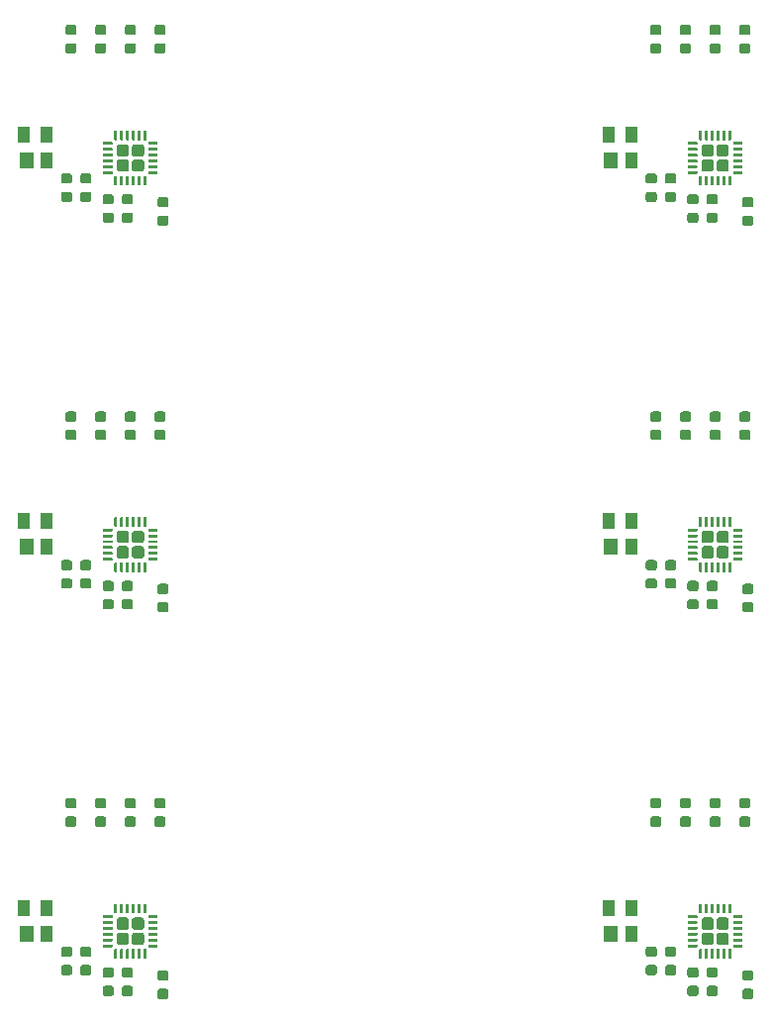
<source format=gbr>
G04 #@! TF.GenerationSoftware,KiCad,Pcbnew,5.1.3-ffb9f22~84~ubuntu16.04.1*
G04 #@! TF.CreationDate,2019-08-10T21:44:05-04:00*
G04 #@! TF.ProjectId,usb-serial-interface_panelized,7573622d-7365-4726-9961-6c2d696e7465,rev?*
G04 #@! TF.SameCoordinates,Original*
G04 #@! TF.FileFunction,Paste,Top*
G04 #@! TF.FilePolarity,Positive*
%FSLAX46Y46*%
G04 Gerber Fmt 4.6, Leading zero omitted, Abs format (unit mm)*
G04 Created by KiCad (PCBNEW 5.1.3-ffb9f22~84~ubuntu16.04.1) date 2019-08-10 21:44:05*
%MOMM*%
%LPD*%
G04 APERTURE LIST*
%ADD10C,0.100000*%
%ADD11C,0.875000*%
%ADD12C,0.250000*%
%ADD13C,1.050000*%
%ADD14R,1.000000X1.400000*%
%ADD15R,1.200000X1.400000*%
G04 APERTURE END LIST*
D10*
G36*
X153172693Y-152176057D02*
G01*
X153193928Y-152179207D01*
X153214752Y-152184423D01*
X153234964Y-152191655D01*
X153254370Y-152200834D01*
X153272783Y-152211870D01*
X153290026Y-152224658D01*
X153305932Y-152239074D01*
X153320348Y-152254980D01*
X153333136Y-152272223D01*
X153344172Y-152290636D01*
X153353351Y-152310042D01*
X153360583Y-152330254D01*
X153365799Y-152351078D01*
X153368949Y-152372313D01*
X153370002Y-152393754D01*
X153370002Y-152831254D01*
X153368949Y-152852695D01*
X153365799Y-152873930D01*
X153360583Y-152894754D01*
X153353351Y-152914966D01*
X153344172Y-152934372D01*
X153333136Y-152952785D01*
X153320348Y-152970028D01*
X153305932Y-152985934D01*
X153290026Y-153000350D01*
X153272783Y-153013138D01*
X153254370Y-153024174D01*
X153234964Y-153033353D01*
X153214752Y-153040585D01*
X153193928Y-153045801D01*
X153172693Y-153048951D01*
X153151252Y-153050004D01*
X152638752Y-153050004D01*
X152617311Y-153048951D01*
X152596076Y-153045801D01*
X152575252Y-153040585D01*
X152555040Y-153033353D01*
X152535634Y-153024174D01*
X152517221Y-153013138D01*
X152499978Y-153000350D01*
X152484072Y-152985934D01*
X152469656Y-152970028D01*
X152456868Y-152952785D01*
X152445832Y-152934372D01*
X152436653Y-152914966D01*
X152429421Y-152894754D01*
X152424205Y-152873930D01*
X152421055Y-152852695D01*
X152420002Y-152831254D01*
X152420002Y-152393754D01*
X152421055Y-152372313D01*
X152424205Y-152351078D01*
X152429421Y-152330254D01*
X152436653Y-152310042D01*
X152445832Y-152290636D01*
X152456868Y-152272223D01*
X152469656Y-152254980D01*
X152484072Y-152239074D01*
X152499978Y-152224658D01*
X152517221Y-152211870D01*
X152535634Y-152200834D01*
X152555040Y-152191655D01*
X152575252Y-152184423D01*
X152596076Y-152179207D01*
X152617311Y-152176057D01*
X152638752Y-152175004D01*
X153151252Y-152175004D01*
X153172693Y-152176057D01*
X153172693Y-152176057D01*
G37*
D11*
X152895002Y-152612504D03*
D10*
G36*
X153172693Y-150601057D02*
G01*
X153193928Y-150604207D01*
X153214752Y-150609423D01*
X153234964Y-150616655D01*
X153254370Y-150625834D01*
X153272783Y-150636870D01*
X153290026Y-150649658D01*
X153305932Y-150664074D01*
X153320348Y-150679980D01*
X153333136Y-150697223D01*
X153344172Y-150715636D01*
X153353351Y-150735042D01*
X153360583Y-150755254D01*
X153365799Y-150776078D01*
X153368949Y-150797313D01*
X153370002Y-150818754D01*
X153370002Y-151256254D01*
X153368949Y-151277695D01*
X153365799Y-151298930D01*
X153360583Y-151319754D01*
X153353351Y-151339966D01*
X153344172Y-151359372D01*
X153333136Y-151377785D01*
X153320348Y-151395028D01*
X153305932Y-151410934D01*
X153290026Y-151425350D01*
X153272783Y-151438138D01*
X153254370Y-151449174D01*
X153234964Y-151458353D01*
X153214752Y-151465585D01*
X153193928Y-151470801D01*
X153172693Y-151473951D01*
X153151252Y-151475004D01*
X152638752Y-151475004D01*
X152617311Y-151473951D01*
X152596076Y-151470801D01*
X152575252Y-151465585D01*
X152555040Y-151458353D01*
X152535634Y-151449174D01*
X152517221Y-151438138D01*
X152499978Y-151425350D01*
X152484072Y-151410934D01*
X152469656Y-151395028D01*
X152456868Y-151377785D01*
X152445832Y-151359372D01*
X152436653Y-151339966D01*
X152429421Y-151319754D01*
X152424205Y-151298930D01*
X152421055Y-151277695D01*
X152420002Y-151256254D01*
X152420002Y-150818754D01*
X152421055Y-150797313D01*
X152424205Y-150776078D01*
X152429421Y-150755254D01*
X152436653Y-150735042D01*
X152445832Y-150715636D01*
X152456868Y-150697223D01*
X152469656Y-150679980D01*
X152484072Y-150664074D01*
X152499978Y-150649658D01*
X152517221Y-150636870D01*
X152535634Y-150625834D01*
X152555040Y-150616655D01*
X152575252Y-150609423D01*
X152596076Y-150604207D01*
X152617311Y-150601057D01*
X152638752Y-150600004D01*
X153151252Y-150600004D01*
X153172693Y-150601057D01*
X153172693Y-150601057D01*
G37*
D11*
X152895002Y-151037504D03*
D10*
G36*
X153172693Y-119126055D02*
G01*
X153193928Y-119129205D01*
X153214752Y-119134421D01*
X153234964Y-119141653D01*
X153254370Y-119150832D01*
X153272783Y-119161868D01*
X153290026Y-119174656D01*
X153305932Y-119189072D01*
X153320348Y-119204978D01*
X153333136Y-119222221D01*
X153344172Y-119240634D01*
X153353351Y-119260040D01*
X153360583Y-119280252D01*
X153365799Y-119301076D01*
X153368949Y-119322311D01*
X153370002Y-119343752D01*
X153370002Y-119781252D01*
X153368949Y-119802693D01*
X153365799Y-119823928D01*
X153360583Y-119844752D01*
X153353351Y-119864964D01*
X153344172Y-119884370D01*
X153333136Y-119902783D01*
X153320348Y-119920026D01*
X153305932Y-119935932D01*
X153290026Y-119950348D01*
X153272783Y-119963136D01*
X153254370Y-119974172D01*
X153234964Y-119983351D01*
X153214752Y-119990583D01*
X153193928Y-119995799D01*
X153172693Y-119998949D01*
X153151252Y-120000002D01*
X152638752Y-120000002D01*
X152617311Y-119998949D01*
X152596076Y-119995799D01*
X152575252Y-119990583D01*
X152555040Y-119983351D01*
X152535634Y-119974172D01*
X152517221Y-119963136D01*
X152499978Y-119950348D01*
X152484072Y-119935932D01*
X152469656Y-119920026D01*
X152456868Y-119902783D01*
X152445832Y-119884370D01*
X152436653Y-119864964D01*
X152429421Y-119844752D01*
X152424205Y-119823928D01*
X152421055Y-119802693D01*
X152420002Y-119781252D01*
X152420002Y-119343752D01*
X152421055Y-119322311D01*
X152424205Y-119301076D01*
X152429421Y-119280252D01*
X152436653Y-119260040D01*
X152445832Y-119240634D01*
X152456868Y-119222221D01*
X152469656Y-119204978D01*
X152484072Y-119189072D01*
X152499978Y-119174656D01*
X152517221Y-119161868D01*
X152535634Y-119150832D01*
X152555040Y-119141653D01*
X152575252Y-119134421D01*
X152596076Y-119129205D01*
X152617311Y-119126055D01*
X152638752Y-119125002D01*
X153151252Y-119125002D01*
X153172693Y-119126055D01*
X153172693Y-119126055D01*
G37*
D11*
X152895002Y-119562502D03*
D10*
G36*
X153172693Y-117551055D02*
G01*
X153193928Y-117554205D01*
X153214752Y-117559421D01*
X153234964Y-117566653D01*
X153254370Y-117575832D01*
X153272783Y-117586868D01*
X153290026Y-117599656D01*
X153305932Y-117614072D01*
X153320348Y-117629978D01*
X153333136Y-117647221D01*
X153344172Y-117665634D01*
X153353351Y-117685040D01*
X153360583Y-117705252D01*
X153365799Y-117726076D01*
X153368949Y-117747311D01*
X153370002Y-117768752D01*
X153370002Y-118206252D01*
X153368949Y-118227693D01*
X153365799Y-118248928D01*
X153360583Y-118269752D01*
X153353351Y-118289964D01*
X153344172Y-118309370D01*
X153333136Y-118327783D01*
X153320348Y-118345026D01*
X153305932Y-118360932D01*
X153290026Y-118375348D01*
X153272783Y-118388136D01*
X153254370Y-118399172D01*
X153234964Y-118408351D01*
X153214752Y-118415583D01*
X153193928Y-118420799D01*
X153172693Y-118423949D01*
X153151252Y-118425002D01*
X152638752Y-118425002D01*
X152617311Y-118423949D01*
X152596076Y-118420799D01*
X152575252Y-118415583D01*
X152555040Y-118408351D01*
X152535634Y-118399172D01*
X152517221Y-118388136D01*
X152499978Y-118375348D01*
X152484072Y-118360932D01*
X152469656Y-118345026D01*
X152456868Y-118327783D01*
X152445832Y-118309370D01*
X152436653Y-118289964D01*
X152429421Y-118269752D01*
X152424205Y-118248928D01*
X152421055Y-118227693D01*
X152420002Y-118206252D01*
X152420002Y-117768752D01*
X152421055Y-117747311D01*
X152424205Y-117726076D01*
X152429421Y-117705252D01*
X152436653Y-117685040D01*
X152445832Y-117665634D01*
X152456868Y-117647221D01*
X152469656Y-117629978D01*
X152484072Y-117614072D01*
X152499978Y-117599656D01*
X152517221Y-117586868D01*
X152535634Y-117575832D01*
X152555040Y-117566653D01*
X152575252Y-117559421D01*
X152596076Y-117554205D01*
X152617311Y-117551055D01*
X152638752Y-117550002D01*
X153151252Y-117550002D01*
X153172693Y-117551055D01*
X153172693Y-117551055D01*
G37*
D11*
X152895002Y-117987502D03*
D10*
G36*
X153172693Y-86076053D02*
G01*
X153193928Y-86079203D01*
X153214752Y-86084419D01*
X153234964Y-86091651D01*
X153254370Y-86100830D01*
X153272783Y-86111866D01*
X153290026Y-86124654D01*
X153305932Y-86139070D01*
X153320348Y-86154976D01*
X153333136Y-86172219D01*
X153344172Y-86190632D01*
X153353351Y-86210038D01*
X153360583Y-86230250D01*
X153365799Y-86251074D01*
X153368949Y-86272309D01*
X153370002Y-86293750D01*
X153370002Y-86731250D01*
X153368949Y-86752691D01*
X153365799Y-86773926D01*
X153360583Y-86794750D01*
X153353351Y-86814962D01*
X153344172Y-86834368D01*
X153333136Y-86852781D01*
X153320348Y-86870024D01*
X153305932Y-86885930D01*
X153290026Y-86900346D01*
X153272783Y-86913134D01*
X153254370Y-86924170D01*
X153234964Y-86933349D01*
X153214752Y-86940581D01*
X153193928Y-86945797D01*
X153172693Y-86948947D01*
X153151252Y-86950000D01*
X152638752Y-86950000D01*
X152617311Y-86948947D01*
X152596076Y-86945797D01*
X152575252Y-86940581D01*
X152555040Y-86933349D01*
X152535634Y-86924170D01*
X152517221Y-86913134D01*
X152499978Y-86900346D01*
X152484072Y-86885930D01*
X152469656Y-86870024D01*
X152456868Y-86852781D01*
X152445832Y-86834368D01*
X152436653Y-86814962D01*
X152429421Y-86794750D01*
X152424205Y-86773926D01*
X152421055Y-86752691D01*
X152420002Y-86731250D01*
X152420002Y-86293750D01*
X152421055Y-86272309D01*
X152424205Y-86251074D01*
X152429421Y-86230250D01*
X152436653Y-86210038D01*
X152445832Y-86190632D01*
X152456868Y-86172219D01*
X152469656Y-86154976D01*
X152484072Y-86139070D01*
X152499978Y-86124654D01*
X152517221Y-86111866D01*
X152535634Y-86100830D01*
X152555040Y-86091651D01*
X152575252Y-86084419D01*
X152596076Y-86079203D01*
X152617311Y-86076053D01*
X152638752Y-86075000D01*
X153151252Y-86075000D01*
X153172693Y-86076053D01*
X153172693Y-86076053D01*
G37*
D11*
X152895002Y-86512500D03*
D10*
G36*
X153172693Y-84501053D02*
G01*
X153193928Y-84504203D01*
X153214752Y-84509419D01*
X153234964Y-84516651D01*
X153254370Y-84525830D01*
X153272783Y-84536866D01*
X153290026Y-84549654D01*
X153305932Y-84564070D01*
X153320348Y-84579976D01*
X153333136Y-84597219D01*
X153344172Y-84615632D01*
X153353351Y-84635038D01*
X153360583Y-84655250D01*
X153365799Y-84676074D01*
X153368949Y-84697309D01*
X153370002Y-84718750D01*
X153370002Y-85156250D01*
X153368949Y-85177691D01*
X153365799Y-85198926D01*
X153360583Y-85219750D01*
X153353351Y-85239962D01*
X153344172Y-85259368D01*
X153333136Y-85277781D01*
X153320348Y-85295024D01*
X153305932Y-85310930D01*
X153290026Y-85325346D01*
X153272783Y-85338134D01*
X153254370Y-85349170D01*
X153234964Y-85358349D01*
X153214752Y-85365581D01*
X153193928Y-85370797D01*
X153172693Y-85373947D01*
X153151252Y-85375000D01*
X152638752Y-85375000D01*
X152617311Y-85373947D01*
X152596076Y-85370797D01*
X152575252Y-85365581D01*
X152555040Y-85358349D01*
X152535634Y-85349170D01*
X152517221Y-85338134D01*
X152499978Y-85325346D01*
X152484072Y-85310930D01*
X152469656Y-85295024D01*
X152456868Y-85277781D01*
X152445832Y-85259368D01*
X152436653Y-85239962D01*
X152429421Y-85219750D01*
X152424205Y-85198926D01*
X152421055Y-85177691D01*
X152420002Y-85156250D01*
X152420002Y-84718750D01*
X152421055Y-84697309D01*
X152424205Y-84676074D01*
X152429421Y-84655250D01*
X152436653Y-84635038D01*
X152445832Y-84615632D01*
X152456868Y-84597219D01*
X152469656Y-84579976D01*
X152484072Y-84564070D01*
X152499978Y-84549654D01*
X152517221Y-84536866D01*
X152535634Y-84525830D01*
X152555040Y-84516651D01*
X152575252Y-84509419D01*
X152596076Y-84504203D01*
X152617311Y-84501053D01*
X152638752Y-84500000D01*
X153151252Y-84500000D01*
X153172693Y-84501053D01*
X153172693Y-84501053D01*
G37*
D11*
X152895002Y-84937500D03*
D10*
G36*
X103147691Y-152176057D02*
G01*
X103168926Y-152179207D01*
X103189750Y-152184423D01*
X103209962Y-152191655D01*
X103229368Y-152200834D01*
X103247781Y-152211870D01*
X103265024Y-152224658D01*
X103280930Y-152239074D01*
X103295346Y-152254980D01*
X103308134Y-152272223D01*
X103319170Y-152290636D01*
X103328349Y-152310042D01*
X103335581Y-152330254D01*
X103340797Y-152351078D01*
X103343947Y-152372313D01*
X103345000Y-152393754D01*
X103345000Y-152831254D01*
X103343947Y-152852695D01*
X103340797Y-152873930D01*
X103335581Y-152894754D01*
X103328349Y-152914966D01*
X103319170Y-152934372D01*
X103308134Y-152952785D01*
X103295346Y-152970028D01*
X103280930Y-152985934D01*
X103265024Y-153000350D01*
X103247781Y-153013138D01*
X103229368Y-153024174D01*
X103209962Y-153033353D01*
X103189750Y-153040585D01*
X103168926Y-153045801D01*
X103147691Y-153048951D01*
X103126250Y-153050004D01*
X102613750Y-153050004D01*
X102592309Y-153048951D01*
X102571074Y-153045801D01*
X102550250Y-153040585D01*
X102530038Y-153033353D01*
X102510632Y-153024174D01*
X102492219Y-153013138D01*
X102474976Y-153000350D01*
X102459070Y-152985934D01*
X102444654Y-152970028D01*
X102431866Y-152952785D01*
X102420830Y-152934372D01*
X102411651Y-152914966D01*
X102404419Y-152894754D01*
X102399203Y-152873930D01*
X102396053Y-152852695D01*
X102395000Y-152831254D01*
X102395000Y-152393754D01*
X102396053Y-152372313D01*
X102399203Y-152351078D01*
X102404419Y-152330254D01*
X102411651Y-152310042D01*
X102420830Y-152290636D01*
X102431866Y-152272223D01*
X102444654Y-152254980D01*
X102459070Y-152239074D01*
X102474976Y-152224658D01*
X102492219Y-152211870D01*
X102510632Y-152200834D01*
X102530038Y-152191655D01*
X102550250Y-152184423D01*
X102571074Y-152179207D01*
X102592309Y-152176057D01*
X102613750Y-152175004D01*
X103126250Y-152175004D01*
X103147691Y-152176057D01*
X103147691Y-152176057D01*
G37*
D11*
X102870000Y-152612504D03*
D10*
G36*
X103147691Y-150601057D02*
G01*
X103168926Y-150604207D01*
X103189750Y-150609423D01*
X103209962Y-150616655D01*
X103229368Y-150625834D01*
X103247781Y-150636870D01*
X103265024Y-150649658D01*
X103280930Y-150664074D01*
X103295346Y-150679980D01*
X103308134Y-150697223D01*
X103319170Y-150715636D01*
X103328349Y-150735042D01*
X103335581Y-150755254D01*
X103340797Y-150776078D01*
X103343947Y-150797313D01*
X103345000Y-150818754D01*
X103345000Y-151256254D01*
X103343947Y-151277695D01*
X103340797Y-151298930D01*
X103335581Y-151319754D01*
X103328349Y-151339966D01*
X103319170Y-151359372D01*
X103308134Y-151377785D01*
X103295346Y-151395028D01*
X103280930Y-151410934D01*
X103265024Y-151425350D01*
X103247781Y-151438138D01*
X103229368Y-151449174D01*
X103209962Y-151458353D01*
X103189750Y-151465585D01*
X103168926Y-151470801D01*
X103147691Y-151473951D01*
X103126250Y-151475004D01*
X102613750Y-151475004D01*
X102592309Y-151473951D01*
X102571074Y-151470801D01*
X102550250Y-151465585D01*
X102530038Y-151458353D01*
X102510632Y-151449174D01*
X102492219Y-151438138D01*
X102474976Y-151425350D01*
X102459070Y-151410934D01*
X102444654Y-151395028D01*
X102431866Y-151377785D01*
X102420830Y-151359372D01*
X102411651Y-151339966D01*
X102404419Y-151319754D01*
X102399203Y-151298930D01*
X102396053Y-151277695D01*
X102395000Y-151256254D01*
X102395000Y-150818754D01*
X102396053Y-150797313D01*
X102399203Y-150776078D01*
X102404419Y-150755254D01*
X102411651Y-150735042D01*
X102420830Y-150715636D01*
X102431866Y-150697223D01*
X102444654Y-150679980D01*
X102459070Y-150664074D01*
X102474976Y-150649658D01*
X102492219Y-150636870D01*
X102510632Y-150625834D01*
X102530038Y-150616655D01*
X102550250Y-150609423D01*
X102571074Y-150604207D01*
X102592309Y-150601057D01*
X102613750Y-150600004D01*
X103126250Y-150600004D01*
X103147691Y-150601057D01*
X103147691Y-150601057D01*
G37*
D11*
X102870000Y-151037504D03*
D10*
G36*
X103147691Y-119126055D02*
G01*
X103168926Y-119129205D01*
X103189750Y-119134421D01*
X103209962Y-119141653D01*
X103229368Y-119150832D01*
X103247781Y-119161868D01*
X103265024Y-119174656D01*
X103280930Y-119189072D01*
X103295346Y-119204978D01*
X103308134Y-119222221D01*
X103319170Y-119240634D01*
X103328349Y-119260040D01*
X103335581Y-119280252D01*
X103340797Y-119301076D01*
X103343947Y-119322311D01*
X103345000Y-119343752D01*
X103345000Y-119781252D01*
X103343947Y-119802693D01*
X103340797Y-119823928D01*
X103335581Y-119844752D01*
X103328349Y-119864964D01*
X103319170Y-119884370D01*
X103308134Y-119902783D01*
X103295346Y-119920026D01*
X103280930Y-119935932D01*
X103265024Y-119950348D01*
X103247781Y-119963136D01*
X103229368Y-119974172D01*
X103209962Y-119983351D01*
X103189750Y-119990583D01*
X103168926Y-119995799D01*
X103147691Y-119998949D01*
X103126250Y-120000002D01*
X102613750Y-120000002D01*
X102592309Y-119998949D01*
X102571074Y-119995799D01*
X102550250Y-119990583D01*
X102530038Y-119983351D01*
X102510632Y-119974172D01*
X102492219Y-119963136D01*
X102474976Y-119950348D01*
X102459070Y-119935932D01*
X102444654Y-119920026D01*
X102431866Y-119902783D01*
X102420830Y-119884370D01*
X102411651Y-119864964D01*
X102404419Y-119844752D01*
X102399203Y-119823928D01*
X102396053Y-119802693D01*
X102395000Y-119781252D01*
X102395000Y-119343752D01*
X102396053Y-119322311D01*
X102399203Y-119301076D01*
X102404419Y-119280252D01*
X102411651Y-119260040D01*
X102420830Y-119240634D01*
X102431866Y-119222221D01*
X102444654Y-119204978D01*
X102459070Y-119189072D01*
X102474976Y-119174656D01*
X102492219Y-119161868D01*
X102510632Y-119150832D01*
X102530038Y-119141653D01*
X102550250Y-119134421D01*
X102571074Y-119129205D01*
X102592309Y-119126055D01*
X102613750Y-119125002D01*
X103126250Y-119125002D01*
X103147691Y-119126055D01*
X103147691Y-119126055D01*
G37*
D11*
X102870000Y-119562502D03*
D10*
G36*
X103147691Y-117551055D02*
G01*
X103168926Y-117554205D01*
X103189750Y-117559421D01*
X103209962Y-117566653D01*
X103229368Y-117575832D01*
X103247781Y-117586868D01*
X103265024Y-117599656D01*
X103280930Y-117614072D01*
X103295346Y-117629978D01*
X103308134Y-117647221D01*
X103319170Y-117665634D01*
X103328349Y-117685040D01*
X103335581Y-117705252D01*
X103340797Y-117726076D01*
X103343947Y-117747311D01*
X103345000Y-117768752D01*
X103345000Y-118206252D01*
X103343947Y-118227693D01*
X103340797Y-118248928D01*
X103335581Y-118269752D01*
X103328349Y-118289964D01*
X103319170Y-118309370D01*
X103308134Y-118327783D01*
X103295346Y-118345026D01*
X103280930Y-118360932D01*
X103265024Y-118375348D01*
X103247781Y-118388136D01*
X103229368Y-118399172D01*
X103209962Y-118408351D01*
X103189750Y-118415583D01*
X103168926Y-118420799D01*
X103147691Y-118423949D01*
X103126250Y-118425002D01*
X102613750Y-118425002D01*
X102592309Y-118423949D01*
X102571074Y-118420799D01*
X102550250Y-118415583D01*
X102530038Y-118408351D01*
X102510632Y-118399172D01*
X102492219Y-118388136D01*
X102474976Y-118375348D01*
X102459070Y-118360932D01*
X102444654Y-118345026D01*
X102431866Y-118327783D01*
X102420830Y-118309370D01*
X102411651Y-118289964D01*
X102404419Y-118269752D01*
X102399203Y-118248928D01*
X102396053Y-118227693D01*
X102395000Y-118206252D01*
X102395000Y-117768752D01*
X102396053Y-117747311D01*
X102399203Y-117726076D01*
X102404419Y-117705252D01*
X102411651Y-117685040D01*
X102420830Y-117665634D01*
X102431866Y-117647221D01*
X102444654Y-117629978D01*
X102459070Y-117614072D01*
X102474976Y-117599656D01*
X102492219Y-117586868D01*
X102510632Y-117575832D01*
X102530038Y-117566653D01*
X102550250Y-117559421D01*
X102571074Y-117554205D01*
X102592309Y-117551055D01*
X102613750Y-117550002D01*
X103126250Y-117550002D01*
X103147691Y-117551055D01*
X103147691Y-117551055D01*
G37*
D11*
X102870000Y-117987502D03*
D10*
G36*
X151521693Y-150601057D02*
G01*
X151542928Y-150604207D01*
X151563752Y-150609423D01*
X151583964Y-150616655D01*
X151603370Y-150625834D01*
X151621783Y-150636870D01*
X151639026Y-150649658D01*
X151654932Y-150664074D01*
X151669348Y-150679980D01*
X151682136Y-150697223D01*
X151693172Y-150715636D01*
X151702351Y-150735042D01*
X151709583Y-150755254D01*
X151714799Y-150776078D01*
X151717949Y-150797313D01*
X151719002Y-150818754D01*
X151719002Y-151256254D01*
X151717949Y-151277695D01*
X151714799Y-151298930D01*
X151709583Y-151319754D01*
X151702351Y-151339966D01*
X151693172Y-151359372D01*
X151682136Y-151377785D01*
X151669348Y-151395028D01*
X151654932Y-151410934D01*
X151639026Y-151425350D01*
X151621783Y-151438138D01*
X151603370Y-151449174D01*
X151583964Y-151458353D01*
X151563752Y-151465585D01*
X151542928Y-151470801D01*
X151521693Y-151473951D01*
X151500252Y-151475004D01*
X150987752Y-151475004D01*
X150966311Y-151473951D01*
X150945076Y-151470801D01*
X150924252Y-151465585D01*
X150904040Y-151458353D01*
X150884634Y-151449174D01*
X150866221Y-151438138D01*
X150848978Y-151425350D01*
X150833072Y-151410934D01*
X150818656Y-151395028D01*
X150805868Y-151377785D01*
X150794832Y-151359372D01*
X150785653Y-151339966D01*
X150778421Y-151319754D01*
X150773205Y-151298930D01*
X150770055Y-151277695D01*
X150769002Y-151256254D01*
X150769002Y-150818754D01*
X150770055Y-150797313D01*
X150773205Y-150776078D01*
X150778421Y-150755254D01*
X150785653Y-150735042D01*
X150794832Y-150715636D01*
X150805868Y-150697223D01*
X150818656Y-150679980D01*
X150833072Y-150664074D01*
X150848978Y-150649658D01*
X150866221Y-150636870D01*
X150884634Y-150625834D01*
X150904040Y-150616655D01*
X150924252Y-150609423D01*
X150945076Y-150604207D01*
X150966311Y-150601057D01*
X150987752Y-150600004D01*
X151500252Y-150600004D01*
X151521693Y-150601057D01*
X151521693Y-150601057D01*
G37*
D11*
X151244002Y-151037504D03*
D10*
G36*
X151521693Y-152176057D02*
G01*
X151542928Y-152179207D01*
X151563752Y-152184423D01*
X151583964Y-152191655D01*
X151603370Y-152200834D01*
X151621783Y-152211870D01*
X151639026Y-152224658D01*
X151654932Y-152239074D01*
X151669348Y-152254980D01*
X151682136Y-152272223D01*
X151693172Y-152290636D01*
X151702351Y-152310042D01*
X151709583Y-152330254D01*
X151714799Y-152351078D01*
X151717949Y-152372313D01*
X151719002Y-152393754D01*
X151719002Y-152831254D01*
X151717949Y-152852695D01*
X151714799Y-152873930D01*
X151709583Y-152894754D01*
X151702351Y-152914966D01*
X151693172Y-152934372D01*
X151682136Y-152952785D01*
X151669348Y-152970028D01*
X151654932Y-152985934D01*
X151639026Y-153000350D01*
X151621783Y-153013138D01*
X151603370Y-153024174D01*
X151583964Y-153033353D01*
X151563752Y-153040585D01*
X151542928Y-153045801D01*
X151521693Y-153048951D01*
X151500252Y-153050004D01*
X150987752Y-153050004D01*
X150966311Y-153048951D01*
X150945076Y-153045801D01*
X150924252Y-153040585D01*
X150904040Y-153033353D01*
X150884634Y-153024174D01*
X150866221Y-153013138D01*
X150848978Y-153000350D01*
X150833072Y-152985934D01*
X150818656Y-152970028D01*
X150805868Y-152952785D01*
X150794832Y-152934372D01*
X150785653Y-152914966D01*
X150778421Y-152894754D01*
X150773205Y-152873930D01*
X150770055Y-152852695D01*
X150769002Y-152831254D01*
X150769002Y-152393754D01*
X150770055Y-152372313D01*
X150773205Y-152351078D01*
X150778421Y-152330254D01*
X150785653Y-152310042D01*
X150794832Y-152290636D01*
X150805868Y-152272223D01*
X150818656Y-152254980D01*
X150833072Y-152239074D01*
X150848978Y-152224658D01*
X150866221Y-152211870D01*
X150884634Y-152200834D01*
X150904040Y-152191655D01*
X150924252Y-152184423D01*
X150945076Y-152179207D01*
X150966311Y-152176057D01*
X150987752Y-152175004D01*
X151500252Y-152175004D01*
X151521693Y-152176057D01*
X151521693Y-152176057D01*
G37*
D11*
X151244002Y-152612504D03*
D10*
G36*
X151521693Y-117551055D02*
G01*
X151542928Y-117554205D01*
X151563752Y-117559421D01*
X151583964Y-117566653D01*
X151603370Y-117575832D01*
X151621783Y-117586868D01*
X151639026Y-117599656D01*
X151654932Y-117614072D01*
X151669348Y-117629978D01*
X151682136Y-117647221D01*
X151693172Y-117665634D01*
X151702351Y-117685040D01*
X151709583Y-117705252D01*
X151714799Y-117726076D01*
X151717949Y-117747311D01*
X151719002Y-117768752D01*
X151719002Y-118206252D01*
X151717949Y-118227693D01*
X151714799Y-118248928D01*
X151709583Y-118269752D01*
X151702351Y-118289964D01*
X151693172Y-118309370D01*
X151682136Y-118327783D01*
X151669348Y-118345026D01*
X151654932Y-118360932D01*
X151639026Y-118375348D01*
X151621783Y-118388136D01*
X151603370Y-118399172D01*
X151583964Y-118408351D01*
X151563752Y-118415583D01*
X151542928Y-118420799D01*
X151521693Y-118423949D01*
X151500252Y-118425002D01*
X150987752Y-118425002D01*
X150966311Y-118423949D01*
X150945076Y-118420799D01*
X150924252Y-118415583D01*
X150904040Y-118408351D01*
X150884634Y-118399172D01*
X150866221Y-118388136D01*
X150848978Y-118375348D01*
X150833072Y-118360932D01*
X150818656Y-118345026D01*
X150805868Y-118327783D01*
X150794832Y-118309370D01*
X150785653Y-118289964D01*
X150778421Y-118269752D01*
X150773205Y-118248928D01*
X150770055Y-118227693D01*
X150769002Y-118206252D01*
X150769002Y-117768752D01*
X150770055Y-117747311D01*
X150773205Y-117726076D01*
X150778421Y-117705252D01*
X150785653Y-117685040D01*
X150794832Y-117665634D01*
X150805868Y-117647221D01*
X150818656Y-117629978D01*
X150833072Y-117614072D01*
X150848978Y-117599656D01*
X150866221Y-117586868D01*
X150884634Y-117575832D01*
X150904040Y-117566653D01*
X150924252Y-117559421D01*
X150945076Y-117554205D01*
X150966311Y-117551055D01*
X150987752Y-117550002D01*
X151500252Y-117550002D01*
X151521693Y-117551055D01*
X151521693Y-117551055D01*
G37*
D11*
X151244002Y-117987502D03*
D10*
G36*
X151521693Y-119126055D02*
G01*
X151542928Y-119129205D01*
X151563752Y-119134421D01*
X151583964Y-119141653D01*
X151603370Y-119150832D01*
X151621783Y-119161868D01*
X151639026Y-119174656D01*
X151654932Y-119189072D01*
X151669348Y-119204978D01*
X151682136Y-119222221D01*
X151693172Y-119240634D01*
X151702351Y-119260040D01*
X151709583Y-119280252D01*
X151714799Y-119301076D01*
X151717949Y-119322311D01*
X151719002Y-119343752D01*
X151719002Y-119781252D01*
X151717949Y-119802693D01*
X151714799Y-119823928D01*
X151709583Y-119844752D01*
X151702351Y-119864964D01*
X151693172Y-119884370D01*
X151682136Y-119902783D01*
X151669348Y-119920026D01*
X151654932Y-119935932D01*
X151639026Y-119950348D01*
X151621783Y-119963136D01*
X151603370Y-119974172D01*
X151583964Y-119983351D01*
X151563752Y-119990583D01*
X151542928Y-119995799D01*
X151521693Y-119998949D01*
X151500252Y-120000002D01*
X150987752Y-120000002D01*
X150966311Y-119998949D01*
X150945076Y-119995799D01*
X150924252Y-119990583D01*
X150904040Y-119983351D01*
X150884634Y-119974172D01*
X150866221Y-119963136D01*
X150848978Y-119950348D01*
X150833072Y-119935932D01*
X150818656Y-119920026D01*
X150805868Y-119902783D01*
X150794832Y-119884370D01*
X150785653Y-119864964D01*
X150778421Y-119844752D01*
X150773205Y-119823928D01*
X150770055Y-119802693D01*
X150769002Y-119781252D01*
X150769002Y-119343752D01*
X150770055Y-119322311D01*
X150773205Y-119301076D01*
X150778421Y-119280252D01*
X150785653Y-119260040D01*
X150794832Y-119240634D01*
X150805868Y-119222221D01*
X150818656Y-119204978D01*
X150833072Y-119189072D01*
X150848978Y-119174656D01*
X150866221Y-119161868D01*
X150884634Y-119150832D01*
X150904040Y-119141653D01*
X150924252Y-119134421D01*
X150945076Y-119129205D01*
X150966311Y-119126055D01*
X150987752Y-119125002D01*
X151500252Y-119125002D01*
X151521693Y-119126055D01*
X151521693Y-119126055D01*
G37*
D11*
X151244002Y-119562502D03*
D10*
G36*
X151521693Y-84501053D02*
G01*
X151542928Y-84504203D01*
X151563752Y-84509419D01*
X151583964Y-84516651D01*
X151603370Y-84525830D01*
X151621783Y-84536866D01*
X151639026Y-84549654D01*
X151654932Y-84564070D01*
X151669348Y-84579976D01*
X151682136Y-84597219D01*
X151693172Y-84615632D01*
X151702351Y-84635038D01*
X151709583Y-84655250D01*
X151714799Y-84676074D01*
X151717949Y-84697309D01*
X151719002Y-84718750D01*
X151719002Y-85156250D01*
X151717949Y-85177691D01*
X151714799Y-85198926D01*
X151709583Y-85219750D01*
X151702351Y-85239962D01*
X151693172Y-85259368D01*
X151682136Y-85277781D01*
X151669348Y-85295024D01*
X151654932Y-85310930D01*
X151639026Y-85325346D01*
X151621783Y-85338134D01*
X151603370Y-85349170D01*
X151583964Y-85358349D01*
X151563752Y-85365581D01*
X151542928Y-85370797D01*
X151521693Y-85373947D01*
X151500252Y-85375000D01*
X150987752Y-85375000D01*
X150966311Y-85373947D01*
X150945076Y-85370797D01*
X150924252Y-85365581D01*
X150904040Y-85358349D01*
X150884634Y-85349170D01*
X150866221Y-85338134D01*
X150848978Y-85325346D01*
X150833072Y-85310930D01*
X150818656Y-85295024D01*
X150805868Y-85277781D01*
X150794832Y-85259368D01*
X150785653Y-85239962D01*
X150778421Y-85219750D01*
X150773205Y-85198926D01*
X150770055Y-85177691D01*
X150769002Y-85156250D01*
X150769002Y-84718750D01*
X150770055Y-84697309D01*
X150773205Y-84676074D01*
X150778421Y-84655250D01*
X150785653Y-84635038D01*
X150794832Y-84615632D01*
X150805868Y-84597219D01*
X150818656Y-84579976D01*
X150833072Y-84564070D01*
X150848978Y-84549654D01*
X150866221Y-84536866D01*
X150884634Y-84525830D01*
X150904040Y-84516651D01*
X150924252Y-84509419D01*
X150945076Y-84504203D01*
X150966311Y-84501053D01*
X150987752Y-84500000D01*
X151500252Y-84500000D01*
X151521693Y-84501053D01*
X151521693Y-84501053D01*
G37*
D11*
X151244002Y-84937500D03*
D10*
G36*
X151521693Y-86076053D02*
G01*
X151542928Y-86079203D01*
X151563752Y-86084419D01*
X151583964Y-86091651D01*
X151603370Y-86100830D01*
X151621783Y-86111866D01*
X151639026Y-86124654D01*
X151654932Y-86139070D01*
X151669348Y-86154976D01*
X151682136Y-86172219D01*
X151693172Y-86190632D01*
X151702351Y-86210038D01*
X151709583Y-86230250D01*
X151714799Y-86251074D01*
X151717949Y-86272309D01*
X151719002Y-86293750D01*
X151719002Y-86731250D01*
X151717949Y-86752691D01*
X151714799Y-86773926D01*
X151709583Y-86794750D01*
X151702351Y-86814962D01*
X151693172Y-86834368D01*
X151682136Y-86852781D01*
X151669348Y-86870024D01*
X151654932Y-86885930D01*
X151639026Y-86900346D01*
X151621783Y-86913134D01*
X151603370Y-86924170D01*
X151583964Y-86933349D01*
X151563752Y-86940581D01*
X151542928Y-86945797D01*
X151521693Y-86948947D01*
X151500252Y-86950000D01*
X150987752Y-86950000D01*
X150966311Y-86948947D01*
X150945076Y-86945797D01*
X150924252Y-86940581D01*
X150904040Y-86933349D01*
X150884634Y-86924170D01*
X150866221Y-86913134D01*
X150848978Y-86900346D01*
X150833072Y-86885930D01*
X150818656Y-86870024D01*
X150805868Y-86852781D01*
X150794832Y-86834368D01*
X150785653Y-86814962D01*
X150778421Y-86794750D01*
X150773205Y-86773926D01*
X150770055Y-86752691D01*
X150769002Y-86731250D01*
X150769002Y-86293750D01*
X150770055Y-86272309D01*
X150773205Y-86251074D01*
X150778421Y-86230250D01*
X150785653Y-86210038D01*
X150794832Y-86190632D01*
X150805868Y-86172219D01*
X150818656Y-86154976D01*
X150833072Y-86139070D01*
X150848978Y-86124654D01*
X150866221Y-86111866D01*
X150884634Y-86100830D01*
X150904040Y-86091651D01*
X150924252Y-86084419D01*
X150945076Y-86079203D01*
X150966311Y-86076053D01*
X150987752Y-86075000D01*
X151500252Y-86075000D01*
X151521693Y-86076053D01*
X151521693Y-86076053D01*
G37*
D11*
X151244002Y-86512500D03*
D10*
G36*
X101496691Y-150601057D02*
G01*
X101517926Y-150604207D01*
X101538750Y-150609423D01*
X101558962Y-150616655D01*
X101578368Y-150625834D01*
X101596781Y-150636870D01*
X101614024Y-150649658D01*
X101629930Y-150664074D01*
X101644346Y-150679980D01*
X101657134Y-150697223D01*
X101668170Y-150715636D01*
X101677349Y-150735042D01*
X101684581Y-150755254D01*
X101689797Y-150776078D01*
X101692947Y-150797313D01*
X101694000Y-150818754D01*
X101694000Y-151256254D01*
X101692947Y-151277695D01*
X101689797Y-151298930D01*
X101684581Y-151319754D01*
X101677349Y-151339966D01*
X101668170Y-151359372D01*
X101657134Y-151377785D01*
X101644346Y-151395028D01*
X101629930Y-151410934D01*
X101614024Y-151425350D01*
X101596781Y-151438138D01*
X101578368Y-151449174D01*
X101558962Y-151458353D01*
X101538750Y-151465585D01*
X101517926Y-151470801D01*
X101496691Y-151473951D01*
X101475250Y-151475004D01*
X100962750Y-151475004D01*
X100941309Y-151473951D01*
X100920074Y-151470801D01*
X100899250Y-151465585D01*
X100879038Y-151458353D01*
X100859632Y-151449174D01*
X100841219Y-151438138D01*
X100823976Y-151425350D01*
X100808070Y-151410934D01*
X100793654Y-151395028D01*
X100780866Y-151377785D01*
X100769830Y-151359372D01*
X100760651Y-151339966D01*
X100753419Y-151319754D01*
X100748203Y-151298930D01*
X100745053Y-151277695D01*
X100744000Y-151256254D01*
X100744000Y-150818754D01*
X100745053Y-150797313D01*
X100748203Y-150776078D01*
X100753419Y-150755254D01*
X100760651Y-150735042D01*
X100769830Y-150715636D01*
X100780866Y-150697223D01*
X100793654Y-150679980D01*
X100808070Y-150664074D01*
X100823976Y-150649658D01*
X100841219Y-150636870D01*
X100859632Y-150625834D01*
X100879038Y-150616655D01*
X100899250Y-150609423D01*
X100920074Y-150604207D01*
X100941309Y-150601057D01*
X100962750Y-150600004D01*
X101475250Y-150600004D01*
X101496691Y-150601057D01*
X101496691Y-150601057D01*
G37*
D11*
X101219000Y-151037504D03*
D10*
G36*
X101496691Y-152176057D02*
G01*
X101517926Y-152179207D01*
X101538750Y-152184423D01*
X101558962Y-152191655D01*
X101578368Y-152200834D01*
X101596781Y-152211870D01*
X101614024Y-152224658D01*
X101629930Y-152239074D01*
X101644346Y-152254980D01*
X101657134Y-152272223D01*
X101668170Y-152290636D01*
X101677349Y-152310042D01*
X101684581Y-152330254D01*
X101689797Y-152351078D01*
X101692947Y-152372313D01*
X101694000Y-152393754D01*
X101694000Y-152831254D01*
X101692947Y-152852695D01*
X101689797Y-152873930D01*
X101684581Y-152894754D01*
X101677349Y-152914966D01*
X101668170Y-152934372D01*
X101657134Y-152952785D01*
X101644346Y-152970028D01*
X101629930Y-152985934D01*
X101614024Y-153000350D01*
X101596781Y-153013138D01*
X101578368Y-153024174D01*
X101558962Y-153033353D01*
X101538750Y-153040585D01*
X101517926Y-153045801D01*
X101496691Y-153048951D01*
X101475250Y-153050004D01*
X100962750Y-153050004D01*
X100941309Y-153048951D01*
X100920074Y-153045801D01*
X100899250Y-153040585D01*
X100879038Y-153033353D01*
X100859632Y-153024174D01*
X100841219Y-153013138D01*
X100823976Y-153000350D01*
X100808070Y-152985934D01*
X100793654Y-152970028D01*
X100780866Y-152952785D01*
X100769830Y-152934372D01*
X100760651Y-152914966D01*
X100753419Y-152894754D01*
X100748203Y-152873930D01*
X100745053Y-152852695D01*
X100744000Y-152831254D01*
X100744000Y-152393754D01*
X100745053Y-152372313D01*
X100748203Y-152351078D01*
X100753419Y-152330254D01*
X100760651Y-152310042D01*
X100769830Y-152290636D01*
X100780866Y-152272223D01*
X100793654Y-152254980D01*
X100808070Y-152239074D01*
X100823976Y-152224658D01*
X100841219Y-152211870D01*
X100859632Y-152200834D01*
X100879038Y-152191655D01*
X100899250Y-152184423D01*
X100920074Y-152179207D01*
X100941309Y-152176057D01*
X100962750Y-152175004D01*
X101475250Y-152175004D01*
X101496691Y-152176057D01*
X101496691Y-152176057D01*
G37*
D11*
X101219000Y-152612504D03*
D10*
G36*
X101496691Y-117551055D02*
G01*
X101517926Y-117554205D01*
X101538750Y-117559421D01*
X101558962Y-117566653D01*
X101578368Y-117575832D01*
X101596781Y-117586868D01*
X101614024Y-117599656D01*
X101629930Y-117614072D01*
X101644346Y-117629978D01*
X101657134Y-117647221D01*
X101668170Y-117665634D01*
X101677349Y-117685040D01*
X101684581Y-117705252D01*
X101689797Y-117726076D01*
X101692947Y-117747311D01*
X101694000Y-117768752D01*
X101694000Y-118206252D01*
X101692947Y-118227693D01*
X101689797Y-118248928D01*
X101684581Y-118269752D01*
X101677349Y-118289964D01*
X101668170Y-118309370D01*
X101657134Y-118327783D01*
X101644346Y-118345026D01*
X101629930Y-118360932D01*
X101614024Y-118375348D01*
X101596781Y-118388136D01*
X101578368Y-118399172D01*
X101558962Y-118408351D01*
X101538750Y-118415583D01*
X101517926Y-118420799D01*
X101496691Y-118423949D01*
X101475250Y-118425002D01*
X100962750Y-118425002D01*
X100941309Y-118423949D01*
X100920074Y-118420799D01*
X100899250Y-118415583D01*
X100879038Y-118408351D01*
X100859632Y-118399172D01*
X100841219Y-118388136D01*
X100823976Y-118375348D01*
X100808070Y-118360932D01*
X100793654Y-118345026D01*
X100780866Y-118327783D01*
X100769830Y-118309370D01*
X100760651Y-118289964D01*
X100753419Y-118269752D01*
X100748203Y-118248928D01*
X100745053Y-118227693D01*
X100744000Y-118206252D01*
X100744000Y-117768752D01*
X100745053Y-117747311D01*
X100748203Y-117726076D01*
X100753419Y-117705252D01*
X100760651Y-117685040D01*
X100769830Y-117665634D01*
X100780866Y-117647221D01*
X100793654Y-117629978D01*
X100808070Y-117614072D01*
X100823976Y-117599656D01*
X100841219Y-117586868D01*
X100859632Y-117575832D01*
X100879038Y-117566653D01*
X100899250Y-117559421D01*
X100920074Y-117554205D01*
X100941309Y-117551055D01*
X100962750Y-117550002D01*
X101475250Y-117550002D01*
X101496691Y-117551055D01*
X101496691Y-117551055D01*
G37*
D11*
X101219000Y-117987502D03*
D10*
G36*
X101496691Y-119126055D02*
G01*
X101517926Y-119129205D01*
X101538750Y-119134421D01*
X101558962Y-119141653D01*
X101578368Y-119150832D01*
X101596781Y-119161868D01*
X101614024Y-119174656D01*
X101629930Y-119189072D01*
X101644346Y-119204978D01*
X101657134Y-119222221D01*
X101668170Y-119240634D01*
X101677349Y-119260040D01*
X101684581Y-119280252D01*
X101689797Y-119301076D01*
X101692947Y-119322311D01*
X101694000Y-119343752D01*
X101694000Y-119781252D01*
X101692947Y-119802693D01*
X101689797Y-119823928D01*
X101684581Y-119844752D01*
X101677349Y-119864964D01*
X101668170Y-119884370D01*
X101657134Y-119902783D01*
X101644346Y-119920026D01*
X101629930Y-119935932D01*
X101614024Y-119950348D01*
X101596781Y-119963136D01*
X101578368Y-119974172D01*
X101558962Y-119983351D01*
X101538750Y-119990583D01*
X101517926Y-119995799D01*
X101496691Y-119998949D01*
X101475250Y-120000002D01*
X100962750Y-120000002D01*
X100941309Y-119998949D01*
X100920074Y-119995799D01*
X100899250Y-119990583D01*
X100879038Y-119983351D01*
X100859632Y-119974172D01*
X100841219Y-119963136D01*
X100823976Y-119950348D01*
X100808070Y-119935932D01*
X100793654Y-119920026D01*
X100780866Y-119902783D01*
X100769830Y-119884370D01*
X100760651Y-119864964D01*
X100753419Y-119844752D01*
X100748203Y-119823928D01*
X100745053Y-119802693D01*
X100744000Y-119781252D01*
X100744000Y-119343752D01*
X100745053Y-119322311D01*
X100748203Y-119301076D01*
X100753419Y-119280252D01*
X100760651Y-119260040D01*
X100769830Y-119240634D01*
X100780866Y-119222221D01*
X100793654Y-119204978D01*
X100808070Y-119189072D01*
X100823976Y-119174656D01*
X100841219Y-119161868D01*
X100859632Y-119150832D01*
X100879038Y-119141653D01*
X100899250Y-119134421D01*
X100920074Y-119129205D01*
X100941309Y-119126055D01*
X100962750Y-119125002D01*
X101475250Y-119125002D01*
X101496691Y-119126055D01*
X101496691Y-119126055D01*
G37*
D11*
X101219000Y-119562502D03*
D10*
G36*
X156728693Y-153954057D02*
G01*
X156749928Y-153957207D01*
X156770752Y-153962423D01*
X156790964Y-153969655D01*
X156810370Y-153978834D01*
X156828783Y-153989870D01*
X156846026Y-154002658D01*
X156861932Y-154017074D01*
X156876348Y-154032980D01*
X156889136Y-154050223D01*
X156900172Y-154068636D01*
X156909351Y-154088042D01*
X156916583Y-154108254D01*
X156921799Y-154129078D01*
X156924949Y-154150313D01*
X156926002Y-154171754D01*
X156926002Y-154609254D01*
X156924949Y-154630695D01*
X156921799Y-154651930D01*
X156916583Y-154672754D01*
X156909351Y-154692966D01*
X156900172Y-154712372D01*
X156889136Y-154730785D01*
X156876348Y-154748028D01*
X156861932Y-154763934D01*
X156846026Y-154778350D01*
X156828783Y-154791138D01*
X156810370Y-154802174D01*
X156790964Y-154811353D01*
X156770752Y-154818585D01*
X156749928Y-154823801D01*
X156728693Y-154826951D01*
X156707252Y-154828004D01*
X156194752Y-154828004D01*
X156173311Y-154826951D01*
X156152076Y-154823801D01*
X156131252Y-154818585D01*
X156111040Y-154811353D01*
X156091634Y-154802174D01*
X156073221Y-154791138D01*
X156055978Y-154778350D01*
X156040072Y-154763934D01*
X156025656Y-154748028D01*
X156012868Y-154730785D01*
X156001832Y-154712372D01*
X155992653Y-154692966D01*
X155985421Y-154672754D01*
X155980205Y-154651930D01*
X155977055Y-154630695D01*
X155976002Y-154609254D01*
X155976002Y-154171754D01*
X155977055Y-154150313D01*
X155980205Y-154129078D01*
X155985421Y-154108254D01*
X155992653Y-154088042D01*
X156001832Y-154068636D01*
X156012868Y-154050223D01*
X156025656Y-154032980D01*
X156040072Y-154017074D01*
X156055978Y-154002658D01*
X156073221Y-153989870D01*
X156091634Y-153978834D01*
X156111040Y-153969655D01*
X156131252Y-153962423D01*
X156152076Y-153957207D01*
X156173311Y-153954057D01*
X156194752Y-153953004D01*
X156707252Y-153953004D01*
X156728693Y-153954057D01*
X156728693Y-153954057D01*
G37*
D11*
X156451002Y-154390504D03*
D10*
G36*
X156728693Y-152379057D02*
G01*
X156749928Y-152382207D01*
X156770752Y-152387423D01*
X156790964Y-152394655D01*
X156810370Y-152403834D01*
X156828783Y-152414870D01*
X156846026Y-152427658D01*
X156861932Y-152442074D01*
X156876348Y-152457980D01*
X156889136Y-152475223D01*
X156900172Y-152493636D01*
X156909351Y-152513042D01*
X156916583Y-152533254D01*
X156921799Y-152554078D01*
X156924949Y-152575313D01*
X156926002Y-152596754D01*
X156926002Y-153034254D01*
X156924949Y-153055695D01*
X156921799Y-153076930D01*
X156916583Y-153097754D01*
X156909351Y-153117966D01*
X156900172Y-153137372D01*
X156889136Y-153155785D01*
X156876348Y-153173028D01*
X156861932Y-153188934D01*
X156846026Y-153203350D01*
X156828783Y-153216138D01*
X156810370Y-153227174D01*
X156790964Y-153236353D01*
X156770752Y-153243585D01*
X156749928Y-153248801D01*
X156728693Y-153251951D01*
X156707252Y-153253004D01*
X156194752Y-153253004D01*
X156173311Y-153251951D01*
X156152076Y-153248801D01*
X156131252Y-153243585D01*
X156111040Y-153236353D01*
X156091634Y-153227174D01*
X156073221Y-153216138D01*
X156055978Y-153203350D01*
X156040072Y-153188934D01*
X156025656Y-153173028D01*
X156012868Y-153155785D01*
X156001832Y-153137372D01*
X155992653Y-153117966D01*
X155985421Y-153097754D01*
X155980205Y-153076930D01*
X155977055Y-153055695D01*
X155976002Y-153034254D01*
X155976002Y-152596754D01*
X155977055Y-152575313D01*
X155980205Y-152554078D01*
X155985421Y-152533254D01*
X155992653Y-152513042D01*
X156001832Y-152493636D01*
X156012868Y-152475223D01*
X156025656Y-152457980D01*
X156040072Y-152442074D01*
X156055978Y-152427658D01*
X156073221Y-152414870D01*
X156091634Y-152403834D01*
X156111040Y-152394655D01*
X156131252Y-152387423D01*
X156152076Y-152382207D01*
X156173311Y-152379057D01*
X156194752Y-152378004D01*
X156707252Y-152378004D01*
X156728693Y-152379057D01*
X156728693Y-152379057D01*
G37*
D11*
X156451002Y-152815504D03*
D10*
G36*
X156728693Y-120904055D02*
G01*
X156749928Y-120907205D01*
X156770752Y-120912421D01*
X156790964Y-120919653D01*
X156810370Y-120928832D01*
X156828783Y-120939868D01*
X156846026Y-120952656D01*
X156861932Y-120967072D01*
X156876348Y-120982978D01*
X156889136Y-121000221D01*
X156900172Y-121018634D01*
X156909351Y-121038040D01*
X156916583Y-121058252D01*
X156921799Y-121079076D01*
X156924949Y-121100311D01*
X156926002Y-121121752D01*
X156926002Y-121559252D01*
X156924949Y-121580693D01*
X156921799Y-121601928D01*
X156916583Y-121622752D01*
X156909351Y-121642964D01*
X156900172Y-121662370D01*
X156889136Y-121680783D01*
X156876348Y-121698026D01*
X156861932Y-121713932D01*
X156846026Y-121728348D01*
X156828783Y-121741136D01*
X156810370Y-121752172D01*
X156790964Y-121761351D01*
X156770752Y-121768583D01*
X156749928Y-121773799D01*
X156728693Y-121776949D01*
X156707252Y-121778002D01*
X156194752Y-121778002D01*
X156173311Y-121776949D01*
X156152076Y-121773799D01*
X156131252Y-121768583D01*
X156111040Y-121761351D01*
X156091634Y-121752172D01*
X156073221Y-121741136D01*
X156055978Y-121728348D01*
X156040072Y-121713932D01*
X156025656Y-121698026D01*
X156012868Y-121680783D01*
X156001832Y-121662370D01*
X155992653Y-121642964D01*
X155985421Y-121622752D01*
X155980205Y-121601928D01*
X155977055Y-121580693D01*
X155976002Y-121559252D01*
X155976002Y-121121752D01*
X155977055Y-121100311D01*
X155980205Y-121079076D01*
X155985421Y-121058252D01*
X155992653Y-121038040D01*
X156001832Y-121018634D01*
X156012868Y-121000221D01*
X156025656Y-120982978D01*
X156040072Y-120967072D01*
X156055978Y-120952656D01*
X156073221Y-120939868D01*
X156091634Y-120928832D01*
X156111040Y-120919653D01*
X156131252Y-120912421D01*
X156152076Y-120907205D01*
X156173311Y-120904055D01*
X156194752Y-120903002D01*
X156707252Y-120903002D01*
X156728693Y-120904055D01*
X156728693Y-120904055D01*
G37*
D11*
X156451002Y-121340502D03*
D10*
G36*
X156728693Y-119329055D02*
G01*
X156749928Y-119332205D01*
X156770752Y-119337421D01*
X156790964Y-119344653D01*
X156810370Y-119353832D01*
X156828783Y-119364868D01*
X156846026Y-119377656D01*
X156861932Y-119392072D01*
X156876348Y-119407978D01*
X156889136Y-119425221D01*
X156900172Y-119443634D01*
X156909351Y-119463040D01*
X156916583Y-119483252D01*
X156921799Y-119504076D01*
X156924949Y-119525311D01*
X156926002Y-119546752D01*
X156926002Y-119984252D01*
X156924949Y-120005693D01*
X156921799Y-120026928D01*
X156916583Y-120047752D01*
X156909351Y-120067964D01*
X156900172Y-120087370D01*
X156889136Y-120105783D01*
X156876348Y-120123026D01*
X156861932Y-120138932D01*
X156846026Y-120153348D01*
X156828783Y-120166136D01*
X156810370Y-120177172D01*
X156790964Y-120186351D01*
X156770752Y-120193583D01*
X156749928Y-120198799D01*
X156728693Y-120201949D01*
X156707252Y-120203002D01*
X156194752Y-120203002D01*
X156173311Y-120201949D01*
X156152076Y-120198799D01*
X156131252Y-120193583D01*
X156111040Y-120186351D01*
X156091634Y-120177172D01*
X156073221Y-120166136D01*
X156055978Y-120153348D01*
X156040072Y-120138932D01*
X156025656Y-120123026D01*
X156012868Y-120105783D01*
X156001832Y-120087370D01*
X155992653Y-120067964D01*
X155985421Y-120047752D01*
X155980205Y-120026928D01*
X155977055Y-120005693D01*
X155976002Y-119984252D01*
X155976002Y-119546752D01*
X155977055Y-119525311D01*
X155980205Y-119504076D01*
X155985421Y-119483252D01*
X155992653Y-119463040D01*
X156001832Y-119443634D01*
X156012868Y-119425221D01*
X156025656Y-119407978D01*
X156040072Y-119392072D01*
X156055978Y-119377656D01*
X156073221Y-119364868D01*
X156091634Y-119353832D01*
X156111040Y-119344653D01*
X156131252Y-119337421D01*
X156152076Y-119332205D01*
X156173311Y-119329055D01*
X156194752Y-119328002D01*
X156707252Y-119328002D01*
X156728693Y-119329055D01*
X156728693Y-119329055D01*
G37*
D11*
X156451002Y-119765502D03*
D10*
G36*
X156728693Y-87854053D02*
G01*
X156749928Y-87857203D01*
X156770752Y-87862419D01*
X156790964Y-87869651D01*
X156810370Y-87878830D01*
X156828783Y-87889866D01*
X156846026Y-87902654D01*
X156861932Y-87917070D01*
X156876348Y-87932976D01*
X156889136Y-87950219D01*
X156900172Y-87968632D01*
X156909351Y-87988038D01*
X156916583Y-88008250D01*
X156921799Y-88029074D01*
X156924949Y-88050309D01*
X156926002Y-88071750D01*
X156926002Y-88509250D01*
X156924949Y-88530691D01*
X156921799Y-88551926D01*
X156916583Y-88572750D01*
X156909351Y-88592962D01*
X156900172Y-88612368D01*
X156889136Y-88630781D01*
X156876348Y-88648024D01*
X156861932Y-88663930D01*
X156846026Y-88678346D01*
X156828783Y-88691134D01*
X156810370Y-88702170D01*
X156790964Y-88711349D01*
X156770752Y-88718581D01*
X156749928Y-88723797D01*
X156728693Y-88726947D01*
X156707252Y-88728000D01*
X156194752Y-88728000D01*
X156173311Y-88726947D01*
X156152076Y-88723797D01*
X156131252Y-88718581D01*
X156111040Y-88711349D01*
X156091634Y-88702170D01*
X156073221Y-88691134D01*
X156055978Y-88678346D01*
X156040072Y-88663930D01*
X156025656Y-88648024D01*
X156012868Y-88630781D01*
X156001832Y-88612368D01*
X155992653Y-88592962D01*
X155985421Y-88572750D01*
X155980205Y-88551926D01*
X155977055Y-88530691D01*
X155976002Y-88509250D01*
X155976002Y-88071750D01*
X155977055Y-88050309D01*
X155980205Y-88029074D01*
X155985421Y-88008250D01*
X155992653Y-87988038D01*
X156001832Y-87968632D01*
X156012868Y-87950219D01*
X156025656Y-87932976D01*
X156040072Y-87917070D01*
X156055978Y-87902654D01*
X156073221Y-87889866D01*
X156091634Y-87878830D01*
X156111040Y-87869651D01*
X156131252Y-87862419D01*
X156152076Y-87857203D01*
X156173311Y-87854053D01*
X156194752Y-87853000D01*
X156707252Y-87853000D01*
X156728693Y-87854053D01*
X156728693Y-87854053D01*
G37*
D11*
X156451002Y-88290500D03*
D10*
G36*
X156728693Y-86279053D02*
G01*
X156749928Y-86282203D01*
X156770752Y-86287419D01*
X156790964Y-86294651D01*
X156810370Y-86303830D01*
X156828783Y-86314866D01*
X156846026Y-86327654D01*
X156861932Y-86342070D01*
X156876348Y-86357976D01*
X156889136Y-86375219D01*
X156900172Y-86393632D01*
X156909351Y-86413038D01*
X156916583Y-86433250D01*
X156921799Y-86454074D01*
X156924949Y-86475309D01*
X156926002Y-86496750D01*
X156926002Y-86934250D01*
X156924949Y-86955691D01*
X156921799Y-86976926D01*
X156916583Y-86997750D01*
X156909351Y-87017962D01*
X156900172Y-87037368D01*
X156889136Y-87055781D01*
X156876348Y-87073024D01*
X156861932Y-87088930D01*
X156846026Y-87103346D01*
X156828783Y-87116134D01*
X156810370Y-87127170D01*
X156790964Y-87136349D01*
X156770752Y-87143581D01*
X156749928Y-87148797D01*
X156728693Y-87151947D01*
X156707252Y-87153000D01*
X156194752Y-87153000D01*
X156173311Y-87151947D01*
X156152076Y-87148797D01*
X156131252Y-87143581D01*
X156111040Y-87136349D01*
X156091634Y-87127170D01*
X156073221Y-87116134D01*
X156055978Y-87103346D01*
X156040072Y-87088930D01*
X156025656Y-87073024D01*
X156012868Y-87055781D01*
X156001832Y-87037368D01*
X155992653Y-87017962D01*
X155985421Y-86997750D01*
X155980205Y-86976926D01*
X155977055Y-86955691D01*
X155976002Y-86934250D01*
X155976002Y-86496750D01*
X155977055Y-86475309D01*
X155980205Y-86454074D01*
X155985421Y-86433250D01*
X155992653Y-86413038D01*
X156001832Y-86393632D01*
X156012868Y-86375219D01*
X156025656Y-86357976D01*
X156040072Y-86342070D01*
X156055978Y-86327654D01*
X156073221Y-86314866D01*
X156091634Y-86303830D01*
X156111040Y-86294651D01*
X156131252Y-86287419D01*
X156152076Y-86282203D01*
X156173311Y-86279053D01*
X156194752Y-86278000D01*
X156707252Y-86278000D01*
X156728693Y-86279053D01*
X156728693Y-86279053D01*
G37*
D11*
X156451002Y-86715500D03*
D10*
G36*
X106703691Y-153954057D02*
G01*
X106724926Y-153957207D01*
X106745750Y-153962423D01*
X106765962Y-153969655D01*
X106785368Y-153978834D01*
X106803781Y-153989870D01*
X106821024Y-154002658D01*
X106836930Y-154017074D01*
X106851346Y-154032980D01*
X106864134Y-154050223D01*
X106875170Y-154068636D01*
X106884349Y-154088042D01*
X106891581Y-154108254D01*
X106896797Y-154129078D01*
X106899947Y-154150313D01*
X106901000Y-154171754D01*
X106901000Y-154609254D01*
X106899947Y-154630695D01*
X106896797Y-154651930D01*
X106891581Y-154672754D01*
X106884349Y-154692966D01*
X106875170Y-154712372D01*
X106864134Y-154730785D01*
X106851346Y-154748028D01*
X106836930Y-154763934D01*
X106821024Y-154778350D01*
X106803781Y-154791138D01*
X106785368Y-154802174D01*
X106765962Y-154811353D01*
X106745750Y-154818585D01*
X106724926Y-154823801D01*
X106703691Y-154826951D01*
X106682250Y-154828004D01*
X106169750Y-154828004D01*
X106148309Y-154826951D01*
X106127074Y-154823801D01*
X106106250Y-154818585D01*
X106086038Y-154811353D01*
X106066632Y-154802174D01*
X106048219Y-154791138D01*
X106030976Y-154778350D01*
X106015070Y-154763934D01*
X106000654Y-154748028D01*
X105987866Y-154730785D01*
X105976830Y-154712372D01*
X105967651Y-154692966D01*
X105960419Y-154672754D01*
X105955203Y-154651930D01*
X105952053Y-154630695D01*
X105951000Y-154609254D01*
X105951000Y-154171754D01*
X105952053Y-154150313D01*
X105955203Y-154129078D01*
X105960419Y-154108254D01*
X105967651Y-154088042D01*
X105976830Y-154068636D01*
X105987866Y-154050223D01*
X106000654Y-154032980D01*
X106015070Y-154017074D01*
X106030976Y-154002658D01*
X106048219Y-153989870D01*
X106066632Y-153978834D01*
X106086038Y-153969655D01*
X106106250Y-153962423D01*
X106127074Y-153957207D01*
X106148309Y-153954057D01*
X106169750Y-153953004D01*
X106682250Y-153953004D01*
X106703691Y-153954057D01*
X106703691Y-153954057D01*
G37*
D11*
X106426000Y-154390504D03*
D10*
G36*
X106703691Y-152379057D02*
G01*
X106724926Y-152382207D01*
X106745750Y-152387423D01*
X106765962Y-152394655D01*
X106785368Y-152403834D01*
X106803781Y-152414870D01*
X106821024Y-152427658D01*
X106836930Y-152442074D01*
X106851346Y-152457980D01*
X106864134Y-152475223D01*
X106875170Y-152493636D01*
X106884349Y-152513042D01*
X106891581Y-152533254D01*
X106896797Y-152554078D01*
X106899947Y-152575313D01*
X106901000Y-152596754D01*
X106901000Y-153034254D01*
X106899947Y-153055695D01*
X106896797Y-153076930D01*
X106891581Y-153097754D01*
X106884349Y-153117966D01*
X106875170Y-153137372D01*
X106864134Y-153155785D01*
X106851346Y-153173028D01*
X106836930Y-153188934D01*
X106821024Y-153203350D01*
X106803781Y-153216138D01*
X106785368Y-153227174D01*
X106765962Y-153236353D01*
X106745750Y-153243585D01*
X106724926Y-153248801D01*
X106703691Y-153251951D01*
X106682250Y-153253004D01*
X106169750Y-153253004D01*
X106148309Y-153251951D01*
X106127074Y-153248801D01*
X106106250Y-153243585D01*
X106086038Y-153236353D01*
X106066632Y-153227174D01*
X106048219Y-153216138D01*
X106030976Y-153203350D01*
X106015070Y-153188934D01*
X106000654Y-153173028D01*
X105987866Y-153155785D01*
X105976830Y-153137372D01*
X105967651Y-153117966D01*
X105960419Y-153097754D01*
X105955203Y-153076930D01*
X105952053Y-153055695D01*
X105951000Y-153034254D01*
X105951000Y-152596754D01*
X105952053Y-152575313D01*
X105955203Y-152554078D01*
X105960419Y-152533254D01*
X105967651Y-152513042D01*
X105976830Y-152493636D01*
X105987866Y-152475223D01*
X106000654Y-152457980D01*
X106015070Y-152442074D01*
X106030976Y-152427658D01*
X106048219Y-152414870D01*
X106066632Y-152403834D01*
X106086038Y-152394655D01*
X106106250Y-152387423D01*
X106127074Y-152382207D01*
X106148309Y-152379057D01*
X106169750Y-152378004D01*
X106682250Y-152378004D01*
X106703691Y-152379057D01*
X106703691Y-152379057D01*
G37*
D11*
X106426000Y-152815504D03*
D10*
G36*
X106703691Y-120904055D02*
G01*
X106724926Y-120907205D01*
X106745750Y-120912421D01*
X106765962Y-120919653D01*
X106785368Y-120928832D01*
X106803781Y-120939868D01*
X106821024Y-120952656D01*
X106836930Y-120967072D01*
X106851346Y-120982978D01*
X106864134Y-121000221D01*
X106875170Y-121018634D01*
X106884349Y-121038040D01*
X106891581Y-121058252D01*
X106896797Y-121079076D01*
X106899947Y-121100311D01*
X106901000Y-121121752D01*
X106901000Y-121559252D01*
X106899947Y-121580693D01*
X106896797Y-121601928D01*
X106891581Y-121622752D01*
X106884349Y-121642964D01*
X106875170Y-121662370D01*
X106864134Y-121680783D01*
X106851346Y-121698026D01*
X106836930Y-121713932D01*
X106821024Y-121728348D01*
X106803781Y-121741136D01*
X106785368Y-121752172D01*
X106765962Y-121761351D01*
X106745750Y-121768583D01*
X106724926Y-121773799D01*
X106703691Y-121776949D01*
X106682250Y-121778002D01*
X106169750Y-121778002D01*
X106148309Y-121776949D01*
X106127074Y-121773799D01*
X106106250Y-121768583D01*
X106086038Y-121761351D01*
X106066632Y-121752172D01*
X106048219Y-121741136D01*
X106030976Y-121728348D01*
X106015070Y-121713932D01*
X106000654Y-121698026D01*
X105987866Y-121680783D01*
X105976830Y-121662370D01*
X105967651Y-121642964D01*
X105960419Y-121622752D01*
X105955203Y-121601928D01*
X105952053Y-121580693D01*
X105951000Y-121559252D01*
X105951000Y-121121752D01*
X105952053Y-121100311D01*
X105955203Y-121079076D01*
X105960419Y-121058252D01*
X105967651Y-121038040D01*
X105976830Y-121018634D01*
X105987866Y-121000221D01*
X106000654Y-120982978D01*
X106015070Y-120967072D01*
X106030976Y-120952656D01*
X106048219Y-120939868D01*
X106066632Y-120928832D01*
X106086038Y-120919653D01*
X106106250Y-120912421D01*
X106127074Y-120907205D01*
X106148309Y-120904055D01*
X106169750Y-120903002D01*
X106682250Y-120903002D01*
X106703691Y-120904055D01*
X106703691Y-120904055D01*
G37*
D11*
X106426000Y-121340502D03*
D10*
G36*
X106703691Y-119329055D02*
G01*
X106724926Y-119332205D01*
X106745750Y-119337421D01*
X106765962Y-119344653D01*
X106785368Y-119353832D01*
X106803781Y-119364868D01*
X106821024Y-119377656D01*
X106836930Y-119392072D01*
X106851346Y-119407978D01*
X106864134Y-119425221D01*
X106875170Y-119443634D01*
X106884349Y-119463040D01*
X106891581Y-119483252D01*
X106896797Y-119504076D01*
X106899947Y-119525311D01*
X106901000Y-119546752D01*
X106901000Y-119984252D01*
X106899947Y-120005693D01*
X106896797Y-120026928D01*
X106891581Y-120047752D01*
X106884349Y-120067964D01*
X106875170Y-120087370D01*
X106864134Y-120105783D01*
X106851346Y-120123026D01*
X106836930Y-120138932D01*
X106821024Y-120153348D01*
X106803781Y-120166136D01*
X106785368Y-120177172D01*
X106765962Y-120186351D01*
X106745750Y-120193583D01*
X106724926Y-120198799D01*
X106703691Y-120201949D01*
X106682250Y-120203002D01*
X106169750Y-120203002D01*
X106148309Y-120201949D01*
X106127074Y-120198799D01*
X106106250Y-120193583D01*
X106086038Y-120186351D01*
X106066632Y-120177172D01*
X106048219Y-120166136D01*
X106030976Y-120153348D01*
X106015070Y-120138932D01*
X106000654Y-120123026D01*
X105987866Y-120105783D01*
X105976830Y-120087370D01*
X105967651Y-120067964D01*
X105960419Y-120047752D01*
X105955203Y-120026928D01*
X105952053Y-120005693D01*
X105951000Y-119984252D01*
X105951000Y-119546752D01*
X105952053Y-119525311D01*
X105955203Y-119504076D01*
X105960419Y-119483252D01*
X105967651Y-119463040D01*
X105976830Y-119443634D01*
X105987866Y-119425221D01*
X106000654Y-119407978D01*
X106015070Y-119392072D01*
X106030976Y-119377656D01*
X106048219Y-119364868D01*
X106066632Y-119353832D01*
X106086038Y-119344653D01*
X106106250Y-119337421D01*
X106127074Y-119332205D01*
X106148309Y-119329055D01*
X106169750Y-119328002D01*
X106682250Y-119328002D01*
X106703691Y-119329055D01*
X106703691Y-119329055D01*
G37*
D11*
X106426000Y-119765502D03*
D10*
G36*
X155077693Y-152379057D02*
G01*
X155098928Y-152382207D01*
X155119752Y-152387423D01*
X155139964Y-152394655D01*
X155159370Y-152403834D01*
X155177783Y-152414870D01*
X155195026Y-152427658D01*
X155210932Y-152442074D01*
X155225348Y-152457980D01*
X155238136Y-152475223D01*
X155249172Y-152493636D01*
X155258351Y-152513042D01*
X155265583Y-152533254D01*
X155270799Y-152554078D01*
X155273949Y-152575313D01*
X155275002Y-152596754D01*
X155275002Y-153034254D01*
X155273949Y-153055695D01*
X155270799Y-153076930D01*
X155265583Y-153097754D01*
X155258351Y-153117966D01*
X155249172Y-153137372D01*
X155238136Y-153155785D01*
X155225348Y-153173028D01*
X155210932Y-153188934D01*
X155195026Y-153203350D01*
X155177783Y-153216138D01*
X155159370Y-153227174D01*
X155139964Y-153236353D01*
X155119752Y-153243585D01*
X155098928Y-153248801D01*
X155077693Y-153251951D01*
X155056252Y-153253004D01*
X154543752Y-153253004D01*
X154522311Y-153251951D01*
X154501076Y-153248801D01*
X154480252Y-153243585D01*
X154460040Y-153236353D01*
X154440634Y-153227174D01*
X154422221Y-153216138D01*
X154404978Y-153203350D01*
X154389072Y-153188934D01*
X154374656Y-153173028D01*
X154361868Y-153155785D01*
X154350832Y-153137372D01*
X154341653Y-153117966D01*
X154334421Y-153097754D01*
X154329205Y-153076930D01*
X154326055Y-153055695D01*
X154325002Y-153034254D01*
X154325002Y-152596754D01*
X154326055Y-152575313D01*
X154329205Y-152554078D01*
X154334421Y-152533254D01*
X154341653Y-152513042D01*
X154350832Y-152493636D01*
X154361868Y-152475223D01*
X154374656Y-152457980D01*
X154389072Y-152442074D01*
X154404978Y-152427658D01*
X154422221Y-152414870D01*
X154440634Y-152403834D01*
X154460040Y-152394655D01*
X154480252Y-152387423D01*
X154501076Y-152382207D01*
X154522311Y-152379057D01*
X154543752Y-152378004D01*
X155056252Y-152378004D01*
X155077693Y-152379057D01*
X155077693Y-152379057D01*
G37*
D11*
X154800002Y-152815504D03*
D10*
G36*
X155077693Y-153954057D02*
G01*
X155098928Y-153957207D01*
X155119752Y-153962423D01*
X155139964Y-153969655D01*
X155159370Y-153978834D01*
X155177783Y-153989870D01*
X155195026Y-154002658D01*
X155210932Y-154017074D01*
X155225348Y-154032980D01*
X155238136Y-154050223D01*
X155249172Y-154068636D01*
X155258351Y-154088042D01*
X155265583Y-154108254D01*
X155270799Y-154129078D01*
X155273949Y-154150313D01*
X155275002Y-154171754D01*
X155275002Y-154609254D01*
X155273949Y-154630695D01*
X155270799Y-154651930D01*
X155265583Y-154672754D01*
X155258351Y-154692966D01*
X155249172Y-154712372D01*
X155238136Y-154730785D01*
X155225348Y-154748028D01*
X155210932Y-154763934D01*
X155195026Y-154778350D01*
X155177783Y-154791138D01*
X155159370Y-154802174D01*
X155139964Y-154811353D01*
X155119752Y-154818585D01*
X155098928Y-154823801D01*
X155077693Y-154826951D01*
X155056252Y-154828004D01*
X154543752Y-154828004D01*
X154522311Y-154826951D01*
X154501076Y-154823801D01*
X154480252Y-154818585D01*
X154460040Y-154811353D01*
X154440634Y-154802174D01*
X154422221Y-154791138D01*
X154404978Y-154778350D01*
X154389072Y-154763934D01*
X154374656Y-154748028D01*
X154361868Y-154730785D01*
X154350832Y-154712372D01*
X154341653Y-154692966D01*
X154334421Y-154672754D01*
X154329205Y-154651930D01*
X154326055Y-154630695D01*
X154325002Y-154609254D01*
X154325002Y-154171754D01*
X154326055Y-154150313D01*
X154329205Y-154129078D01*
X154334421Y-154108254D01*
X154341653Y-154088042D01*
X154350832Y-154068636D01*
X154361868Y-154050223D01*
X154374656Y-154032980D01*
X154389072Y-154017074D01*
X154404978Y-154002658D01*
X154422221Y-153989870D01*
X154440634Y-153978834D01*
X154460040Y-153969655D01*
X154480252Y-153962423D01*
X154501076Y-153957207D01*
X154522311Y-153954057D01*
X154543752Y-153953004D01*
X155056252Y-153953004D01*
X155077693Y-153954057D01*
X155077693Y-153954057D01*
G37*
D11*
X154800002Y-154390504D03*
D10*
G36*
X155077693Y-119329055D02*
G01*
X155098928Y-119332205D01*
X155119752Y-119337421D01*
X155139964Y-119344653D01*
X155159370Y-119353832D01*
X155177783Y-119364868D01*
X155195026Y-119377656D01*
X155210932Y-119392072D01*
X155225348Y-119407978D01*
X155238136Y-119425221D01*
X155249172Y-119443634D01*
X155258351Y-119463040D01*
X155265583Y-119483252D01*
X155270799Y-119504076D01*
X155273949Y-119525311D01*
X155275002Y-119546752D01*
X155275002Y-119984252D01*
X155273949Y-120005693D01*
X155270799Y-120026928D01*
X155265583Y-120047752D01*
X155258351Y-120067964D01*
X155249172Y-120087370D01*
X155238136Y-120105783D01*
X155225348Y-120123026D01*
X155210932Y-120138932D01*
X155195026Y-120153348D01*
X155177783Y-120166136D01*
X155159370Y-120177172D01*
X155139964Y-120186351D01*
X155119752Y-120193583D01*
X155098928Y-120198799D01*
X155077693Y-120201949D01*
X155056252Y-120203002D01*
X154543752Y-120203002D01*
X154522311Y-120201949D01*
X154501076Y-120198799D01*
X154480252Y-120193583D01*
X154460040Y-120186351D01*
X154440634Y-120177172D01*
X154422221Y-120166136D01*
X154404978Y-120153348D01*
X154389072Y-120138932D01*
X154374656Y-120123026D01*
X154361868Y-120105783D01*
X154350832Y-120087370D01*
X154341653Y-120067964D01*
X154334421Y-120047752D01*
X154329205Y-120026928D01*
X154326055Y-120005693D01*
X154325002Y-119984252D01*
X154325002Y-119546752D01*
X154326055Y-119525311D01*
X154329205Y-119504076D01*
X154334421Y-119483252D01*
X154341653Y-119463040D01*
X154350832Y-119443634D01*
X154361868Y-119425221D01*
X154374656Y-119407978D01*
X154389072Y-119392072D01*
X154404978Y-119377656D01*
X154422221Y-119364868D01*
X154440634Y-119353832D01*
X154460040Y-119344653D01*
X154480252Y-119337421D01*
X154501076Y-119332205D01*
X154522311Y-119329055D01*
X154543752Y-119328002D01*
X155056252Y-119328002D01*
X155077693Y-119329055D01*
X155077693Y-119329055D01*
G37*
D11*
X154800002Y-119765502D03*
D10*
G36*
X155077693Y-120904055D02*
G01*
X155098928Y-120907205D01*
X155119752Y-120912421D01*
X155139964Y-120919653D01*
X155159370Y-120928832D01*
X155177783Y-120939868D01*
X155195026Y-120952656D01*
X155210932Y-120967072D01*
X155225348Y-120982978D01*
X155238136Y-121000221D01*
X155249172Y-121018634D01*
X155258351Y-121038040D01*
X155265583Y-121058252D01*
X155270799Y-121079076D01*
X155273949Y-121100311D01*
X155275002Y-121121752D01*
X155275002Y-121559252D01*
X155273949Y-121580693D01*
X155270799Y-121601928D01*
X155265583Y-121622752D01*
X155258351Y-121642964D01*
X155249172Y-121662370D01*
X155238136Y-121680783D01*
X155225348Y-121698026D01*
X155210932Y-121713932D01*
X155195026Y-121728348D01*
X155177783Y-121741136D01*
X155159370Y-121752172D01*
X155139964Y-121761351D01*
X155119752Y-121768583D01*
X155098928Y-121773799D01*
X155077693Y-121776949D01*
X155056252Y-121778002D01*
X154543752Y-121778002D01*
X154522311Y-121776949D01*
X154501076Y-121773799D01*
X154480252Y-121768583D01*
X154460040Y-121761351D01*
X154440634Y-121752172D01*
X154422221Y-121741136D01*
X154404978Y-121728348D01*
X154389072Y-121713932D01*
X154374656Y-121698026D01*
X154361868Y-121680783D01*
X154350832Y-121662370D01*
X154341653Y-121642964D01*
X154334421Y-121622752D01*
X154329205Y-121601928D01*
X154326055Y-121580693D01*
X154325002Y-121559252D01*
X154325002Y-121121752D01*
X154326055Y-121100311D01*
X154329205Y-121079076D01*
X154334421Y-121058252D01*
X154341653Y-121038040D01*
X154350832Y-121018634D01*
X154361868Y-121000221D01*
X154374656Y-120982978D01*
X154389072Y-120967072D01*
X154404978Y-120952656D01*
X154422221Y-120939868D01*
X154440634Y-120928832D01*
X154460040Y-120919653D01*
X154480252Y-120912421D01*
X154501076Y-120907205D01*
X154522311Y-120904055D01*
X154543752Y-120903002D01*
X155056252Y-120903002D01*
X155077693Y-120904055D01*
X155077693Y-120904055D01*
G37*
D11*
X154800002Y-121340502D03*
D10*
G36*
X155077693Y-86279053D02*
G01*
X155098928Y-86282203D01*
X155119752Y-86287419D01*
X155139964Y-86294651D01*
X155159370Y-86303830D01*
X155177783Y-86314866D01*
X155195026Y-86327654D01*
X155210932Y-86342070D01*
X155225348Y-86357976D01*
X155238136Y-86375219D01*
X155249172Y-86393632D01*
X155258351Y-86413038D01*
X155265583Y-86433250D01*
X155270799Y-86454074D01*
X155273949Y-86475309D01*
X155275002Y-86496750D01*
X155275002Y-86934250D01*
X155273949Y-86955691D01*
X155270799Y-86976926D01*
X155265583Y-86997750D01*
X155258351Y-87017962D01*
X155249172Y-87037368D01*
X155238136Y-87055781D01*
X155225348Y-87073024D01*
X155210932Y-87088930D01*
X155195026Y-87103346D01*
X155177783Y-87116134D01*
X155159370Y-87127170D01*
X155139964Y-87136349D01*
X155119752Y-87143581D01*
X155098928Y-87148797D01*
X155077693Y-87151947D01*
X155056252Y-87153000D01*
X154543752Y-87153000D01*
X154522311Y-87151947D01*
X154501076Y-87148797D01*
X154480252Y-87143581D01*
X154460040Y-87136349D01*
X154440634Y-87127170D01*
X154422221Y-87116134D01*
X154404978Y-87103346D01*
X154389072Y-87088930D01*
X154374656Y-87073024D01*
X154361868Y-87055781D01*
X154350832Y-87037368D01*
X154341653Y-87017962D01*
X154334421Y-86997750D01*
X154329205Y-86976926D01*
X154326055Y-86955691D01*
X154325002Y-86934250D01*
X154325002Y-86496750D01*
X154326055Y-86475309D01*
X154329205Y-86454074D01*
X154334421Y-86433250D01*
X154341653Y-86413038D01*
X154350832Y-86393632D01*
X154361868Y-86375219D01*
X154374656Y-86357976D01*
X154389072Y-86342070D01*
X154404978Y-86327654D01*
X154422221Y-86314866D01*
X154440634Y-86303830D01*
X154460040Y-86294651D01*
X154480252Y-86287419D01*
X154501076Y-86282203D01*
X154522311Y-86279053D01*
X154543752Y-86278000D01*
X155056252Y-86278000D01*
X155077693Y-86279053D01*
X155077693Y-86279053D01*
G37*
D11*
X154800002Y-86715500D03*
D10*
G36*
X155077693Y-87854053D02*
G01*
X155098928Y-87857203D01*
X155119752Y-87862419D01*
X155139964Y-87869651D01*
X155159370Y-87878830D01*
X155177783Y-87889866D01*
X155195026Y-87902654D01*
X155210932Y-87917070D01*
X155225348Y-87932976D01*
X155238136Y-87950219D01*
X155249172Y-87968632D01*
X155258351Y-87988038D01*
X155265583Y-88008250D01*
X155270799Y-88029074D01*
X155273949Y-88050309D01*
X155275002Y-88071750D01*
X155275002Y-88509250D01*
X155273949Y-88530691D01*
X155270799Y-88551926D01*
X155265583Y-88572750D01*
X155258351Y-88592962D01*
X155249172Y-88612368D01*
X155238136Y-88630781D01*
X155225348Y-88648024D01*
X155210932Y-88663930D01*
X155195026Y-88678346D01*
X155177783Y-88691134D01*
X155159370Y-88702170D01*
X155139964Y-88711349D01*
X155119752Y-88718581D01*
X155098928Y-88723797D01*
X155077693Y-88726947D01*
X155056252Y-88728000D01*
X154543752Y-88728000D01*
X154522311Y-88726947D01*
X154501076Y-88723797D01*
X154480252Y-88718581D01*
X154460040Y-88711349D01*
X154440634Y-88702170D01*
X154422221Y-88691134D01*
X154404978Y-88678346D01*
X154389072Y-88663930D01*
X154374656Y-88648024D01*
X154361868Y-88630781D01*
X154350832Y-88612368D01*
X154341653Y-88592962D01*
X154334421Y-88572750D01*
X154329205Y-88551926D01*
X154326055Y-88530691D01*
X154325002Y-88509250D01*
X154325002Y-88071750D01*
X154326055Y-88050309D01*
X154329205Y-88029074D01*
X154334421Y-88008250D01*
X154341653Y-87988038D01*
X154350832Y-87968632D01*
X154361868Y-87950219D01*
X154374656Y-87932976D01*
X154389072Y-87917070D01*
X154404978Y-87902654D01*
X154422221Y-87889866D01*
X154440634Y-87878830D01*
X154460040Y-87869651D01*
X154480252Y-87862419D01*
X154501076Y-87857203D01*
X154522311Y-87854053D01*
X154543752Y-87853000D01*
X155056252Y-87853000D01*
X155077693Y-87854053D01*
X155077693Y-87854053D01*
G37*
D11*
X154800002Y-88290500D03*
D10*
G36*
X105052691Y-152379057D02*
G01*
X105073926Y-152382207D01*
X105094750Y-152387423D01*
X105114962Y-152394655D01*
X105134368Y-152403834D01*
X105152781Y-152414870D01*
X105170024Y-152427658D01*
X105185930Y-152442074D01*
X105200346Y-152457980D01*
X105213134Y-152475223D01*
X105224170Y-152493636D01*
X105233349Y-152513042D01*
X105240581Y-152533254D01*
X105245797Y-152554078D01*
X105248947Y-152575313D01*
X105250000Y-152596754D01*
X105250000Y-153034254D01*
X105248947Y-153055695D01*
X105245797Y-153076930D01*
X105240581Y-153097754D01*
X105233349Y-153117966D01*
X105224170Y-153137372D01*
X105213134Y-153155785D01*
X105200346Y-153173028D01*
X105185930Y-153188934D01*
X105170024Y-153203350D01*
X105152781Y-153216138D01*
X105134368Y-153227174D01*
X105114962Y-153236353D01*
X105094750Y-153243585D01*
X105073926Y-153248801D01*
X105052691Y-153251951D01*
X105031250Y-153253004D01*
X104518750Y-153253004D01*
X104497309Y-153251951D01*
X104476074Y-153248801D01*
X104455250Y-153243585D01*
X104435038Y-153236353D01*
X104415632Y-153227174D01*
X104397219Y-153216138D01*
X104379976Y-153203350D01*
X104364070Y-153188934D01*
X104349654Y-153173028D01*
X104336866Y-153155785D01*
X104325830Y-153137372D01*
X104316651Y-153117966D01*
X104309419Y-153097754D01*
X104304203Y-153076930D01*
X104301053Y-153055695D01*
X104300000Y-153034254D01*
X104300000Y-152596754D01*
X104301053Y-152575313D01*
X104304203Y-152554078D01*
X104309419Y-152533254D01*
X104316651Y-152513042D01*
X104325830Y-152493636D01*
X104336866Y-152475223D01*
X104349654Y-152457980D01*
X104364070Y-152442074D01*
X104379976Y-152427658D01*
X104397219Y-152414870D01*
X104415632Y-152403834D01*
X104435038Y-152394655D01*
X104455250Y-152387423D01*
X104476074Y-152382207D01*
X104497309Y-152379057D01*
X104518750Y-152378004D01*
X105031250Y-152378004D01*
X105052691Y-152379057D01*
X105052691Y-152379057D01*
G37*
D11*
X104775000Y-152815504D03*
D10*
G36*
X105052691Y-153954057D02*
G01*
X105073926Y-153957207D01*
X105094750Y-153962423D01*
X105114962Y-153969655D01*
X105134368Y-153978834D01*
X105152781Y-153989870D01*
X105170024Y-154002658D01*
X105185930Y-154017074D01*
X105200346Y-154032980D01*
X105213134Y-154050223D01*
X105224170Y-154068636D01*
X105233349Y-154088042D01*
X105240581Y-154108254D01*
X105245797Y-154129078D01*
X105248947Y-154150313D01*
X105250000Y-154171754D01*
X105250000Y-154609254D01*
X105248947Y-154630695D01*
X105245797Y-154651930D01*
X105240581Y-154672754D01*
X105233349Y-154692966D01*
X105224170Y-154712372D01*
X105213134Y-154730785D01*
X105200346Y-154748028D01*
X105185930Y-154763934D01*
X105170024Y-154778350D01*
X105152781Y-154791138D01*
X105134368Y-154802174D01*
X105114962Y-154811353D01*
X105094750Y-154818585D01*
X105073926Y-154823801D01*
X105052691Y-154826951D01*
X105031250Y-154828004D01*
X104518750Y-154828004D01*
X104497309Y-154826951D01*
X104476074Y-154823801D01*
X104455250Y-154818585D01*
X104435038Y-154811353D01*
X104415632Y-154802174D01*
X104397219Y-154791138D01*
X104379976Y-154778350D01*
X104364070Y-154763934D01*
X104349654Y-154748028D01*
X104336866Y-154730785D01*
X104325830Y-154712372D01*
X104316651Y-154692966D01*
X104309419Y-154672754D01*
X104304203Y-154651930D01*
X104301053Y-154630695D01*
X104300000Y-154609254D01*
X104300000Y-154171754D01*
X104301053Y-154150313D01*
X104304203Y-154129078D01*
X104309419Y-154108254D01*
X104316651Y-154088042D01*
X104325830Y-154068636D01*
X104336866Y-154050223D01*
X104349654Y-154032980D01*
X104364070Y-154017074D01*
X104379976Y-154002658D01*
X104397219Y-153989870D01*
X104415632Y-153978834D01*
X104435038Y-153969655D01*
X104455250Y-153962423D01*
X104476074Y-153957207D01*
X104497309Y-153954057D01*
X104518750Y-153953004D01*
X105031250Y-153953004D01*
X105052691Y-153954057D01*
X105052691Y-153954057D01*
G37*
D11*
X104775000Y-154390504D03*
D10*
G36*
X105052691Y-119329055D02*
G01*
X105073926Y-119332205D01*
X105094750Y-119337421D01*
X105114962Y-119344653D01*
X105134368Y-119353832D01*
X105152781Y-119364868D01*
X105170024Y-119377656D01*
X105185930Y-119392072D01*
X105200346Y-119407978D01*
X105213134Y-119425221D01*
X105224170Y-119443634D01*
X105233349Y-119463040D01*
X105240581Y-119483252D01*
X105245797Y-119504076D01*
X105248947Y-119525311D01*
X105250000Y-119546752D01*
X105250000Y-119984252D01*
X105248947Y-120005693D01*
X105245797Y-120026928D01*
X105240581Y-120047752D01*
X105233349Y-120067964D01*
X105224170Y-120087370D01*
X105213134Y-120105783D01*
X105200346Y-120123026D01*
X105185930Y-120138932D01*
X105170024Y-120153348D01*
X105152781Y-120166136D01*
X105134368Y-120177172D01*
X105114962Y-120186351D01*
X105094750Y-120193583D01*
X105073926Y-120198799D01*
X105052691Y-120201949D01*
X105031250Y-120203002D01*
X104518750Y-120203002D01*
X104497309Y-120201949D01*
X104476074Y-120198799D01*
X104455250Y-120193583D01*
X104435038Y-120186351D01*
X104415632Y-120177172D01*
X104397219Y-120166136D01*
X104379976Y-120153348D01*
X104364070Y-120138932D01*
X104349654Y-120123026D01*
X104336866Y-120105783D01*
X104325830Y-120087370D01*
X104316651Y-120067964D01*
X104309419Y-120047752D01*
X104304203Y-120026928D01*
X104301053Y-120005693D01*
X104300000Y-119984252D01*
X104300000Y-119546752D01*
X104301053Y-119525311D01*
X104304203Y-119504076D01*
X104309419Y-119483252D01*
X104316651Y-119463040D01*
X104325830Y-119443634D01*
X104336866Y-119425221D01*
X104349654Y-119407978D01*
X104364070Y-119392072D01*
X104379976Y-119377656D01*
X104397219Y-119364868D01*
X104415632Y-119353832D01*
X104435038Y-119344653D01*
X104455250Y-119337421D01*
X104476074Y-119332205D01*
X104497309Y-119329055D01*
X104518750Y-119328002D01*
X105031250Y-119328002D01*
X105052691Y-119329055D01*
X105052691Y-119329055D01*
G37*
D11*
X104775000Y-119765502D03*
D10*
G36*
X105052691Y-120904055D02*
G01*
X105073926Y-120907205D01*
X105094750Y-120912421D01*
X105114962Y-120919653D01*
X105134368Y-120928832D01*
X105152781Y-120939868D01*
X105170024Y-120952656D01*
X105185930Y-120967072D01*
X105200346Y-120982978D01*
X105213134Y-121000221D01*
X105224170Y-121018634D01*
X105233349Y-121038040D01*
X105240581Y-121058252D01*
X105245797Y-121079076D01*
X105248947Y-121100311D01*
X105250000Y-121121752D01*
X105250000Y-121559252D01*
X105248947Y-121580693D01*
X105245797Y-121601928D01*
X105240581Y-121622752D01*
X105233349Y-121642964D01*
X105224170Y-121662370D01*
X105213134Y-121680783D01*
X105200346Y-121698026D01*
X105185930Y-121713932D01*
X105170024Y-121728348D01*
X105152781Y-121741136D01*
X105134368Y-121752172D01*
X105114962Y-121761351D01*
X105094750Y-121768583D01*
X105073926Y-121773799D01*
X105052691Y-121776949D01*
X105031250Y-121778002D01*
X104518750Y-121778002D01*
X104497309Y-121776949D01*
X104476074Y-121773799D01*
X104455250Y-121768583D01*
X104435038Y-121761351D01*
X104415632Y-121752172D01*
X104397219Y-121741136D01*
X104379976Y-121728348D01*
X104364070Y-121713932D01*
X104349654Y-121698026D01*
X104336866Y-121680783D01*
X104325830Y-121662370D01*
X104316651Y-121642964D01*
X104309419Y-121622752D01*
X104304203Y-121601928D01*
X104301053Y-121580693D01*
X104300000Y-121559252D01*
X104300000Y-121121752D01*
X104301053Y-121100311D01*
X104304203Y-121079076D01*
X104309419Y-121058252D01*
X104316651Y-121038040D01*
X104325830Y-121018634D01*
X104336866Y-121000221D01*
X104349654Y-120982978D01*
X104364070Y-120967072D01*
X104379976Y-120952656D01*
X104397219Y-120939868D01*
X104415632Y-120928832D01*
X104435038Y-120919653D01*
X104455250Y-120912421D01*
X104476074Y-120907205D01*
X104497309Y-120904055D01*
X104518750Y-120903002D01*
X105031250Y-120903002D01*
X105052691Y-120904055D01*
X105052691Y-120904055D01*
G37*
D11*
X104775000Y-121340502D03*
D10*
G36*
X155523628Y-146935305D02*
G01*
X155529695Y-146936205D01*
X155535645Y-146937695D01*
X155541420Y-146939762D01*
X155546964Y-146942384D01*
X155552225Y-146945537D01*
X155557152Y-146949191D01*
X155561696Y-146953310D01*
X155565815Y-146957854D01*
X155569469Y-146962781D01*
X155572622Y-146968042D01*
X155575244Y-146973586D01*
X155577311Y-146979361D01*
X155578801Y-146985311D01*
X155579701Y-146991378D01*
X155580002Y-146997504D01*
X155580002Y-147697504D01*
X155579701Y-147703630D01*
X155578801Y-147709697D01*
X155577311Y-147715647D01*
X155575244Y-147721422D01*
X155572622Y-147726966D01*
X155569469Y-147732227D01*
X155565815Y-147737154D01*
X155561696Y-147741698D01*
X155557152Y-147745817D01*
X155552225Y-147749471D01*
X155546964Y-147752624D01*
X155541420Y-147755246D01*
X155535645Y-147757313D01*
X155529695Y-147758803D01*
X155523628Y-147759703D01*
X155517502Y-147760004D01*
X155392502Y-147760004D01*
X155386376Y-147759703D01*
X155380309Y-147758803D01*
X155374359Y-147757313D01*
X155368584Y-147755246D01*
X155363040Y-147752624D01*
X155357779Y-147749471D01*
X155352852Y-147745817D01*
X155348308Y-147741698D01*
X155344189Y-147737154D01*
X155340535Y-147732227D01*
X155337382Y-147726966D01*
X155334760Y-147721422D01*
X155332693Y-147715647D01*
X155331203Y-147709697D01*
X155330303Y-147703630D01*
X155330002Y-147697504D01*
X155330002Y-146997504D01*
X155330303Y-146991378D01*
X155331203Y-146985311D01*
X155332693Y-146979361D01*
X155334760Y-146973586D01*
X155337382Y-146968042D01*
X155340535Y-146962781D01*
X155344189Y-146957854D01*
X155348308Y-146953310D01*
X155352852Y-146949191D01*
X155357779Y-146945537D01*
X155363040Y-146942384D01*
X155368584Y-146939762D01*
X155374359Y-146937695D01*
X155380309Y-146936205D01*
X155386376Y-146935305D01*
X155392502Y-146935004D01*
X155517502Y-146935004D01*
X155523628Y-146935305D01*
X155523628Y-146935305D01*
G37*
D12*
X155455002Y-147347504D03*
D10*
G36*
X156023628Y-146935305D02*
G01*
X156029695Y-146936205D01*
X156035645Y-146937695D01*
X156041420Y-146939762D01*
X156046964Y-146942384D01*
X156052225Y-146945537D01*
X156057152Y-146949191D01*
X156061696Y-146953310D01*
X156065815Y-146957854D01*
X156069469Y-146962781D01*
X156072622Y-146968042D01*
X156075244Y-146973586D01*
X156077311Y-146979361D01*
X156078801Y-146985311D01*
X156079701Y-146991378D01*
X156080002Y-146997504D01*
X156080002Y-147697504D01*
X156079701Y-147703630D01*
X156078801Y-147709697D01*
X156077311Y-147715647D01*
X156075244Y-147721422D01*
X156072622Y-147726966D01*
X156069469Y-147732227D01*
X156065815Y-147737154D01*
X156061696Y-147741698D01*
X156057152Y-147745817D01*
X156052225Y-147749471D01*
X156046964Y-147752624D01*
X156041420Y-147755246D01*
X156035645Y-147757313D01*
X156029695Y-147758803D01*
X156023628Y-147759703D01*
X156017502Y-147760004D01*
X155892502Y-147760004D01*
X155886376Y-147759703D01*
X155880309Y-147758803D01*
X155874359Y-147757313D01*
X155868584Y-147755246D01*
X155863040Y-147752624D01*
X155857779Y-147749471D01*
X155852852Y-147745817D01*
X155848308Y-147741698D01*
X155844189Y-147737154D01*
X155840535Y-147732227D01*
X155837382Y-147726966D01*
X155834760Y-147721422D01*
X155832693Y-147715647D01*
X155831203Y-147709697D01*
X155830303Y-147703630D01*
X155830002Y-147697504D01*
X155830002Y-146997504D01*
X155830303Y-146991378D01*
X155831203Y-146985311D01*
X155832693Y-146979361D01*
X155834760Y-146973586D01*
X155837382Y-146968042D01*
X155840535Y-146962781D01*
X155844189Y-146957854D01*
X155848308Y-146953310D01*
X155852852Y-146949191D01*
X155857779Y-146945537D01*
X155863040Y-146942384D01*
X155868584Y-146939762D01*
X155874359Y-146937695D01*
X155880309Y-146936205D01*
X155886376Y-146935305D01*
X155892502Y-146935004D01*
X156017502Y-146935004D01*
X156023628Y-146935305D01*
X156023628Y-146935305D01*
G37*
D12*
X155955002Y-147347504D03*
D10*
G36*
X156523628Y-146935305D02*
G01*
X156529695Y-146936205D01*
X156535645Y-146937695D01*
X156541420Y-146939762D01*
X156546964Y-146942384D01*
X156552225Y-146945537D01*
X156557152Y-146949191D01*
X156561696Y-146953310D01*
X156565815Y-146957854D01*
X156569469Y-146962781D01*
X156572622Y-146968042D01*
X156575244Y-146973586D01*
X156577311Y-146979361D01*
X156578801Y-146985311D01*
X156579701Y-146991378D01*
X156580002Y-146997504D01*
X156580002Y-147697504D01*
X156579701Y-147703630D01*
X156578801Y-147709697D01*
X156577311Y-147715647D01*
X156575244Y-147721422D01*
X156572622Y-147726966D01*
X156569469Y-147732227D01*
X156565815Y-147737154D01*
X156561696Y-147741698D01*
X156557152Y-147745817D01*
X156552225Y-147749471D01*
X156546964Y-147752624D01*
X156541420Y-147755246D01*
X156535645Y-147757313D01*
X156529695Y-147758803D01*
X156523628Y-147759703D01*
X156517502Y-147760004D01*
X156392502Y-147760004D01*
X156386376Y-147759703D01*
X156380309Y-147758803D01*
X156374359Y-147757313D01*
X156368584Y-147755246D01*
X156363040Y-147752624D01*
X156357779Y-147749471D01*
X156352852Y-147745817D01*
X156348308Y-147741698D01*
X156344189Y-147737154D01*
X156340535Y-147732227D01*
X156337382Y-147726966D01*
X156334760Y-147721422D01*
X156332693Y-147715647D01*
X156331203Y-147709697D01*
X156330303Y-147703630D01*
X156330002Y-147697504D01*
X156330002Y-146997504D01*
X156330303Y-146991378D01*
X156331203Y-146985311D01*
X156332693Y-146979361D01*
X156334760Y-146973586D01*
X156337382Y-146968042D01*
X156340535Y-146962781D01*
X156344189Y-146957854D01*
X156348308Y-146953310D01*
X156352852Y-146949191D01*
X156357779Y-146945537D01*
X156363040Y-146942384D01*
X156368584Y-146939762D01*
X156374359Y-146937695D01*
X156380309Y-146936205D01*
X156386376Y-146935305D01*
X156392502Y-146935004D01*
X156517502Y-146935004D01*
X156523628Y-146935305D01*
X156523628Y-146935305D01*
G37*
D12*
X156455002Y-147347504D03*
D10*
G36*
X157023628Y-146935305D02*
G01*
X157029695Y-146936205D01*
X157035645Y-146937695D01*
X157041420Y-146939762D01*
X157046964Y-146942384D01*
X157052225Y-146945537D01*
X157057152Y-146949191D01*
X157061696Y-146953310D01*
X157065815Y-146957854D01*
X157069469Y-146962781D01*
X157072622Y-146968042D01*
X157075244Y-146973586D01*
X157077311Y-146979361D01*
X157078801Y-146985311D01*
X157079701Y-146991378D01*
X157080002Y-146997504D01*
X157080002Y-147697504D01*
X157079701Y-147703630D01*
X157078801Y-147709697D01*
X157077311Y-147715647D01*
X157075244Y-147721422D01*
X157072622Y-147726966D01*
X157069469Y-147732227D01*
X157065815Y-147737154D01*
X157061696Y-147741698D01*
X157057152Y-147745817D01*
X157052225Y-147749471D01*
X157046964Y-147752624D01*
X157041420Y-147755246D01*
X157035645Y-147757313D01*
X157029695Y-147758803D01*
X157023628Y-147759703D01*
X157017502Y-147760004D01*
X156892502Y-147760004D01*
X156886376Y-147759703D01*
X156880309Y-147758803D01*
X156874359Y-147757313D01*
X156868584Y-147755246D01*
X156863040Y-147752624D01*
X156857779Y-147749471D01*
X156852852Y-147745817D01*
X156848308Y-147741698D01*
X156844189Y-147737154D01*
X156840535Y-147732227D01*
X156837382Y-147726966D01*
X156834760Y-147721422D01*
X156832693Y-147715647D01*
X156831203Y-147709697D01*
X156830303Y-147703630D01*
X156830002Y-147697504D01*
X156830002Y-146997504D01*
X156830303Y-146991378D01*
X156831203Y-146985311D01*
X156832693Y-146979361D01*
X156834760Y-146973586D01*
X156837382Y-146968042D01*
X156840535Y-146962781D01*
X156844189Y-146957854D01*
X156848308Y-146953310D01*
X156852852Y-146949191D01*
X156857779Y-146945537D01*
X156863040Y-146942384D01*
X156868584Y-146939762D01*
X156874359Y-146937695D01*
X156880309Y-146936205D01*
X156886376Y-146935305D01*
X156892502Y-146935004D01*
X157017502Y-146935004D01*
X157023628Y-146935305D01*
X157023628Y-146935305D01*
G37*
D12*
X156955002Y-147347504D03*
D10*
G36*
X157523628Y-146935305D02*
G01*
X157529695Y-146936205D01*
X157535645Y-146937695D01*
X157541420Y-146939762D01*
X157546964Y-146942384D01*
X157552225Y-146945537D01*
X157557152Y-146949191D01*
X157561696Y-146953310D01*
X157565815Y-146957854D01*
X157569469Y-146962781D01*
X157572622Y-146968042D01*
X157575244Y-146973586D01*
X157577311Y-146979361D01*
X157578801Y-146985311D01*
X157579701Y-146991378D01*
X157580002Y-146997504D01*
X157580002Y-147697504D01*
X157579701Y-147703630D01*
X157578801Y-147709697D01*
X157577311Y-147715647D01*
X157575244Y-147721422D01*
X157572622Y-147726966D01*
X157569469Y-147732227D01*
X157565815Y-147737154D01*
X157561696Y-147741698D01*
X157557152Y-147745817D01*
X157552225Y-147749471D01*
X157546964Y-147752624D01*
X157541420Y-147755246D01*
X157535645Y-147757313D01*
X157529695Y-147758803D01*
X157523628Y-147759703D01*
X157517502Y-147760004D01*
X157392502Y-147760004D01*
X157386376Y-147759703D01*
X157380309Y-147758803D01*
X157374359Y-147757313D01*
X157368584Y-147755246D01*
X157363040Y-147752624D01*
X157357779Y-147749471D01*
X157352852Y-147745817D01*
X157348308Y-147741698D01*
X157344189Y-147737154D01*
X157340535Y-147732227D01*
X157337382Y-147726966D01*
X157334760Y-147721422D01*
X157332693Y-147715647D01*
X157331203Y-147709697D01*
X157330303Y-147703630D01*
X157330002Y-147697504D01*
X157330002Y-146997504D01*
X157330303Y-146991378D01*
X157331203Y-146985311D01*
X157332693Y-146979361D01*
X157334760Y-146973586D01*
X157337382Y-146968042D01*
X157340535Y-146962781D01*
X157344189Y-146957854D01*
X157348308Y-146953310D01*
X157352852Y-146949191D01*
X157357779Y-146945537D01*
X157363040Y-146942384D01*
X157368584Y-146939762D01*
X157374359Y-146937695D01*
X157380309Y-146936205D01*
X157386376Y-146935305D01*
X157392502Y-146935004D01*
X157517502Y-146935004D01*
X157523628Y-146935305D01*
X157523628Y-146935305D01*
G37*
D12*
X157455002Y-147347504D03*
D10*
G36*
X158023628Y-146935305D02*
G01*
X158029695Y-146936205D01*
X158035645Y-146937695D01*
X158041420Y-146939762D01*
X158046964Y-146942384D01*
X158052225Y-146945537D01*
X158057152Y-146949191D01*
X158061696Y-146953310D01*
X158065815Y-146957854D01*
X158069469Y-146962781D01*
X158072622Y-146968042D01*
X158075244Y-146973586D01*
X158077311Y-146979361D01*
X158078801Y-146985311D01*
X158079701Y-146991378D01*
X158080002Y-146997504D01*
X158080002Y-147697504D01*
X158079701Y-147703630D01*
X158078801Y-147709697D01*
X158077311Y-147715647D01*
X158075244Y-147721422D01*
X158072622Y-147726966D01*
X158069469Y-147732227D01*
X158065815Y-147737154D01*
X158061696Y-147741698D01*
X158057152Y-147745817D01*
X158052225Y-147749471D01*
X158046964Y-147752624D01*
X158041420Y-147755246D01*
X158035645Y-147757313D01*
X158029695Y-147758803D01*
X158023628Y-147759703D01*
X158017502Y-147760004D01*
X157892502Y-147760004D01*
X157886376Y-147759703D01*
X157880309Y-147758803D01*
X157874359Y-147757313D01*
X157868584Y-147755246D01*
X157863040Y-147752624D01*
X157857779Y-147749471D01*
X157852852Y-147745817D01*
X157848308Y-147741698D01*
X157844189Y-147737154D01*
X157840535Y-147732227D01*
X157837382Y-147726966D01*
X157834760Y-147721422D01*
X157832693Y-147715647D01*
X157831203Y-147709697D01*
X157830303Y-147703630D01*
X157830002Y-147697504D01*
X157830002Y-146997504D01*
X157830303Y-146991378D01*
X157831203Y-146985311D01*
X157832693Y-146979361D01*
X157834760Y-146973586D01*
X157837382Y-146968042D01*
X157840535Y-146962781D01*
X157844189Y-146957854D01*
X157848308Y-146953310D01*
X157852852Y-146949191D01*
X157857779Y-146945537D01*
X157863040Y-146942384D01*
X157868584Y-146939762D01*
X157874359Y-146937695D01*
X157880309Y-146936205D01*
X157886376Y-146935305D01*
X157892502Y-146935004D01*
X158017502Y-146935004D01*
X158023628Y-146935305D01*
X158023628Y-146935305D01*
G37*
D12*
X157955002Y-147347504D03*
D10*
G36*
X158998628Y-147910305D02*
G01*
X159004695Y-147911205D01*
X159010645Y-147912695D01*
X159016420Y-147914762D01*
X159021964Y-147917384D01*
X159027225Y-147920537D01*
X159032152Y-147924191D01*
X159036696Y-147928310D01*
X159040815Y-147932854D01*
X159044469Y-147937781D01*
X159047622Y-147943042D01*
X159050244Y-147948586D01*
X159052311Y-147954361D01*
X159053801Y-147960311D01*
X159054701Y-147966378D01*
X159055002Y-147972504D01*
X159055002Y-148097504D01*
X159054701Y-148103630D01*
X159053801Y-148109697D01*
X159052311Y-148115647D01*
X159050244Y-148121422D01*
X159047622Y-148126966D01*
X159044469Y-148132227D01*
X159040815Y-148137154D01*
X159036696Y-148141698D01*
X159032152Y-148145817D01*
X159027225Y-148149471D01*
X159021964Y-148152624D01*
X159016420Y-148155246D01*
X159010645Y-148157313D01*
X159004695Y-148158803D01*
X158998628Y-148159703D01*
X158992502Y-148160004D01*
X158292502Y-148160004D01*
X158286376Y-148159703D01*
X158280309Y-148158803D01*
X158274359Y-148157313D01*
X158268584Y-148155246D01*
X158263040Y-148152624D01*
X158257779Y-148149471D01*
X158252852Y-148145817D01*
X158248308Y-148141698D01*
X158244189Y-148137154D01*
X158240535Y-148132227D01*
X158237382Y-148126966D01*
X158234760Y-148121422D01*
X158232693Y-148115647D01*
X158231203Y-148109697D01*
X158230303Y-148103630D01*
X158230002Y-148097504D01*
X158230002Y-147972504D01*
X158230303Y-147966378D01*
X158231203Y-147960311D01*
X158232693Y-147954361D01*
X158234760Y-147948586D01*
X158237382Y-147943042D01*
X158240535Y-147937781D01*
X158244189Y-147932854D01*
X158248308Y-147928310D01*
X158252852Y-147924191D01*
X158257779Y-147920537D01*
X158263040Y-147917384D01*
X158268584Y-147914762D01*
X158274359Y-147912695D01*
X158280309Y-147911205D01*
X158286376Y-147910305D01*
X158292502Y-147910004D01*
X158992502Y-147910004D01*
X158998628Y-147910305D01*
X158998628Y-147910305D01*
G37*
D12*
X158642502Y-148035004D03*
D10*
G36*
X158998628Y-148410305D02*
G01*
X159004695Y-148411205D01*
X159010645Y-148412695D01*
X159016420Y-148414762D01*
X159021964Y-148417384D01*
X159027225Y-148420537D01*
X159032152Y-148424191D01*
X159036696Y-148428310D01*
X159040815Y-148432854D01*
X159044469Y-148437781D01*
X159047622Y-148443042D01*
X159050244Y-148448586D01*
X159052311Y-148454361D01*
X159053801Y-148460311D01*
X159054701Y-148466378D01*
X159055002Y-148472504D01*
X159055002Y-148597504D01*
X159054701Y-148603630D01*
X159053801Y-148609697D01*
X159052311Y-148615647D01*
X159050244Y-148621422D01*
X159047622Y-148626966D01*
X159044469Y-148632227D01*
X159040815Y-148637154D01*
X159036696Y-148641698D01*
X159032152Y-148645817D01*
X159027225Y-148649471D01*
X159021964Y-148652624D01*
X159016420Y-148655246D01*
X159010645Y-148657313D01*
X159004695Y-148658803D01*
X158998628Y-148659703D01*
X158992502Y-148660004D01*
X158292502Y-148660004D01*
X158286376Y-148659703D01*
X158280309Y-148658803D01*
X158274359Y-148657313D01*
X158268584Y-148655246D01*
X158263040Y-148652624D01*
X158257779Y-148649471D01*
X158252852Y-148645817D01*
X158248308Y-148641698D01*
X158244189Y-148637154D01*
X158240535Y-148632227D01*
X158237382Y-148626966D01*
X158234760Y-148621422D01*
X158232693Y-148615647D01*
X158231203Y-148609697D01*
X158230303Y-148603630D01*
X158230002Y-148597504D01*
X158230002Y-148472504D01*
X158230303Y-148466378D01*
X158231203Y-148460311D01*
X158232693Y-148454361D01*
X158234760Y-148448586D01*
X158237382Y-148443042D01*
X158240535Y-148437781D01*
X158244189Y-148432854D01*
X158248308Y-148428310D01*
X158252852Y-148424191D01*
X158257779Y-148420537D01*
X158263040Y-148417384D01*
X158268584Y-148414762D01*
X158274359Y-148412695D01*
X158280309Y-148411205D01*
X158286376Y-148410305D01*
X158292502Y-148410004D01*
X158992502Y-148410004D01*
X158998628Y-148410305D01*
X158998628Y-148410305D01*
G37*
D12*
X158642502Y-148535004D03*
D10*
G36*
X158998628Y-148910305D02*
G01*
X159004695Y-148911205D01*
X159010645Y-148912695D01*
X159016420Y-148914762D01*
X159021964Y-148917384D01*
X159027225Y-148920537D01*
X159032152Y-148924191D01*
X159036696Y-148928310D01*
X159040815Y-148932854D01*
X159044469Y-148937781D01*
X159047622Y-148943042D01*
X159050244Y-148948586D01*
X159052311Y-148954361D01*
X159053801Y-148960311D01*
X159054701Y-148966378D01*
X159055002Y-148972504D01*
X159055002Y-149097504D01*
X159054701Y-149103630D01*
X159053801Y-149109697D01*
X159052311Y-149115647D01*
X159050244Y-149121422D01*
X159047622Y-149126966D01*
X159044469Y-149132227D01*
X159040815Y-149137154D01*
X159036696Y-149141698D01*
X159032152Y-149145817D01*
X159027225Y-149149471D01*
X159021964Y-149152624D01*
X159016420Y-149155246D01*
X159010645Y-149157313D01*
X159004695Y-149158803D01*
X158998628Y-149159703D01*
X158992502Y-149160004D01*
X158292502Y-149160004D01*
X158286376Y-149159703D01*
X158280309Y-149158803D01*
X158274359Y-149157313D01*
X158268584Y-149155246D01*
X158263040Y-149152624D01*
X158257779Y-149149471D01*
X158252852Y-149145817D01*
X158248308Y-149141698D01*
X158244189Y-149137154D01*
X158240535Y-149132227D01*
X158237382Y-149126966D01*
X158234760Y-149121422D01*
X158232693Y-149115647D01*
X158231203Y-149109697D01*
X158230303Y-149103630D01*
X158230002Y-149097504D01*
X158230002Y-148972504D01*
X158230303Y-148966378D01*
X158231203Y-148960311D01*
X158232693Y-148954361D01*
X158234760Y-148948586D01*
X158237382Y-148943042D01*
X158240535Y-148937781D01*
X158244189Y-148932854D01*
X158248308Y-148928310D01*
X158252852Y-148924191D01*
X158257779Y-148920537D01*
X158263040Y-148917384D01*
X158268584Y-148914762D01*
X158274359Y-148912695D01*
X158280309Y-148911205D01*
X158286376Y-148910305D01*
X158292502Y-148910004D01*
X158992502Y-148910004D01*
X158998628Y-148910305D01*
X158998628Y-148910305D01*
G37*
D12*
X158642502Y-149035004D03*
D10*
G36*
X158998628Y-149410305D02*
G01*
X159004695Y-149411205D01*
X159010645Y-149412695D01*
X159016420Y-149414762D01*
X159021964Y-149417384D01*
X159027225Y-149420537D01*
X159032152Y-149424191D01*
X159036696Y-149428310D01*
X159040815Y-149432854D01*
X159044469Y-149437781D01*
X159047622Y-149443042D01*
X159050244Y-149448586D01*
X159052311Y-149454361D01*
X159053801Y-149460311D01*
X159054701Y-149466378D01*
X159055002Y-149472504D01*
X159055002Y-149597504D01*
X159054701Y-149603630D01*
X159053801Y-149609697D01*
X159052311Y-149615647D01*
X159050244Y-149621422D01*
X159047622Y-149626966D01*
X159044469Y-149632227D01*
X159040815Y-149637154D01*
X159036696Y-149641698D01*
X159032152Y-149645817D01*
X159027225Y-149649471D01*
X159021964Y-149652624D01*
X159016420Y-149655246D01*
X159010645Y-149657313D01*
X159004695Y-149658803D01*
X158998628Y-149659703D01*
X158992502Y-149660004D01*
X158292502Y-149660004D01*
X158286376Y-149659703D01*
X158280309Y-149658803D01*
X158274359Y-149657313D01*
X158268584Y-149655246D01*
X158263040Y-149652624D01*
X158257779Y-149649471D01*
X158252852Y-149645817D01*
X158248308Y-149641698D01*
X158244189Y-149637154D01*
X158240535Y-149632227D01*
X158237382Y-149626966D01*
X158234760Y-149621422D01*
X158232693Y-149615647D01*
X158231203Y-149609697D01*
X158230303Y-149603630D01*
X158230002Y-149597504D01*
X158230002Y-149472504D01*
X158230303Y-149466378D01*
X158231203Y-149460311D01*
X158232693Y-149454361D01*
X158234760Y-149448586D01*
X158237382Y-149443042D01*
X158240535Y-149437781D01*
X158244189Y-149432854D01*
X158248308Y-149428310D01*
X158252852Y-149424191D01*
X158257779Y-149420537D01*
X158263040Y-149417384D01*
X158268584Y-149414762D01*
X158274359Y-149412695D01*
X158280309Y-149411205D01*
X158286376Y-149410305D01*
X158292502Y-149410004D01*
X158992502Y-149410004D01*
X158998628Y-149410305D01*
X158998628Y-149410305D01*
G37*
D12*
X158642502Y-149535004D03*
D10*
G36*
X158998628Y-149910305D02*
G01*
X159004695Y-149911205D01*
X159010645Y-149912695D01*
X159016420Y-149914762D01*
X159021964Y-149917384D01*
X159027225Y-149920537D01*
X159032152Y-149924191D01*
X159036696Y-149928310D01*
X159040815Y-149932854D01*
X159044469Y-149937781D01*
X159047622Y-149943042D01*
X159050244Y-149948586D01*
X159052311Y-149954361D01*
X159053801Y-149960311D01*
X159054701Y-149966378D01*
X159055002Y-149972504D01*
X159055002Y-150097504D01*
X159054701Y-150103630D01*
X159053801Y-150109697D01*
X159052311Y-150115647D01*
X159050244Y-150121422D01*
X159047622Y-150126966D01*
X159044469Y-150132227D01*
X159040815Y-150137154D01*
X159036696Y-150141698D01*
X159032152Y-150145817D01*
X159027225Y-150149471D01*
X159021964Y-150152624D01*
X159016420Y-150155246D01*
X159010645Y-150157313D01*
X159004695Y-150158803D01*
X158998628Y-150159703D01*
X158992502Y-150160004D01*
X158292502Y-150160004D01*
X158286376Y-150159703D01*
X158280309Y-150158803D01*
X158274359Y-150157313D01*
X158268584Y-150155246D01*
X158263040Y-150152624D01*
X158257779Y-150149471D01*
X158252852Y-150145817D01*
X158248308Y-150141698D01*
X158244189Y-150137154D01*
X158240535Y-150132227D01*
X158237382Y-150126966D01*
X158234760Y-150121422D01*
X158232693Y-150115647D01*
X158231203Y-150109697D01*
X158230303Y-150103630D01*
X158230002Y-150097504D01*
X158230002Y-149972504D01*
X158230303Y-149966378D01*
X158231203Y-149960311D01*
X158232693Y-149954361D01*
X158234760Y-149948586D01*
X158237382Y-149943042D01*
X158240535Y-149937781D01*
X158244189Y-149932854D01*
X158248308Y-149928310D01*
X158252852Y-149924191D01*
X158257779Y-149920537D01*
X158263040Y-149917384D01*
X158268584Y-149914762D01*
X158274359Y-149912695D01*
X158280309Y-149911205D01*
X158286376Y-149910305D01*
X158292502Y-149910004D01*
X158992502Y-149910004D01*
X158998628Y-149910305D01*
X158998628Y-149910305D01*
G37*
D12*
X158642502Y-150035004D03*
D10*
G36*
X158998628Y-150410305D02*
G01*
X159004695Y-150411205D01*
X159010645Y-150412695D01*
X159016420Y-150414762D01*
X159021964Y-150417384D01*
X159027225Y-150420537D01*
X159032152Y-150424191D01*
X159036696Y-150428310D01*
X159040815Y-150432854D01*
X159044469Y-150437781D01*
X159047622Y-150443042D01*
X159050244Y-150448586D01*
X159052311Y-150454361D01*
X159053801Y-150460311D01*
X159054701Y-150466378D01*
X159055002Y-150472504D01*
X159055002Y-150597504D01*
X159054701Y-150603630D01*
X159053801Y-150609697D01*
X159052311Y-150615647D01*
X159050244Y-150621422D01*
X159047622Y-150626966D01*
X159044469Y-150632227D01*
X159040815Y-150637154D01*
X159036696Y-150641698D01*
X159032152Y-150645817D01*
X159027225Y-150649471D01*
X159021964Y-150652624D01*
X159016420Y-150655246D01*
X159010645Y-150657313D01*
X159004695Y-150658803D01*
X158998628Y-150659703D01*
X158992502Y-150660004D01*
X158292502Y-150660004D01*
X158286376Y-150659703D01*
X158280309Y-150658803D01*
X158274359Y-150657313D01*
X158268584Y-150655246D01*
X158263040Y-150652624D01*
X158257779Y-150649471D01*
X158252852Y-150645817D01*
X158248308Y-150641698D01*
X158244189Y-150637154D01*
X158240535Y-150632227D01*
X158237382Y-150626966D01*
X158234760Y-150621422D01*
X158232693Y-150615647D01*
X158231203Y-150609697D01*
X158230303Y-150603630D01*
X158230002Y-150597504D01*
X158230002Y-150472504D01*
X158230303Y-150466378D01*
X158231203Y-150460311D01*
X158232693Y-150454361D01*
X158234760Y-150448586D01*
X158237382Y-150443042D01*
X158240535Y-150437781D01*
X158244189Y-150432854D01*
X158248308Y-150428310D01*
X158252852Y-150424191D01*
X158257779Y-150420537D01*
X158263040Y-150417384D01*
X158268584Y-150414762D01*
X158274359Y-150412695D01*
X158280309Y-150411205D01*
X158286376Y-150410305D01*
X158292502Y-150410004D01*
X158992502Y-150410004D01*
X158998628Y-150410305D01*
X158998628Y-150410305D01*
G37*
D12*
X158642502Y-150535004D03*
D10*
G36*
X158023628Y-150810305D02*
G01*
X158029695Y-150811205D01*
X158035645Y-150812695D01*
X158041420Y-150814762D01*
X158046964Y-150817384D01*
X158052225Y-150820537D01*
X158057152Y-150824191D01*
X158061696Y-150828310D01*
X158065815Y-150832854D01*
X158069469Y-150837781D01*
X158072622Y-150843042D01*
X158075244Y-150848586D01*
X158077311Y-150854361D01*
X158078801Y-150860311D01*
X158079701Y-150866378D01*
X158080002Y-150872504D01*
X158080002Y-151572504D01*
X158079701Y-151578630D01*
X158078801Y-151584697D01*
X158077311Y-151590647D01*
X158075244Y-151596422D01*
X158072622Y-151601966D01*
X158069469Y-151607227D01*
X158065815Y-151612154D01*
X158061696Y-151616698D01*
X158057152Y-151620817D01*
X158052225Y-151624471D01*
X158046964Y-151627624D01*
X158041420Y-151630246D01*
X158035645Y-151632313D01*
X158029695Y-151633803D01*
X158023628Y-151634703D01*
X158017502Y-151635004D01*
X157892502Y-151635004D01*
X157886376Y-151634703D01*
X157880309Y-151633803D01*
X157874359Y-151632313D01*
X157868584Y-151630246D01*
X157863040Y-151627624D01*
X157857779Y-151624471D01*
X157852852Y-151620817D01*
X157848308Y-151616698D01*
X157844189Y-151612154D01*
X157840535Y-151607227D01*
X157837382Y-151601966D01*
X157834760Y-151596422D01*
X157832693Y-151590647D01*
X157831203Y-151584697D01*
X157830303Y-151578630D01*
X157830002Y-151572504D01*
X157830002Y-150872504D01*
X157830303Y-150866378D01*
X157831203Y-150860311D01*
X157832693Y-150854361D01*
X157834760Y-150848586D01*
X157837382Y-150843042D01*
X157840535Y-150837781D01*
X157844189Y-150832854D01*
X157848308Y-150828310D01*
X157852852Y-150824191D01*
X157857779Y-150820537D01*
X157863040Y-150817384D01*
X157868584Y-150814762D01*
X157874359Y-150812695D01*
X157880309Y-150811205D01*
X157886376Y-150810305D01*
X157892502Y-150810004D01*
X158017502Y-150810004D01*
X158023628Y-150810305D01*
X158023628Y-150810305D01*
G37*
D12*
X157955002Y-151222504D03*
D10*
G36*
X157523628Y-150810305D02*
G01*
X157529695Y-150811205D01*
X157535645Y-150812695D01*
X157541420Y-150814762D01*
X157546964Y-150817384D01*
X157552225Y-150820537D01*
X157557152Y-150824191D01*
X157561696Y-150828310D01*
X157565815Y-150832854D01*
X157569469Y-150837781D01*
X157572622Y-150843042D01*
X157575244Y-150848586D01*
X157577311Y-150854361D01*
X157578801Y-150860311D01*
X157579701Y-150866378D01*
X157580002Y-150872504D01*
X157580002Y-151572504D01*
X157579701Y-151578630D01*
X157578801Y-151584697D01*
X157577311Y-151590647D01*
X157575244Y-151596422D01*
X157572622Y-151601966D01*
X157569469Y-151607227D01*
X157565815Y-151612154D01*
X157561696Y-151616698D01*
X157557152Y-151620817D01*
X157552225Y-151624471D01*
X157546964Y-151627624D01*
X157541420Y-151630246D01*
X157535645Y-151632313D01*
X157529695Y-151633803D01*
X157523628Y-151634703D01*
X157517502Y-151635004D01*
X157392502Y-151635004D01*
X157386376Y-151634703D01*
X157380309Y-151633803D01*
X157374359Y-151632313D01*
X157368584Y-151630246D01*
X157363040Y-151627624D01*
X157357779Y-151624471D01*
X157352852Y-151620817D01*
X157348308Y-151616698D01*
X157344189Y-151612154D01*
X157340535Y-151607227D01*
X157337382Y-151601966D01*
X157334760Y-151596422D01*
X157332693Y-151590647D01*
X157331203Y-151584697D01*
X157330303Y-151578630D01*
X157330002Y-151572504D01*
X157330002Y-150872504D01*
X157330303Y-150866378D01*
X157331203Y-150860311D01*
X157332693Y-150854361D01*
X157334760Y-150848586D01*
X157337382Y-150843042D01*
X157340535Y-150837781D01*
X157344189Y-150832854D01*
X157348308Y-150828310D01*
X157352852Y-150824191D01*
X157357779Y-150820537D01*
X157363040Y-150817384D01*
X157368584Y-150814762D01*
X157374359Y-150812695D01*
X157380309Y-150811205D01*
X157386376Y-150810305D01*
X157392502Y-150810004D01*
X157517502Y-150810004D01*
X157523628Y-150810305D01*
X157523628Y-150810305D01*
G37*
D12*
X157455002Y-151222504D03*
D10*
G36*
X157023628Y-150810305D02*
G01*
X157029695Y-150811205D01*
X157035645Y-150812695D01*
X157041420Y-150814762D01*
X157046964Y-150817384D01*
X157052225Y-150820537D01*
X157057152Y-150824191D01*
X157061696Y-150828310D01*
X157065815Y-150832854D01*
X157069469Y-150837781D01*
X157072622Y-150843042D01*
X157075244Y-150848586D01*
X157077311Y-150854361D01*
X157078801Y-150860311D01*
X157079701Y-150866378D01*
X157080002Y-150872504D01*
X157080002Y-151572504D01*
X157079701Y-151578630D01*
X157078801Y-151584697D01*
X157077311Y-151590647D01*
X157075244Y-151596422D01*
X157072622Y-151601966D01*
X157069469Y-151607227D01*
X157065815Y-151612154D01*
X157061696Y-151616698D01*
X157057152Y-151620817D01*
X157052225Y-151624471D01*
X157046964Y-151627624D01*
X157041420Y-151630246D01*
X157035645Y-151632313D01*
X157029695Y-151633803D01*
X157023628Y-151634703D01*
X157017502Y-151635004D01*
X156892502Y-151635004D01*
X156886376Y-151634703D01*
X156880309Y-151633803D01*
X156874359Y-151632313D01*
X156868584Y-151630246D01*
X156863040Y-151627624D01*
X156857779Y-151624471D01*
X156852852Y-151620817D01*
X156848308Y-151616698D01*
X156844189Y-151612154D01*
X156840535Y-151607227D01*
X156837382Y-151601966D01*
X156834760Y-151596422D01*
X156832693Y-151590647D01*
X156831203Y-151584697D01*
X156830303Y-151578630D01*
X156830002Y-151572504D01*
X156830002Y-150872504D01*
X156830303Y-150866378D01*
X156831203Y-150860311D01*
X156832693Y-150854361D01*
X156834760Y-150848586D01*
X156837382Y-150843042D01*
X156840535Y-150837781D01*
X156844189Y-150832854D01*
X156848308Y-150828310D01*
X156852852Y-150824191D01*
X156857779Y-150820537D01*
X156863040Y-150817384D01*
X156868584Y-150814762D01*
X156874359Y-150812695D01*
X156880309Y-150811205D01*
X156886376Y-150810305D01*
X156892502Y-150810004D01*
X157017502Y-150810004D01*
X157023628Y-150810305D01*
X157023628Y-150810305D01*
G37*
D12*
X156955002Y-151222504D03*
D10*
G36*
X156523628Y-150810305D02*
G01*
X156529695Y-150811205D01*
X156535645Y-150812695D01*
X156541420Y-150814762D01*
X156546964Y-150817384D01*
X156552225Y-150820537D01*
X156557152Y-150824191D01*
X156561696Y-150828310D01*
X156565815Y-150832854D01*
X156569469Y-150837781D01*
X156572622Y-150843042D01*
X156575244Y-150848586D01*
X156577311Y-150854361D01*
X156578801Y-150860311D01*
X156579701Y-150866378D01*
X156580002Y-150872504D01*
X156580002Y-151572504D01*
X156579701Y-151578630D01*
X156578801Y-151584697D01*
X156577311Y-151590647D01*
X156575244Y-151596422D01*
X156572622Y-151601966D01*
X156569469Y-151607227D01*
X156565815Y-151612154D01*
X156561696Y-151616698D01*
X156557152Y-151620817D01*
X156552225Y-151624471D01*
X156546964Y-151627624D01*
X156541420Y-151630246D01*
X156535645Y-151632313D01*
X156529695Y-151633803D01*
X156523628Y-151634703D01*
X156517502Y-151635004D01*
X156392502Y-151635004D01*
X156386376Y-151634703D01*
X156380309Y-151633803D01*
X156374359Y-151632313D01*
X156368584Y-151630246D01*
X156363040Y-151627624D01*
X156357779Y-151624471D01*
X156352852Y-151620817D01*
X156348308Y-151616698D01*
X156344189Y-151612154D01*
X156340535Y-151607227D01*
X156337382Y-151601966D01*
X156334760Y-151596422D01*
X156332693Y-151590647D01*
X156331203Y-151584697D01*
X156330303Y-151578630D01*
X156330002Y-151572504D01*
X156330002Y-150872504D01*
X156330303Y-150866378D01*
X156331203Y-150860311D01*
X156332693Y-150854361D01*
X156334760Y-150848586D01*
X156337382Y-150843042D01*
X156340535Y-150837781D01*
X156344189Y-150832854D01*
X156348308Y-150828310D01*
X156352852Y-150824191D01*
X156357779Y-150820537D01*
X156363040Y-150817384D01*
X156368584Y-150814762D01*
X156374359Y-150812695D01*
X156380309Y-150811205D01*
X156386376Y-150810305D01*
X156392502Y-150810004D01*
X156517502Y-150810004D01*
X156523628Y-150810305D01*
X156523628Y-150810305D01*
G37*
D12*
X156455002Y-151222504D03*
D10*
G36*
X156023628Y-150810305D02*
G01*
X156029695Y-150811205D01*
X156035645Y-150812695D01*
X156041420Y-150814762D01*
X156046964Y-150817384D01*
X156052225Y-150820537D01*
X156057152Y-150824191D01*
X156061696Y-150828310D01*
X156065815Y-150832854D01*
X156069469Y-150837781D01*
X156072622Y-150843042D01*
X156075244Y-150848586D01*
X156077311Y-150854361D01*
X156078801Y-150860311D01*
X156079701Y-150866378D01*
X156080002Y-150872504D01*
X156080002Y-151572504D01*
X156079701Y-151578630D01*
X156078801Y-151584697D01*
X156077311Y-151590647D01*
X156075244Y-151596422D01*
X156072622Y-151601966D01*
X156069469Y-151607227D01*
X156065815Y-151612154D01*
X156061696Y-151616698D01*
X156057152Y-151620817D01*
X156052225Y-151624471D01*
X156046964Y-151627624D01*
X156041420Y-151630246D01*
X156035645Y-151632313D01*
X156029695Y-151633803D01*
X156023628Y-151634703D01*
X156017502Y-151635004D01*
X155892502Y-151635004D01*
X155886376Y-151634703D01*
X155880309Y-151633803D01*
X155874359Y-151632313D01*
X155868584Y-151630246D01*
X155863040Y-151627624D01*
X155857779Y-151624471D01*
X155852852Y-151620817D01*
X155848308Y-151616698D01*
X155844189Y-151612154D01*
X155840535Y-151607227D01*
X155837382Y-151601966D01*
X155834760Y-151596422D01*
X155832693Y-151590647D01*
X155831203Y-151584697D01*
X155830303Y-151578630D01*
X155830002Y-151572504D01*
X155830002Y-150872504D01*
X155830303Y-150866378D01*
X155831203Y-150860311D01*
X155832693Y-150854361D01*
X155834760Y-150848586D01*
X155837382Y-150843042D01*
X155840535Y-150837781D01*
X155844189Y-150832854D01*
X155848308Y-150828310D01*
X155852852Y-150824191D01*
X155857779Y-150820537D01*
X155863040Y-150817384D01*
X155868584Y-150814762D01*
X155874359Y-150812695D01*
X155880309Y-150811205D01*
X155886376Y-150810305D01*
X155892502Y-150810004D01*
X156017502Y-150810004D01*
X156023628Y-150810305D01*
X156023628Y-150810305D01*
G37*
D12*
X155955002Y-151222504D03*
D10*
G36*
X155523628Y-150810305D02*
G01*
X155529695Y-150811205D01*
X155535645Y-150812695D01*
X155541420Y-150814762D01*
X155546964Y-150817384D01*
X155552225Y-150820537D01*
X155557152Y-150824191D01*
X155561696Y-150828310D01*
X155565815Y-150832854D01*
X155569469Y-150837781D01*
X155572622Y-150843042D01*
X155575244Y-150848586D01*
X155577311Y-150854361D01*
X155578801Y-150860311D01*
X155579701Y-150866378D01*
X155580002Y-150872504D01*
X155580002Y-151572504D01*
X155579701Y-151578630D01*
X155578801Y-151584697D01*
X155577311Y-151590647D01*
X155575244Y-151596422D01*
X155572622Y-151601966D01*
X155569469Y-151607227D01*
X155565815Y-151612154D01*
X155561696Y-151616698D01*
X155557152Y-151620817D01*
X155552225Y-151624471D01*
X155546964Y-151627624D01*
X155541420Y-151630246D01*
X155535645Y-151632313D01*
X155529695Y-151633803D01*
X155523628Y-151634703D01*
X155517502Y-151635004D01*
X155392502Y-151635004D01*
X155386376Y-151634703D01*
X155380309Y-151633803D01*
X155374359Y-151632313D01*
X155368584Y-151630246D01*
X155363040Y-151627624D01*
X155357779Y-151624471D01*
X155352852Y-151620817D01*
X155348308Y-151616698D01*
X155344189Y-151612154D01*
X155340535Y-151607227D01*
X155337382Y-151601966D01*
X155334760Y-151596422D01*
X155332693Y-151590647D01*
X155331203Y-151584697D01*
X155330303Y-151578630D01*
X155330002Y-151572504D01*
X155330002Y-150872504D01*
X155330303Y-150866378D01*
X155331203Y-150860311D01*
X155332693Y-150854361D01*
X155334760Y-150848586D01*
X155337382Y-150843042D01*
X155340535Y-150837781D01*
X155344189Y-150832854D01*
X155348308Y-150828310D01*
X155352852Y-150824191D01*
X155357779Y-150820537D01*
X155363040Y-150817384D01*
X155368584Y-150814762D01*
X155374359Y-150812695D01*
X155380309Y-150811205D01*
X155386376Y-150810305D01*
X155392502Y-150810004D01*
X155517502Y-150810004D01*
X155523628Y-150810305D01*
X155523628Y-150810305D01*
G37*
D12*
X155455002Y-151222504D03*
D10*
G36*
X155123628Y-150410305D02*
G01*
X155129695Y-150411205D01*
X155135645Y-150412695D01*
X155141420Y-150414762D01*
X155146964Y-150417384D01*
X155152225Y-150420537D01*
X155157152Y-150424191D01*
X155161696Y-150428310D01*
X155165815Y-150432854D01*
X155169469Y-150437781D01*
X155172622Y-150443042D01*
X155175244Y-150448586D01*
X155177311Y-150454361D01*
X155178801Y-150460311D01*
X155179701Y-150466378D01*
X155180002Y-150472504D01*
X155180002Y-150597504D01*
X155179701Y-150603630D01*
X155178801Y-150609697D01*
X155177311Y-150615647D01*
X155175244Y-150621422D01*
X155172622Y-150626966D01*
X155169469Y-150632227D01*
X155165815Y-150637154D01*
X155161696Y-150641698D01*
X155157152Y-150645817D01*
X155152225Y-150649471D01*
X155146964Y-150652624D01*
X155141420Y-150655246D01*
X155135645Y-150657313D01*
X155129695Y-150658803D01*
X155123628Y-150659703D01*
X155117502Y-150660004D01*
X154417502Y-150660004D01*
X154411376Y-150659703D01*
X154405309Y-150658803D01*
X154399359Y-150657313D01*
X154393584Y-150655246D01*
X154388040Y-150652624D01*
X154382779Y-150649471D01*
X154377852Y-150645817D01*
X154373308Y-150641698D01*
X154369189Y-150637154D01*
X154365535Y-150632227D01*
X154362382Y-150626966D01*
X154359760Y-150621422D01*
X154357693Y-150615647D01*
X154356203Y-150609697D01*
X154355303Y-150603630D01*
X154355002Y-150597504D01*
X154355002Y-150472504D01*
X154355303Y-150466378D01*
X154356203Y-150460311D01*
X154357693Y-150454361D01*
X154359760Y-150448586D01*
X154362382Y-150443042D01*
X154365535Y-150437781D01*
X154369189Y-150432854D01*
X154373308Y-150428310D01*
X154377852Y-150424191D01*
X154382779Y-150420537D01*
X154388040Y-150417384D01*
X154393584Y-150414762D01*
X154399359Y-150412695D01*
X154405309Y-150411205D01*
X154411376Y-150410305D01*
X154417502Y-150410004D01*
X155117502Y-150410004D01*
X155123628Y-150410305D01*
X155123628Y-150410305D01*
G37*
D12*
X154767502Y-150535004D03*
D10*
G36*
X155123628Y-149910305D02*
G01*
X155129695Y-149911205D01*
X155135645Y-149912695D01*
X155141420Y-149914762D01*
X155146964Y-149917384D01*
X155152225Y-149920537D01*
X155157152Y-149924191D01*
X155161696Y-149928310D01*
X155165815Y-149932854D01*
X155169469Y-149937781D01*
X155172622Y-149943042D01*
X155175244Y-149948586D01*
X155177311Y-149954361D01*
X155178801Y-149960311D01*
X155179701Y-149966378D01*
X155180002Y-149972504D01*
X155180002Y-150097504D01*
X155179701Y-150103630D01*
X155178801Y-150109697D01*
X155177311Y-150115647D01*
X155175244Y-150121422D01*
X155172622Y-150126966D01*
X155169469Y-150132227D01*
X155165815Y-150137154D01*
X155161696Y-150141698D01*
X155157152Y-150145817D01*
X155152225Y-150149471D01*
X155146964Y-150152624D01*
X155141420Y-150155246D01*
X155135645Y-150157313D01*
X155129695Y-150158803D01*
X155123628Y-150159703D01*
X155117502Y-150160004D01*
X154417502Y-150160004D01*
X154411376Y-150159703D01*
X154405309Y-150158803D01*
X154399359Y-150157313D01*
X154393584Y-150155246D01*
X154388040Y-150152624D01*
X154382779Y-150149471D01*
X154377852Y-150145817D01*
X154373308Y-150141698D01*
X154369189Y-150137154D01*
X154365535Y-150132227D01*
X154362382Y-150126966D01*
X154359760Y-150121422D01*
X154357693Y-150115647D01*
X154356203Y-150109697D01*
X154355303Y-150103630D01*
X154355002Y-150097504D01*
X154355002Y-149972504D01*
X154355303Y-149966378D01*
X154356203Y-149960311D01*
X154357693Y-149954361D01*
X154359760Y-149948586D01*
X154362382Y-149943042D01*
X154365535Y-149937781D01*
X154369189Y-149932854D01*
X154373308Y-149928310D01*
X154377852Y-149924191D01*
X154382779Y-149920537D01*
X154388040Y-149917384D01*
X154393584Y-149914762D01*
X154399359Y-149912695D01*
X154405309Y-149911205D01*
X154411376Y-149910305D01*
X154417502Y-149910004D01*
X155117502Y-149910004D01*
X155123628Y-149910305D01*
X155123628Y-149910305D01*
G37*
D12*
X154767502Y-150035004D03*
D10*
G36*
X155123628Y-149410305D02*
G01*
X155129695Y-149411205D01*
X155135645Y-149412695D01*
X155141420Y-149414762D01*
X155146964Y-149417384D01*
X155152225Y-149420537D01*
X155157152Y-149424191D01*
X155161696Y-149428310D01*
X155165815Y-149432854D01*
X155169469Y-149437781D01*
X155172622Y-149443042D01*
X155175244Y-149448586D01*
X155177311Y-149454361D01*
X155178801Y-149460311D01*
X155179701Y-149466378D01*
X155180002Y-149472504D01*
X155180002Y-149597504D01*
X155179701Y-149603630D01*
X155178801Y-149609697D01*
X155177311Y-149615647D01*
X155175244Y-149621422D01*
X155172622Y-149626966D01*
X155169469Y-149632227D01*
X155165815Y-149637154D01*
X155161696Y-149641698D01*
X155157152Y-149645817D01*
X155152225Y-149649471D01*
X155146964Y-149652624D01*
X155141420Y-149655246D01*
X155135645Y-149657313D01*
X155129695Y-149658803D01*
X155123628Y-149659703D01*
X155117502Y-149660004D01*
X154417502Y-149660004D01*
X154411376Y-149659703D01*
X154405309Y-149658803D01*
X154399359Y-149657313D01*
X154393584Y-149655246D01*
X154388040Y-149652624D01*
X154382779Y-149649471D01*
X154377852Y-149645817D01*
X154373308Y-149641698D01*
X154369189Y-149637154D01*
X154365535Y-149632227D01*
X154362382Y-149626966D01*
X154359760Y-149621422D01*
X154357693Y-149615647D01*
X154356203Y-149609697D01*
X154355303Y-149603630D01*
X154355002Y-149597504D01*
X154355002Y-149472504D01*
X154355303Y-149466378D01*
X154356203Y-149460311D01*
X154357693Y-149454361D01*
X154359760Y-149448586D01*
X154362382Y-149443042D01*
X154365535Y-149437781D01*
X154369189Y-149432854D01*
X154373308Y-149428310D01*
X154377852Y-149424191D01*
X154382779Y-149420537D01*
X154388040Y-149417384D01*
X154393584Y-149414762D01*
X154399359Y-149412695D01*
X154405309Y-149411205D01*
X154411376Y-149410305D01*
X154417502Y-149410004D01*
X155117502Y-149410004D01*
X155123628Y-149410305D01*
X155123628Y-149410305D01*
G37*
D12*
X154767502Y-149535004D03*
D10*
G36*
X155123628Y-148910305D02*
G01*
X155129695Y-148911205D01*
X155135645Y-148912695D01*
X155141420Y-148914762D01*
X155146964Y-148917384D01*
X155152225Y-148920537D01*
X155157152Y-148924191D01*
X155161696Y-148928310D01*
X155165815Y-148932854D01*
X155169469Y-148937781D01*
X155172622Y-148943042D01*
X155175244Y-148948586D01*
X155177311Y-148954361D01*
X155178801Y-148960311D01*
X155179701Y-148966378D01*
X155180002Y-148972504D01*
X155180002Y-149097504D01*
X155179701Y-149103630D01*
X155178801Y-149109697D01*
X155177311Y-149115647D01*
X155175244Y-149121422D01*
X155172622Y-149126966D01*
X155169469Y-149132227D01*
X155165815Y-149137154D01*
X155161696Y-149141698D01*
X155157152Y-149145817D01*
X155152225Y-149149471D01*
X155146964Y-149152624D01*
X155141420Y-149155246D01*
X155135645Y-149157313D01*
X155129695Y-149158803D01*
X155123628Y-149159703D01*
X155117502Y-149160004D01*
X154417502Y-149160004D01*
X154411376Y-149159703D01*
X154405309Y-149158803D01*
X154399359Y-149157313D01*
X154393584Y-149155246D01*
X154388040Y-149152624D01*
X154382779Y-149149471D01*
X154377852Y-149145817D01*
X154373308Y-149141698D01*
X154369189Y-149137154D01*
X154365535Y-149132227D01*
X154362382Y-149126966D01*
X154359760Y-149121422D01*
X154357693Y-149115647D01*
X154356203Y-149109697D01*
X154355303Y-149103630D01*
X154355002Y-149097504D01*
X154355002Y-148972504D01*
X154355303Y-148966378D01*
X154356203Y-148960311D01*
X154357693Y-148954361D01*
X154359760Y-148948586D01*
X154362382Y-148943042D01*
X154365535Y-148937781D01*
X154369189Y-148932854D01*
X154373308Y-148928310D01*
X154377852Y-148924191D01*
X154382779Y-148920537D01*
X154388040Y-148917384D01*
X154393584Y-148914762D01*
X154399359Y-148912695D01*
X154405309Y-148911205D01*
X154411376Y-148910305D01*
X154417502Y-148910004D01*
X155117502Y-148910004D01*
X155123628Y-148910305D01*
X155123628Y-148910305D01*
G37*
D12*
X154767502Y-149035004D03*
D10*
G36*
X155123628Y-148410305D02*
G01*
X155129695Y-148411205D01*
X155135645Y-148412695D01*
X155141420Y-148414762D01*
X155146964Y-148417384D01*
X155152225Y-148420537D01*
X155157152Y-148424191D01*
X155161696Y-148428310D01*
X155165815Y-148432854D01*
X155169469Y-148437781D01*
X155172622Y-148443042D01*
X155175244Y-148448586D01*
X155177311Y-148454361D01*
X155178801Y-148460311D01*
X155179701Y-148466378D01*
X155180002Y-148472504D01*
X155180002Y-148597504D01*
X155179701Y-148603630D01*
X155178801Y-148609697D01*
X155177311Y-148615647D01*
X155175244Y-148621422D01*
X155172622Y-148626966D01*
X155169469Y-148632227D01*
X155165815Y-148637154D01*
X155161696Y-148641698D01*
X155157152Y-148645817D01*
X155152225Y-148649471D01*
X155146964Y-148652624D01*
X155141420Y-148655246D01*
X155135645Y-148657313D01*
X155129695Y-148658803D01*
X155123628Y-148659703D01*
X155117502Y-148660004D01*
X154417502Y-148660004D01*
X154411376Y-148659703D01*
X154405309Y-148658803D01*
X154399359Y-148657313D01*
X154393584Y-148655246D01*
X154388040Y-148652624D01*
X154382779Y-148649471D01*
X154377852Y-148645817D01*
X154373308Y-148641698D01*
X154369189Y-148637154D01*
X154365535Y-148632227D01*
X154362382Y-148626966D01*
X154359760Y-148621422D01*
X154357693Y-148615647D01*
X154356203Y-148609697D01*
X154355303Y-148603630D01*
X154355002Y-148597504D01*
X154355002Y-148472504D01*
X154355303Y-148466378D01*
X154356203Y-148460311D01*
X154357693Y-148454361D01*
X154359760Y-148448586D01*
X154362382Y-148443042D01*
X154365535Y-148437781D01*
X154369189Y-148432854D01*
X154373308Y-148428310D01*
X154377852Y-148424191D01*
X154382779Y-148420537D01*
X154388040Y-148417384D01*
X154393584Y-148414762D01*
X154399359Y-148412695D01*
X154405309Y-148411205D01*
X154411376Y-148410305D01*
X154417502Y-148410004D01*
X155117502Y-148410004D01*
X155123628Y-148410305D01*
X155123628Y-148410305D01*
G37*
D12*
X154767502Y-148535004D03*
D10*
G36*
X155123628Y-147910305D02*
G01*
X155129695Y-147911205D01*
X155135645Y-147912695D01*
X155141420Y-147914762D01*
X155146964Y-147917384D01*
X155152225Y-147920537D01*
X155157152Y-147924191D01*
X155161696Y-147928310D01*
X155165815Y-147932854D01*
X155169469Y-147937781D01*
X155172622Y-147943042D01*
X155175244Y-147948586D01*
X155177311Y-147954361D01*
X155178801Y-147960311D01*
X155179701Y-147966378D01*
X155180002Y-147972504D01*
X155180002Y-148097504D01*
X155179701Y-148103630D01*
X155178801Y-148109697D01*
X155177311Y-148115647D01*
X155175244Y-148121422D01*
X155172622Y-148126966D01*
X155169469Y-148132227D01*
X155165815Y-148137154D01*
X155161696Y-148141698D01*
X155157152Y-148145817D01*
X155152225Y-148149471D01*
X155146964Y-148152624D01*
X155141420Y-148155246D01*
X155135645Y-148157313D01*
X155129695Y-148158803D01*
X155123628Y-148159703D01*
X155117502Y-148160004D01*
X154417502Y-148160004D01*
X154411376Y-148159703D01*
X154405309Y-148158803D01*
X154399359Y-148157313D01*
X154393584Y-148155246D01*
X154388040Y-148152624D01*
X154382779Y-148149471D01*
X154377852Y-148145817D01*
X154373308Y-148141698D01*
X154369189Y-148137154D01*
X154365535Y-148132227D01*
X154362382Y-148126966D01*
X154359760Y-148121422D01*
X154357693Y-148115647D01*
X154356203Y-148109697D01*
X154355303Y-148103630D01*
X154355002Y-148097504D01*
X154355002Y-147972504D01*
X154355303Y-147966378D01*
X154356203Y-147960311D01*
X154357693Y-147954361D01*
X154359760Y-147948586D01*
X154362382Y-147943042D01*
X154365535Y-147937781D01*
X154369189Y-147932854D01*
X154373308Y-147928310D01*
X154377852Y-147924191D01*
X154382779Y-147920537D01*
X154388040Y-147917384D01*
X154393584Y-147914762D01*
X154399359Y-147912695D01*
X154405309Y-147911205D01*
X154411376Y-147910305D01*
X154417502Y-147910004D01*
X155117502Y-147910004D01*
X155123628Y-147910305D01*
X155123628Y-147910305D01*
G37*
D12*
X154767502Y-148035004D03*
D10*
G36*
X157654507Y-149411208D02*
G01*
X157678775Y-149414808D01*
X157702574Y-149420769D01*
X157725673Y-149429034D01*
X157747852Y-149439524D01*
X157768895Y-149452136D01*
X157788601Y-149466751D01*
X157806779Y-149483227D01*
X157823255Y-149501405D01*
X157837870Y-149521111D01*
X157850482Y-149542154D01*
X157860972Y-149564333D01*
X157869237Y-149587432D01*
X157875198Y-149611231D01*
X157878798Y-149635499D01*
X157880002Y-149660003D01*
X157880002Y-150210005D01*
X157878798Y-150234509D01*
X157875198Y-150258777D01*
X157869237Y-150282576D01*
X157860972Y-150305675D01*
X157850482Y-150327854D01*
X157837870Y-150348897D01*
X157823255Y-150368603D01*
X157806779Y-150386781D01*
X157788601Y-150403257D01*
X157768895Y-150417872D01*
X157747852Y-150430484D01*
X157725673Y-150440974D01*
X157702574Y-150449239D01*
X157678775Y-150455200D01*
X157654507Y-150458800D01*
X157630003Y-150460004D01*
X157080001Y-150460004D01*
X157055497Y-150458800D01*
X157031229Y-150455200D01*
X157007430Y-150449239D01*
X156984331Y-150440974D01*
X156962152Y-150430484D01*
X156941109Y-150417872D01*
X156921403Y-150403257D01*
X156903225Y-150386781D01*
X156886749Y-150368603D01*
X156872134Y-150348897D01*
X156859522Y-150327854D01*
X156849032Y-150305675D01*
X156840767Y-150282576D01*
X156834806Y-150258777D01*
X156831206Y-150234509D01*
X156830002Y-150210005D01*
X156830002Y-149660003D01*
X156831206Y-149635499D01*
X156834806Y-149611231D01*
X156840767Y-149587432D01*
X156849032Y-149564333D01*
X156859522Y-149542154D01*
X156872134Y-149521111D01*
X156886749Y-149501405D01*
X156903225Y-149483227D01*
X156921403Y-149466751D01*
X156941109Y-149452136D01*
X156962152Y-149439524D01*
X156984331Y-149429034D01*
X157007430Y-149420769D01*
X157031229Y-149414808D01*
X157055497Y-149411208D01*
X157080001Y-149410004D01*
X157630003Y-149410004D01*
X157654507Y-149411208D01*
X157654507Y-149411208D01*
G37*
D13*
X157355002Y-149935004D03*
D10*
G36*
X157654507Y-148111208D02*
G01*
X157678775Y-148114808D01*
X157702574Y-148120769D01*
X157725673Y-148129034D01*
X157747852Y-148139524D01*
X157768895Y-148152136D01*
X157788601Y-148166751D01*
X157806779Y-148183227D01*
X157823255Y-148201405D01*
X157837870Y-148221111D01*
X157850482Y-148242154D01*
X157860972Y-148264333D01*
X157869237Y-148287432D01*
X157875198Y-148311231D01*
X157878798Y-148335499D01*
X157880002Y-148360003D01*
X157880002Y-148910005D01*
X157878798Y-148934509D01*
X157875198Y-148958777D01*
X157869237Y-148982576D01*
X157860972Y-149005675D01*
X157850482Y-149027854D01*
X157837870Y-149048897D01*
X157823255Y-149068603D01*
X157806779Y-149086781D01*
X157788601Y-149103257D01*
X157768895Y-149117872D01*
X157747852Y-149130484D01*
X157725673Y-149140974D01*
X157702574Y-149149239D01*
X157678775Y-149155200D01*
X157654507Y-149158800D01*
X157630003Y-149160004D01*
X157080001Y-149160004D01*
X157055497Y-149158800D01*
X157031229Y-149155200D01*
X157007430Y-149149239D01*
X156984331Y-149140974D01*
X156962152Y-149130484D01*
X156941109Y-149117872D01*
X156921403Y-149103257D01*
X156903225Y-149086781D01*
X156886749Y-149068603D01*
X156872134Y-149048897D01*
X156859522Y-149027854D01*
X156849032Y-149005675D01*
X156840767Y-148982576D01*
X156834806Y-148958777D01*
X156831206Y-148934509D01*
X156830002Y-148910005D01*
X156830002Y-148360003D01*
X156831206Y-148335499D01*
X156834806Y-148311231D01*
X156840767Y-148287432D01*
X156849032Y-148264333D01*
X156859522Y-148242154D01*
X156872134Y-148221111D01*
X156886749Y-148201405D01*
X156903225Y-148183227D01*
X156921403Y-148166751D01*
X156941109Y-148152136D01*
X156962152Y-148139524D01*
X156984331Y-148129034D01*
X157007430Y-148120769D01*
X157031229Y-148114808D01*
X157055497Y-148111208D01*
X157080001Y-148110004D01*
X157630003Y-148110004D01*
X157654507Y-148111208D01*
X157654507Y-148111208D01*
G37*
D13*
X157355002Y-148635004D03*
D10*
G36*
X156354507Y-149411208D02*
G01*
X156378775Y-149414808D01*
X156402574Y-149420769D01*
X156425673Y-149429034D01*
X156447852Y-149439524D01*
X156468895Y-149452136D01*
X156488601Y-149466751D01*
X156506779Y-149483227D01*
X156523255Y-149501405D01*
X156537870Y-149521111D01*
X156550482Y-149542154D01*
X156560972Y-149564333D01*
X156569237Y-149587432D01*
X156575198Y-149611231D01*
X156578798Y-149635499D01*
X156580002Y-149660003D01*
X156580002Y-150210005D01*
X156578798Y-150234509D01*
X156575198Y-150258777D01*
X156569237Y-150282576D01*
X156560972Y-150305675D01*
X156550482Y-150327854D01*
X156537870Y-150348897D01*
X156523255Y-150368603D01*
X156506779Y-150386781D01*
X156488601Y-150403257D01*
X156468895Y-150417872D01*
X156447852Y-150430484D01*
X156425673Y-150440974D01*
X156402574Y-150449239D01*
X156378775Y-150455200D01*
X156354507Y-150458800D01*
X156330003Y-150460004D01*
X155780001Y-150460004D01*
X155755497Y-150458800D01*
X155731229Y-150455200D01*
X155707430Y-150449239D01*
X155684331Y-150440974D01*
X155662152Y-150430484D01*
X155641109Y-150417872D01*
X155621403Y-150403257D01*
X155603225Y-150386781D01*
X155586749Y-150368603D01*
X155572134Y-150348897D01*
X155559522Y-150327854D01*
X155549032Y-150305675D01*
X155540767Y-150282576D01*
X155534806Y-150258777D01*
X155531206Y-150234509D01*
X155530002Y-150210005D01*
X155530002Y-149660003D01*
X155531206Y-149635499D01*
X155534806Y-149611231D01*
X155540767Y-149587432D01*
X155549032Y-149564333D01*
X155559522Y-149542154D01*
X155572134Y-149521111D01*
X155586749Y-149501405D01*
X155603225Y-149483227D01*
X155621403Y-149466751D01*
X155641109Y-149452136D01*
X155662152Y-149439524D01*
X155684331Y-149429034D01*
X155707430Y-149420769D01*
X155731229Y-149414808D01*
X155755497Y-149411208D01*
X155780001Y-149410004D01*
X156330003Y-149410004D01*
X156354507Y-149411208D01*
X156354507Y-149411208D01*
G37*
D13*
X156055002Y-149935004D03*
D10*
G36*
X156354507Y-148111208D02*
G01*
X156378775Y-148114808D01*
X156402574Y-148120769D01*
X156425673Y-148129034D01*
X156447852Y-148139524D01*
X156468895Y-148152136D01*
X156488601Y-148166751D01*
X156506779Y-148183227D01*
X156523255Y-148201405D01*
X156537870Y-148221111D01*
X156550482Y-148242154D01*
X156560972Y-148264333D01*
X156569237Y-148287432D01*
X156575198Y-148311231D01*
X156578798Y-148335499D01*
X156580002Y-148360003D01*
X156580002Y-148910005D01*
X156578798Y-148934509D01*
X156575198Y-148958777D01*
X156569237Y-148982576D01*
X156560972Y-149005675D01*
X156550482Y-149027854D01*
X156537870Y-149048897D01*
X156523255Y-149068603D01*
X156506779Y-149086781D01*
X156488601Y-149103257D01*
X156468895Y-149117872D01*
X156447852Y-149130484D01*
X156425673Y-149140974D01*
X156402574Y-149149239D01*
X156378775Y-149155200D01*
X156354507Y-149158800D01*
X156330003Y-149160004D01*
X155780001Y-149160004D01*
X155755497Y-149158800D01*
X155731229Y-149155200D01*
X155707430Y-149149239D01*
X155684331Y-149140974D01*
X155662152Y-149130484D01*
X155641109Y-149117872D01*
X155621403Y-149103257D01*
X155603225Y-149086781D01*
X155586749Y-149068603D01*
X155572134Y-149048897D01*
X155559522Y-149027854D01*
X155549032Y-149005675D01*
X155540767Y-148982576D01*
X155534806Y-148958777D01*
X155531206Y-148934509D01*
X155530002Y-148910005D01*
X155530002Y-148360003D01*
X155531206Y-148335499D01*
X155534806Y-148311231D01*
X155540767Y-148287432D01*
X155549032Y-148264333D01*
X155559522Y-148242154D01*
X155572134Y-148221111D01*
X155586749Y-148201405D01*
X155603225Y-148183227D01*
X155621403Y-148166751D01*
X155641109Y-148152136D01*
X155662152Y-148139524D01*
X155684331Y-148129034D01*
X155707430Y-148120769D01*
X155731229Y-148114808D01*
X155755497Y-148111208D01*
X155780001Y-148110004D01*
X156330003Y-148110004D01*
X156354507Y-148111208D01*
X156354507Y-148111208D01*
G37*
D13*
X156055002Y-148635004D03*
D10*
G36*
X155523628Y-113885303D02*
G01*
X155529695Y-113886203D01*
X155535645Y-113887693D01*
X155541420Y-113889760D01*
X155546964Y-113892382D01*
X155552225Y-113895535D01*
X155557152Y-113899189D01*
X155561696Y-113903308D01*
X155565815Y-113907852D01*
X155569469Y-113912779D01*
X155572622Y-113918040D01*
X155575244Y-113923584D01*
X155577311Y-113929359D01*
X155578801Y-113935309D01*
X155579701Y-113941376D01*
X155580002Y-113947502D01*
X155580002Y-114647502D01*
X155579701Y-114653628D01*
X155578801Y-114659695D01*
X155577311Y-114665645D01*
X155575244Y-114671420D01*
X155572622Y-114676964D01*
X155569469Y-114682225D01*
X155565815Y-114687152D01*
X155561696Y-114691696D01*
X155557152Y-114695815D01*
X155552225Y-114699469D01*
X155546964Y-114702622D01*
X155541420Y-114705244D01*
X155535645Y-114707311D01*
X155529695Y-114708801D01*
X155523628Y-114709701D01*
X155517502Y-114710002D01*
X155392502Y-114710002D01*
X155386376Y-114709701D01*
X155380309Y-114708801D01*
X155374359Y-114707311D01*
X155368584Y-114705244D01*
X155363040Y-114702622D01*
X155357779Y-114699469D01*
X155352852Y-114695815D01*
X155348308Y-114691696D01*
X155344189Y-114687152D01*
X155340535Y-114682225D01*
X155337382Y-114676964D01*
X155334760Y-114671420D01*
X155332693Y-114665645D01*
X155331203Y-114659695D01*
X155330303Y-114653628D01*
X155330002Y-114647502D01*
X155330002Y-113947502D01*
X155330303Y-113941376D01*
X155331203Y-113935309D01*
X155332693Y-113929359D01*
X155334760Y-113923584D01*
X155337382Y-113918040D01*
X155340535Y-113912779D01*
X155344189Y-113907852D01*
X155348308Y-113903308D01*
X155352852Y-113899189D01*
X155357779Y-113895535D01*
X155363040Y-113892382D01*
X155368584Y-113889760D01*
X155374359Y-113887693D01*
X155380309Y-113886203D01*
X155386376Y-113885303D01*
X155392502Y-113885002D01*
X155517502Y-113885002D01*
X155523628Y-113885303D01*
X155523628Y-113885303D01*
G37*
D12*
X155455002Y-114297502D03*
D10*
G36*
X156023628Y-113885303D02*
G01*
X156029695Y-113886203D01*
X156035645Y-113887693D01*
X156041420Y-113889760D01*
X156046964Y-113892382D01*
X156052225Y-113895535D01*
X156057152Y-113899189D01*
X156061696Y-113903308D01*
X156065815Y-113907852D01*
X156069469Y-113912779D01*
X156072622Y-113918040D01*
X156075244Y-113923584D01*
X156077311Y-113929359D01*
X156078801Y-113935309D01*
X156079701Y-113941376D01*
X156080002Y-113947502D01*
X156080002Y-114647502D01*
X156079701Y-114653628D01*
X156078801Y-114659695D01*
X156077311Y-114665645D01*
X156075244Y-114671420D01*
X156072622Y-114676964D01*
X156069469Y-114682225D01*
X156065815Y-114687152D01*
X156061696Y-114691696D01*
X156057152Y-114695815D01*
X156052225Y-114699469D01*
X156046964Y-114702622D01*
X156041420Y-114705244D01*
X156035645Y-114707311D01*
X156029695Y-114708801D01*
X156023628Y-114709701D01*
X156017502Y-114710002D01*
X155892502Y-114710002D01*
X155886376Y-114709701D01*
X155880309Y-114708801D01*
X155874359Y-114707311D01*
X155868584Y-114705244D01*
X155863040Y-114702622D01*
X155857779Y-114699469D01*
X155852852Y-114695815D01*
X155848308Y-114691696D01*
X155844189Y-114687152D01*
X155840535Y-114682225D01*
X155837382Y-114676964D01*
X155834760Y-114671420D01*
X155832693Y-114665645D01*
X155831203Y-114659695D01*
X155830303Y-114653628D01*
X155830002Y-114647502D01*
X155830002Y-113947502D01*
X155830303Y-113941376D01*
X155831203Y-113935309D01*
X155832693Y-113929359D01*
X155834760Y-113923584D01*
X155837382Y-113918040D01*
X155840535Y-113912779D01*
X155844189Y-113907852D01*
X155848308Y-113903308D01*
X155852852Y-113899189D01*
X155857779Y-113895535D01*
X155863040Y-113892382D01*
X155868584Y-113889760D01*
X155874359Y-113887693D01*
X155880309Y-113886203D01*
X155886376Y-113885303D01*
X155892502Y-113885002D01*
X156017502Y-113885002D01*
X156023628Y-113885303D01*
X156023628Y-113885303D01*
G37*
D12*
X155955002Y-114297502D03*
D10*
G36*
X156523628Y-113885303D02*
G01*
X156529695Y-113886203D01*
X156535645Y-113887693D01*
X156541420Y-113889760D01*
X156546964Y-113892382D01*
X156552225Y-113895535D01*
X156557152Y-113899189D01*
X156561696Y-113903308D01*
X156565815Y-113907852D01*
X156569469Y-113912779D01*
X156572622Y-113918040D01*
X156575244Y-113923584D01*
X156577311Y-113929359D01*
X156578801Y-113935309D01*
X156579701Y-113941376D01*
X156580002Y-113947502D01*
X156580002Y-114647502D01*
X156579701Y-114653628D01*
X156578801Y-114659695D01*
X156577311Y-114665645D01*
X156575244Y-114671420D01*
X156572622Y-114676964D01*
X156569469Y-114682225D01*
X156565815Y-114687152D01*
X156561696Y-114691696D01*
X156557152Y-114695815D01*
X156552225Y-114699469D01*
X156546964Y-114702622D01*
X156541420Y-114705244D01*
X156535645Y-114707311D01*
X156529695Y-114708801D01*
X156523628Y-114709701D01*
X156517502Y-114710002D01*
X156392502Y-114710002D01*
X156386376Y-114709701D01*
X156380309Y-114708801D01*
X156374359Y-114707311D01*
X156368584Y-114705244D01*
X156363040Y-114702622D01*
X156357779Y-114699469D01*
X156352852Y-114695815D01*
X156348308Y-114691696D01*
X156344189Y-114687152D01*
X156340535Y-114682225D01*
X156337382Y-114676964D01*
X156334760Y-114671420D01*
X156332693Y-114665645D01*
X156331203Y-114659695D01*
X156330303Y-114653628D01*
X156330002Y-114647502D01*
X156330002Y-113947502D01*
X156330303Y-113941376D01*
X156331203Y-113935309D01*
X156332693Y-113929359D01*
X156334760Y-113923584D01*
X156337382Y-113918040D01*
X156340535Y-113912779D01*
X156344189Y-113907852D01*
X156348308Y-113903308D01*
X156352852Y-113899189D01*
X156357779Y-113895535D01*
X156363040Y-113892382D01*
X156368584Y-113889760D01*
X156374359Y-113887693D01*
X156380309Y-113886203D01*
X156386376Y-113885303D01*
X156392502Y-113885002D01*
X156517502Y-113885002D01*
X156523628Y-113885303D01*
X156523628Y-113885303D01*
G37*
D12*
X156455002Y-114297502D03*
D10*
G36*
X157023628Y-113885303D02*
G01*
X157029695Y-113886203D01*
X157035645Y-113887693D01*
X157041420Y-113889760D01*
X157046964Y-113892382D01*
X157052225Y-113895535D01*
X157057152Y-113899189D01*
X157061696Y-113903308D01*
X157065815Y-113907852D01*
X157069469Y-113912779D01*
X157072622Y-113918040D01*
X157075244Y-113923584D01*
X157077311Y-113929359D01*
X157078801Y-113935309D01*
X157079701Y-113941376D01*
X157080002Y-113947502D01*
X157080002Y-114647502D01*
X157079701Y-114653628D01*
X157078801Y-114659695D01*
X157077311Y-114665645D01*
X157075244Y-114671420D01*
X157072622Y-114676964D01*
X157069469Y-114682225D01*
X157065815Y-114687152D01*
X157061696Y-114691696D01*
X157057152Y-114695815D01*
X157052225Y-114699469D01*
X157046964Y-114702622D01*
X157041420Y-114705244D01*
X157035645Y-114707311D01*
X157029695Y-114708801D01*
X157023628Y-114709701D01*
X157017502Y-114710002D01*
X156892502Y-114710002D01*
X156886376Y-114709701D01*
X156880309Y-114708801D01*
X156874359Y-114707311D01*
X156868584Y-114705244D01*
X156863040Y-114702622D01*
X156857779Y-114699469D01*
X156852852Y-114695815D01*
X156848308Y-114691696D01*
X156844189Y-114687152D01*
X156840535Y-114682225D01*
X156837382Y-114676964D01*
X156834760Y-114671420D01*
X156832693Y-114665645D01*
X156831203Y-114659695D01*
X156830303Y-114653628D01*
X156830002Y-114647502D01*
X156830002Y-113947502D01*
X156830303Y-113941376D01*
X156831203Y-113935309D01*
X156832693Y-113929359D01*
X156834760Y-113923584D01*
X156837382Y-113918040D01*
X156840535Y-113912779D01*
X156844189Y-113907852D01*
X156848308Y-113903308D01*
X156852852Y-113899189D01*
X156857779Y-113895535D01*
X156863040Y-113892382D01*
X156868584Y-113889760D01*
X156874359Y-113887693D01*
X156880309Y-113886203D01*
X156886376Y-113885303D01*
X156892502Y-113885002D01*
X157017502Y-113885002D01*
X157023628Y-113885303D01*
X157023628Y-113885303D01*
G37*
D12*
X156955002Y-114297502D03*
D10*
G36*
X157523628Y-113885303D02*
G01*
X157529695Y-113886203D01*
X157535645Y-113887693D01*
X157541420Y-113889760D01*
X157546964Y-113892382D01*
X157552225Y-113895535D01*
X157557152Y-113899189D01*
X157561696Y-113903308D01*
X157565815Y-113907852D01*
X157569469Y-113912779D01*
X157572622Y-113918040D01*
X157575244Y-113923584D01*
X157577311Y-113929359D01*
X157578801Y-113935309D01*
X157579701Y-113941376D01*
X157580002Y-113947502D01*
X157580002Y-114647502D01*
X157579701Y-114653628D01*
X157578801Y-114659695D01*
X157577311Y-114665645D01*
X157575244Y-114671420D01*
X157572622Y-114676964D01*
X157569469Y-114682225D01*
X157565815Y-114687152D01*
X157561696Y-114691696D01*
X157557152Y-114695815D01*
X157552225Y-114699469D01*
X157546964Y-114702622D01*
X157541420Y-114705244D01*
X157535645Y-114707311D01*
X157529695Y-114708801D01*
X157523628Y-114709701D01*
X157517502Y-114710002D01*
X157392502Y-114710002D01*
X157386376Y-114709701D01*
X157380309Y-114708801D01*
X157374359Y-114707311D01*
X157368584Y-114705244D01*
X157363040Y-114702622D01*
X157357779Y-114699469D01*
X157352852Y-114695815D01*
X157348308Y-114691696D01*
X157344189Y-114687152D01*
X157340535Y-114682225D01*
X157337382Y-114676964D01*
X157334760Y-114671420D01*
X157332693Y-114665645D01*
X157331203Y-114659695D01*
X157330303Y-114653628D01*
X157330002Y-114647502D01*
X157330002Y-113947502D01*
X157330303Y-113941376D01*
X157331203Y-113935309D01*
X157332693Y-113929359D01*
X157334760Y-113923584D01*
X157337382Y-113918040D01*
X157340535Y-113912779D01*
X157344189Y-113907852D01*
X157348308Y-113903308D01*
X157352852Y-113899189D01*
X157357779Y-113895535D01*
X157363040Y-113892382D01*
X157368584Y-113889760D01*
X157374359Y-113887693D01*
X157380309Y-113886203D01*
X157386376Y-113885303D01*
X157392502Y-113885002D01*
X157517502Y-113885002D01*
X157523628Y-113885303D01*
X157523628Y-113885303D01*
G37*
D12*
X157455002Y-114297502D03*
D10*
G36*
X158023628Y-113885303D02*
G01*
X158029695Y-113886203D01*
X158035645Y-113887693D01*
X158041420Y-113889760D01*
X158046964Y-113892382D01*
X158052225Y-113895535D01*
X158057152Y-113899189D01*
X158061696Y-113903308D01*
X158065815Y-113907852D01*
X158069469Y-113912779D01*
X158072622Y-113918040D01*
X158075244Y-113923584D01*
X158077311Y-113929359D01*
X158078801Y-113935309D01*
X158079701Y-113941376D01*
X158080002Y-113947502D01*
X158080002Y-114647502D01*
X158079701Y-114653628D01*
X158078801Y-114659695D01*
X158077311Y-114665645D01*
X158075244Y-114671420D01*
X158072622Y-114676964D01*
X158069469Y-114682225D01*
X158065815Y-114687152D01*
X158061696Y-114691696D01*
X158057152Y-114695815D01*
X158052225Y-114699469D01*
X158046964Y-114702622D01*
X158041420Y-114705244D01*
X158035645Y-114707311D01*
X158029695Y-114708801D01*
X158023628Y-114709701D01*
X158017502Y-114710002D01*
X157892502Y-114710002D01*
X157886376Y-114709701D01*
X157880309Y-114708801D01*
X157874359Y-114707311D01*
X157868584Y-114705244D01*
X157863040Y-114702622D01*
X157857779Y-114699469D01*
X157852852Y-114695815D01*
X157848308Y-114691696D01*
X157844189Y-114687152D01*
X157840535Y-114682225D01*
X157837382Y-114676964D01*
X157834760Y-114671420D01*
X157832693Y-114665645D01*
X157831203Y-114659695D01*
X157830303Y-114653628D01*
X157830002Y-114647502D01*
X157830002Y-113947502D01*
X157830303Y-113941376D01*
X157831203Y-113935309D01*
X157832693Y-113929359D01*
X157834760Y-113923584D01*
X157837382Y-113918040D01*
X157840535Y-113912779D01*
X157844189Y-113907852D01*
X157848308Y-113903308D01*
X157852852Y-113899189D01*
X157857779Y-113895535D01*
X157863040Y-113892382D01*
X157868584Y-113889760D01*
X157874359Y-113887693D01*
X157880309Y-113886203D01*
X157886376Y-113885303D01*
X157892502Y-113885002D01*
X158017502Y-113885002D01*
X158023628Y-113885303D01*
X158023628Y-113885303D01*
G37*
D12*
X157955002Y-114297502D03*
D10*
G36*
X158998628Y-114860303D02*
G01*
X159004695Y-114861203D01*
X159010645Y-114862693D01*
X159016420Y-114864760D01*
X159021964Y-114867382D01*
X159027225Y-114870535D01*
X159032152Y-114874189D01*
X159036696Y-114878308D01*
X159040815Y-114882852D01*
X159044469Y-114887779D01*
X159047622Y-114893040D01*
X159050244Y-114898584D01*
X159052311Y-114904359D01*
X159053801Y-114910309D01*
X159054701Y-114916376D01*
X159055002Y-114922502D01*
X159055002Y-115047502D01*
X159054701Y-115053628D01*
X159053801Y-115059695D01*
X159052311Y-115065645D01*
X159050244Y-115071420D01*
X159047622Y-115076964D01*
X159044469Y-115082225D01*
X159040815Y-115087152D01*
X159036696Y-115091696D01*
X159032152Y-115095815D01*
X159027225Y-115099469D01*
X159021964Y-115102622D01*
X159016420Y-115105244D01*
X159010645Y-115107311D01*
X159004695Y-115108801D01*
X158998628Y-115109701D01*
X158992502Y-115110002D01*
X158292502Y-115110002D01*
X158286376Y-115109701D01*
X158280309Y-115108801D01*
X158274359Y-115107311D01*
X158268584Y-115105244D01*
X158263040Y-115102622D01*
X158257779Y-115099469D01*
X158252852Y-115095815D01*
X158248308Y-115091696D01*
X158244189Y-115087152D01*
X158240535Y-115082225D01*
X158237382Y-115076964D01*
X158234760Y-115071420D01*
X158232693Y-115065645D01*
X158231203Y-115059695D01*
X158230303Y-115053628D01*
X158230002Y-115047502D01*
X158230002Y-114922502D01*
X158230303Y-114916376D01*
X158231203Y-114910309D01*
X158232693Y-114904359D01*
X158234760Y-114898584D01*
X158237382Y-114893040D01*
X158240535Y-114887779D01*
X158244189Y-114882852D01*
X158248308Y-114878308D01*
X158252852Y-114874189D01*
X158257779Y-114870535D01*
X158263040Y-114867382D01*
X158268584Y-114864760D01*
X158274359Y-114862693D01*
X158280309Y-114861203D01*
X158286376Y-114860303D01*
X158292502Y-114860002D01*
X158992502Y-114860002D01*
X158998628Y-114860303D01*
X158998628Y-114860303D01*
G37*
D12*
X158642502Y-114985002D03*
D10*
G36*
X158998628Y-115360303D02*
G01*
X159004695Y-115361203D01*
X159010645Y-115362693D01*
X159016420Y-115364760D01*
X159021964Y-115367382D01*
X159027225Y-115370535D01*
X159032152Y-115374189D01*
X159036696Y-115378308D01*
X159040815Y-115382852D01*
X159044469Y-115387779D01*
X159047622Y-115393040D01*
X159050244Y-115398584D01*
X159052311Y-115404359D01*
X159053801Y-115410309D01*
X159054701Y-115416376D01*
X159055002Y-115422502D01*
X159055002Y-115547502D01*
X159054701Y-115553628D01*
X159053801Y-115559695D01*
X159052311Y-115565645D01*
X159050244Y-115571420D01*
X159047622Y-115576964D01*
X159044469Y-115582225D01*
X159040815Y-115587152D01*
X159036696Y-115591696D01*
X159032152Y-115595815D01*
X159027225Y-115599469D01*
X159021964Y-115602622D01*
X159016420Y-115605244D01*
X159010645Y-115607311D01*
X159004695Y-115608801D01*
X158998628Y-115609701D01*
X158992502Y-115610002D01*
X158292502Y-115610002D01*
X158286376Y-115609701D01*
X158280309Y-115608801D01*
X158274359Y-115607311D01*
X158268584Y-115605244D01*
X158263040Y-115602622D01*
X158257779Y-115599469D01*
X158252852Y-115595815D01*
X158248308Y-115591696D01*
X158244189Y-115587152D01*
X158240535Y-115582225D01*
X158237382Y-115576964D01*
X158234760Y-115571420D01*
X158232693Y-115565645D01*
X158231203Y-115559695D01*
X158230303Y-115553628D01*
X158230002Y-115547502D01*
X158230002Y-115422502D01*
X158230303Y-115416376D01*
X158231203Y-115410309D01*
X158232693Y-115404359D01*
X158234760Y-115398584D01*
X158237382Y-115393040D01*
X158240535Y-115387779D01*
X158244189Y-115382852D01*
X158248308Y-115378308D01*
X158252852Y-115374189D01*
X158257779Y-115370535D01*
X158263040Y-115367382D01*
X158268584Y-115364760D01*
X158274359Y-115362693D01*
X158280309Y-115361203D01*
X158286376Y-115360303D01*
X158292502Y-115360002D01*
X158992502Y-115360002D01*
X158998628Y-115360303D01*
X158998628Y-115360303D01*
G37*
D12*
X158642502Y-115485002D03*
D10*
G36*
X158998628Y-115860303D02*
G01*
X159004695Y-115861203D01*
X159010645Y-115862693D01*
X159016420Y-115864760D01*
X159021964Y-115867382D01*
X159027225Y-115870535D01*
X159032152Y-115874189D01*
X159036696Y-115878308D01*
X159040815Y-115882852D01*
X159044469Y-115887779D01*
X159047622Y-115893040D01*
X159050244Y-115898584D01*
X159052311Y-115904359D01*
X159053801Y-115910309D01*
X159054701Y-115916376D01*
X159055002Y-115922502D01*
X159055002Y-116047502D01*
X159054701Y-116053628D01*
X159053801Y-116059695D01*
X159052311Y-116065645D01*
X159050244Y-116071420D01*
X159047622Y-116076964D01*
X159044469Y-116082225D01*
X159040815Y-116087152D01*
X159036696Y-116091696D01*
X159032152Y-116095815D01*
X159027225Y-116099469D01*
X159021964Y-116102622D01*
X159016420Y-116105244D01*
X159010645Y-116107311D01*
X159004695Y-116108801D01*
X158998628Y-116109701D01*
X158992502Y-116110002D01*
X158292502Y-116110002D01*
X158286376Y-116109701D01*
X158280309Y-116108801D01*
X158274359Y-116107311D01*
X158268584Y-116105244D01*
X158263040Y-116102622D01*
X158257779Y-116099469D01*
X158252852Y-116095815D01*
X158248308Y-116091696D01*
X158244189Y-116087152D01*
X158240535Y-116082225D01*
X158237382Y-116076964D01*
X158234760Y-116071420D01*
X158232693Y-116065645D01*
X158231203Y-116059695D01*
X158230303Y-116053628D01*
X158230002Y-116047502D01*
X158230002Y-115922502D01*
X158230303Y-115916376D01*
X158231203Y-115910309D01*
X158232693Y-115904359D01*
X158234760Y-115898584D01*
X158237382Y-115893040D01*
X158240535Y-115887779D01*
X158244189Y-115882852D01*
X158248308Y-115878308D01*
X158252852Y-115874189D01*
X158257779Y-115870535D01*
X158263040Y-115867382D01*
X158268584Y-115864760D01*
X158274359Y-115862693D01*
X158280309Y-115861203D01*
X158286376Y-115860303D01*
X158292502Y-115860002D01*
X158992502Y-115860002D01*
X158998628Y-115860303D01*
X158998628Y-115860303D01*
G37*
D12*
X158642502Y-115985002D03*
D10*
G36*
X158998628Y-116360303D02*
G01*
X159004695Y-116361203D01*
X159010645Y-116362693D01*
X159016420Y-116364760D01*
X159021964Y-116367382D01*
X159027225Y-116370535D01*
X159032152Y-116374189D01*
X159036696Y-116378308D01*
X159040815Y-116382852D01*
X159044469Y-116387779D01*
X159047622Y-116393040D01*
X159050244Y-116398584D01*
X159052311Y-116404359D01*
X159053801Y-116410309D01*
X159054701Y-116416376D01*
X159055002Y-116422502D01*
X159055002Y-116547502D01*
X159054701Y-116553628D01*
X159053801Y-116559695D01*
X159052311Y-116565645D01*
X159050244Y-116571420D01*
X159047622Y-116576964D01*
X159044469Y-116582225D01*
X159040815Y-116587152D01*
X159036696Y-116591696D01*
X159032152Y-116595815D01*
X159027225Y-116599469D01*
X159021964Y-116602622D01*
X159016420Y-116605244D01*
X159010645Y-116607311D01*
X159004695Y-116608801D01*
X158998628Y-116609701D01*
X158992502Y-116610002D01*
X158292502Y-116610002D01*
X158286376Y-116609701D01*
X158280309Y-116608801D01*
X158274359Y-116607311D01*
X158268584Y-116605244D01*
X158263040Y-116602622D01*
X158257779Y-116599469D01*
X158252852Y-116595815D01*
X158248308Y-116591696D01*
X158244189Y-116587152D01*
X158240535Y-116582225D01*
X158237382Y-116576964D01*
X158234760Y-116571420D01*
X158232693Y-116565645D01*
X158231203Y-116559695D01*
X158230303Y-116553628D01*
X158230002Y-116547502D01*
X158230002Y-116422502D01*
X158230303Y-116416376D01*
X158231203Y-116410309D01*
X158232693Y-116404359D01*
X158234760Y-116398584D01*
X158237382Y-116393040D01*
X158240535Y-116387779D01*
X158244189Y-116382852D01*
X158248308Y-116378308D01*
X158252852Y-116374189D01*
X158257779Y-116370535D01*
X158263040Y-116367382D01*
X158268584Y-116364760D01*
X158274359Y-116362693D01*
X158280309Y-116361203D01*
X158286376Y-116360303D01*
X158292502Y-116360002D01*
X158992502Y-116360002D01*
X158998628Y-116360303D01*
X158998628Y-116360303D01*
G37*
D12*
X158642502Y-116485002D03*
D10*
G36*
X158998628Y-116860303D02*
G01*
X159004695Y-116861203D01*
X159010645Y-116862693D01*
X159016420Y-116864760D01*
X159021964Y-116867382D01*
X159027225Y-116870535D01*
X159032152Y-116874189D01*
X159036696Y-116878308D01*
X159040815Y-116882852D01*
X159044469Y-116887779D01*
X159047622Y-116893040D01*
X159050244Y-116898584D01*
X159052311Y-116904359D01*
X159053801Y-116910309D01*
X159054701Y-116916376D01*
X159055002Y-116922502D01*
X159055002Y-117047502D01*
X159054701Y-117053628D01*
X159053801Y-117059695D01*
X159052311Y-117065645D01*
X159050244Y-117071420D01*
X159047622Y-117076964D01*
X159044469Y-117082225D01*
X159040815Y-117087152D01*
X159036696Y-117091696D01*
X159032152Y-117095815D01*
X159027225Y-117099469D01*
X159021964Y-117102622D01*
X159016420Y-117105244D01*
X159010645Y-117107311D01*
X159004695Y-117108801D01*
X158998628Y-117109701D01*
X158992502Y-117110002D01*
X158292502Y-117110002D01*
X158286376Y-117109701D01*
X158280309Y-117108801D01*
X158274359Y-117107311D01*
X158268584Y-117105244D01*
X158263040Y-117102622D01*
X158257779Y-117099469D01*
X158252852Y-117095815D01*
X158248308Y-117091696D01*
X158244189Y-117087152D01*
X158240535Y-117082225D01*
X158237382Y-117076964D01*
X158234760Y-117071420D01*
X158232693Y-117065645D01*
X158231203Y-117059695D01*
X158230303Y-117053628D01*
X158230002Y-117047502D01*
X158230002Y-116922502D01*
X158230303Y-116916376D01*
X158231203Y-116910309D01*
X158232693Y-116904359D01*
X158234760Y-116898584D01*
X158237382Y-116893040D01*
X158240535Y-116887779D01*
X158244189Y-116882852D01*
X158248308Y-116878308D01*
X158252852Y-116874189D01*
X158257779Y-116870535D01*
X158263040Y-116867382D01*
X158268584Y-116864760D01*
X158274359Y-116862693D01*
X158280309Y-116861203D01*
X158286376Y-116860303D01*
X158292502Y-116860002D01*
X158992502Y-116860002D01*
X158998628Y-116860303D01*
X158998628Y-116860303D01*
G37*
D12*
X158642502Y-116985002D03*
D10*
G36*
X158998628Y-117360303D02*
G01*
X159004695Y-117361203D01*
X159010645Y-117362693D01*
X159016420Y-117364760D01*
X159021964Y-117367382D01*
X159027225Y-117370535D01*
X159032152Y-117374189D01*
X159036696Y-117378308D01*
X159040815Y-117382852D01*
X159044469Y-117387779D01*
X159047622Y-117393040D01*
X159050244Y-117398584D01*
X159052311Y-117404359D01*
X159053801Y-117410309D01*
X159054701Y-117416376D01*
X159055002Y-117422502D01*
X159055002Y-117547502D01*
X159054701Y-117553628D01*
X159053801Y-117559695D01*
X159052311Y-117565645D01*
X159050244Y-117571420D01*
X159047622Y-117576964D01*
X159044469Y-117582225D01*
X159040815Y-117587152D01*
X159036696Y-117591696D01*
X159032152Y-117595815D01*
X159027225Y-117599469D01*
X159021964Y-117602622D01*
X159016420Y-117605244D01*
X159010645Y-117607311D01*
X159004695Y-117608801D01*
X158998628Y-117609701D01*
X158992502Y-117610002D01*
X158292502Y-117610002D01*
X158286376Y-117609701D01*
X158280309Y-117608801D01*
X158274359Y-117607311D01*
X158268584Y-117605244D01*
X158263040Y-117602622D01*
X158257779Y-117599469D01*
X158252852Y-117595815D01*
X158248308Y-117591696D01*
X158244189Y-117587152D01*
X158240535Y-117582225D01*
X158237382Y-117576964D01*
X158234760Y-117571420D01*
X158232693Y-117565645D01*
X158231203Y-117559695D01*
X158230303Y-117553628D01*
X158230002Y-117547502D01*
X158230002Y-117422502D01*
X158230303Y-117416376D01*
X158231203Y-117410309D01*
X158232693Y-117404359D01*
X158234760Y-117398584D01*
X158237382Y-117393040D01*
X158240535Y-117387779D01*
X158244189Y-117382852D01*
X158248308Y-117378308D01*
X158252852Y-117374189D01*
X158257779Y-117370535D01*
X158263040Y-117367382D01*
X158268584Y-117364760D01*
X158274359Y-117362693D01*
X158280309Y-117361203D01*
X158286376Y-117360303D01*
X158292502Y-117360002D01*
X158992502Y-117360002D01*
X158998628Y-117360303D01*
X158998628Y-117360303D01*
G37*
D12*
X158642502Y-117485002D03*
D10*
G36*
X158023628Y-117760303D02*
G01*
X158029695Y-117761203D01*
X158035645Y-117762693D01*
X158041420Y-117764760D01*
X158046964Y-117767382D01*
X158052225Y-117770535D01*
X158057152Y-117774189D01*
X158061696Y-117778308D01*
X158065815Y-117782852D01*
X158069469Y-117787779D01*
X158072622Y-117793040D01*
X158075244Y-117798584D01*
X158077311Y-117804359D01*
X158078801Y-117810309D01*
X158079701Y-117816376D01*
X158080002Y-117822502D01*
X158080002Y-118522502D01*
X158079701Y-118528628D01*
X158078801Y-118534695D01*
X158077311Y-118540645D01*
X158075244Y-118546420D01*
X158072622Y-118551964D01*
X158069469Y-118557225D01*
X158065815Y-118562152D01*
X158061696Y-118566696D01*
X158057152Y-118570815D01*
X158052225Y-118574469D01*
X158046964Y-118577622D01*
X158041420Y-118580244D01*
X158035645Y-118582311D01*
X158029695Y-118583801D01*
X158023628Y-118584701D01*
X158017502Y-118585002D01*
X157892502Y-118585002D01*
X157886376Y-118584701D01*
X157880309Y-118583801D01*
X157874359Y-118582311D01*
X157868584Y-118580244D01*
X157863040Y-118577622D01*
X157857779Y-118574469D01*
X157852852Y-118570815D01*
X157848308Y-118566696D01*
X157844189Y-118562152D01*
X157840535Y-118557225D01*
X157837382Y-118551964D01*
X157834760Y-118546420D01*
X157832693Y-118540645D01*
X157831203Y-118534695D01*
X157830303Y-118528628D01*
X157830002Y-118522502D01*
X157830002Y-117822502D01*
X157830303Y-117816376D01*
X157831203Y-117810309D01*
X157832693Y-117804359D01*
X157834760Y-117798584D01*
X157837382Y-117793040D01*
X157840535Y-117787779D01*
X157844189Y-117782852D01*
X157848308Y-117778308D01*
X157852852Y-117774189D01*
X157857779Y-117770535D01*
X157863040Y-117767382D01*
X157868584Y-117764760D01*
X157874359Y-117762693D01*
X157880309Y-117761203D01*
X157886376Y-117760303D01*
X157892502Y-117760002D01*
X158017502Y-117760002D01*
X158023628Y-117760303D01*
X158023628Y-117760303D01*
G37*
D12*
X157955002Y-118172502D03*
D10*
G36*
X157523628Y-117760303D02*
G01*
X157529695Y-117761203D01*
X157535645Y-117762693D01*
X157541420Y-117764760D01*
X157546964Y-117767382D01*
X157552225Y-117770535D01*
X157557152Y-117774189D01*
X157561696Y-117778308D01*
X157565815Y-117782852D01*
X157569469Y-117787779D01*
X157572622Y-117793040D01*
X157575244Y-117798584D01*
X157577311Y-117804359D01*
X157578801Y-117810309D01*
X157579701Y-117816376D01*
X157580002Y-117822502D01*
X157580002Y-118522502D01*
X157579701Y-118528628D01*
X157578801Y-118534695D01*
X157577311Y-118540645D01*
X157575244Y-118546420D01*
X157572622Y-118551964D01*
X157569469Y-118557225D01*
X157565815Y-118562152D01*
X157561696Y-118566696D01*
X157557152Y-118570815D01*
X157552225Y-118574469D01*
X157546964Y-118577622D01*
X157541420Y-118580244D01*
X157535645Y-118582311D01*
X157529695Y-118583801D01*
X157523628Y-118584701D01*
X157517502Y-118585002D01*
X157392502Y-118585002D01*
X157386376Y-118584701D01*
X157380309Y-118583801D01*
X157374359Y-118582311D01*
X157368584Y-118580244D01*
X157363040Y-118577622D01*
X157357779Y-118574469D01*
X157352852Y-118570815D01*
X157348308Y-118566696D01*
X157344189Y-118562152D01*
X157340535Y-118557225D01*
X157337382Y-118551964D01*
X157334760Y-118546420D01*
X157332693Y-118540645D01*
X157331203Y-118534695D01*
X157330303Y-118528628D01*
X157330002Y-118522502D01*
X157330002Y-117822502D01*
X157330303Y-117816376D01*
X157331203Y-117810309D01*
X157332693Y-117804359D01*
X157334760Y-117798584D01*
X157337382Y-117793040D01*
X157340535Y-117787779D01*
X157344189Y-117782852D01*
X157348308Y-117778308D01*
X157352852Y-117774189D01*
X157357779Y-117770535D01*
X157363040Y-117767382D01*
X157368584Y-117764760D01*
X157374359Y-117762693D01*
X157380309Y-117761203D01*
X157386376Y-117760303D01*
X157392502Y-117760002D01*
X157517502Y-117760002D01*
X157523628Y-117760303D01*
X157523628Y-117760303D01*
G37*
D12*
X157455002Y-118172502D03*
D10*
G36*
X157023628Y-117760303D02*
G01*
X157029695Y-117761203D01*
X157035645Y-117762693D01*
X157041420Y-117764760D01*
X157046964Y-117767382D01*
X157052225Y-117770535D01*
X157057152Y-117774189D01*
X157061696Y-117778308D01*
X157065815Y-117782852D01*
X157069469Y-117787779D01*
X157072622Y-117793040D01*
X157075244Y-117798584D01*
X157077311Y-117804359D01*
X157078801Y-117810309D01*
X157079701Y-117816376D01*
X157080002Y-117822502D01*
X157080002Y-118522502D01*
X157079701Y-118528628D01*
X157078801Y-118534695D01*
X157077311Y-118540645D01*
X157075244Y-118546420D01*
X157072622Y-118551964D01*
X157069469Y-118557225D01*
X157065815Y-118562152D01*
X157061696Y-118566696D01*
X157057152Y-118570815D01*
X157052225Y-118574469D01*
X157046964Y-118577622D01*
X157041420Y-118580244D01*
X157035645Y-118582311D01*
X157029695Y-118583801D01*
X157023628Y-118584701D01*
X157017502Y-118585002D01*
X156892502Y-118585002D01*
X156886376Y-118584701D01*
X156880309Y-118583801D01*
X156874359Y-118582311D01*
X156868584Y-118580244D01*
X156863040Y-118577622D01*
X156857779Y-118574469D01*
X156852852Y-118570815D01*
X156848308Y-118566696D01*
X156844189Y-118562152D01*
X156840535Y-118557225D01*
X156837382Y-118551964D01*
X156834760Y-118546420D01*
X156832693Y-118540645D01*
X156831203Y-118534695D01*
X156830303Y-118528628D01*
X156830002Y-118522502D01*
X156830002Y-117822502D01*
X156830303Y-117816376D01*
X156831203Y-117810309D01*
X156832693Y-117804359D01*
X156834760Y-117798584D01*
X156837382Y-117793040D01*
X156840535Y-117787779D01*
X156844189Y-117782852D01*
X156848308Y-117778308D01*
X156852852Y-117774189D01*
X156857779Y-117770535D01*
X156863040Y-117767382D01*
X156868584Y-117764760D01*
X156874359Y-117762693D01*
X156880309Y-117761203D01*
X156886376Y-117760303D01*
X156892502Y-117760002D01*
X157017502Y-117760002D01*
X157023628Y-117760303D01*
X157023628Y-117760303D01*
G37*
D12*
X156955002Y-118172502D03*
D10*
G36*
X156523628Y-117760303D02*
G01*
X156529695Y-117761203D01*
X156535645Y-117762693D01*
X156541420Y-117764760D01*
X156546964Y-117767382D01*
X156552225Y-117770535D01*
X156557152Y-117774189D01*
X156561696Y-117778308D01*
X156565815Y-117782852D01*
X156569469Y-117787779D01*
X156572622Y-117793040D01*
X156575244Y-117798584D01*
X156577311Y-117804359D01*
X156578801Y-117810309D01*
X156579701Y-117816376D01*
X156580002Y-117822502D01*
X156580002Y-118522502D01*
X156579701Y-118528628D01*
X156578801Y-118534695D01*
X156577311Y-118540645D01*
X156575244Y-118546420D01*
X156572622Y-118551964D01*
X156569469Y-118557225D01*
X156565815Y-118562152D01*
X156561696Y-118566696D01*
X156557152Y-118570815D01*
X156552225Y-118574469D01*
X156546964Y-118577622D01*
X156541420Y-118580244D01*
X156535645Y-118582311D01*
X156529695Y-118583801D01*
X156523628Y-118584701D01*
X156517502Y-118585002D01*
X156392502Y-118585002D01*
X156386376Y-118584701D01*
X156380309Y-118583801D01*
X156374359Y-118582311D01*
X156368584Y-118580244D01*
X156363040Y-118577622D01*
X156357779Y-118574469D01*
X156352852Y-118570815D01*
X156348308Y-118566696D01*
X156344189Y-118562152D01*
X156340535Y-118557225D01*
X156337382Y-118551964D01*
X156334760Y-118546420D01*
X156332693Y-118540645D01*
X156331203Y-118534695D01*
X156330303Y-118528628D01*
X156330002Y-118522502D01*
X156330002Y-117822502D01*
X156330303Y-117816376D01*
X156331203Y-117810309D01*
X156332693Y-117804359D01*
X156334760Y-117798584D01*
X156337382Y-117793040D01*
X156340535Y-117787779D01*
X156344189Y-117782852D01*
X156348308Y-117778308D01*
X156352852Y-117774189D01*
X156357779Y-117770535D01*
X156363040Y-117767382D01*
X156368584Y-117764760D01*
X156374359Y-117762693D01*
X156380309Y-117761203D01*
X156386376Y-117760303D01*
X156392502Y-117760002D01*
X156517502Y-117760002D01*
X156523628Y-117760303D01*
X156523628Y-117760303D01*
G37*
D12*
X156455002Y-118172502D03*
D10*
G36*
X156023628Y-117760303D02*
G01*
X156029695Y-117761203D01*
X156035645Y-117762693D01*
X156041420Y-117764760D01*
X156046964Y-117767382D01*
X156052225Y-117770535D01*
X156057152Y-117774189D01*
X156061696Y-117778308D01*
X156065815Y-117782852D01*
X156069469Y-117787779D01*
X156072622Y-117793040D01*
X156075244Y-117798584D01*
X156077311Y-117804359D01*
X156078801Y-117810309D01*
X156079701Y-117816376D01*
X156080002Y-117822502D01*
X156080002Y-118522502D01*
X156079701Y-118528628D01*
X156078801Y-118534695D01*
X156077311Y-118540645D01*
X156075244Y-118546420D01*
X156072622Y-118551964D01*
X156069469Y-118557225D01*
X156065815Y-118562152D01*
X156061696Y-118566696D01*
X156057152Y-118570815D01*
X156052225Y-118574469D01*
X156046964Y-118577622D01*
X156041420Y-118580244D01*
X156035645Y-118582311D01*
X156029695Y-118583801D01*
X156023628Y-118584701D01*
X156017502Y-118585002D01*
X155892502Y-118585002D01*
X155886376Y-118584701D01*
X155880309Y-118583801D01*
X155874359Y-118582311D01*
X155868584Y-118580244D01*
X155863040Y-118577622D01*
X155857779Y-118574469D01*
X155852852Y-118570815D01*
X155848308Y-118566696D01*
X155844189Y-118562152D01*
X155840535Y-118557225D01*
X155837382Y-118551964D01*
X155834760Y-118546420D01*
X155832693Y-118540645D01*
X155831203Y-118534695D01*
X155830303Y-118528628D01*
X155830002Y-118522502D01*
X155830002Y-117822502D01*
X155830303Y-117816376D01*
X155831203Y-117810309D01*
X155832693Y-117804359D01*
X155834760Y-117798584D01*
X155837382Y-117793040D01*
X155840535Y-117787779D01*
X155844189Y-117782852D01*
X155848308Y-117778308D01*
X155852852Y-117774189D01*
X155857779Y-117770535D01*
X155863040Y-117767382D01*
X155868584Y-117764760D01*
X155874359Y-117762693D01*
X155880309Y-117761203D01*
X155886376Y-117760303D01*
X155892502Y-117760002D01*
X156017502Y-117760002D01*
X156023628Y-117760303D01*
X156023628Y-117760303D01*
G37*
D12*
X155955002Y-118172502D03*
D10*
G36*
X155523628Y-117760303D02*
G01*
X155529695Y-117761203D01*
X155535645Y-117762693D01*
X155541420Y-117764760D01*
X155546964Y-117767382D01*
X155552225Y-117770535D01*
X155557152Y-117774189D01*
X155561696Y-117778308D01*
X155565815Y-117782852D01*
X155569469Y-117787779D01*
X155572622Y-117793040D01*
X155575244Y-117798584D01*
X155577311Y-117804359D01*
X155578801Y-117810309D01*
X155579701Y-117816376D01*
X155580002Y-117822502D01*
X155580002Y-118522502D01*
X155579701Y-118528628D01*
X155578801Y-118534695D01*
X155577311Y-118540645D01*
X155575244Y-118546420D01*
X155572622Y-118551964D01*
X155569469Y-118557225D01*
X155565815Y-118562152D01*
X155561696Y-118566696D01*
X155557152Y-118570815D01*
X155552225Y-118574469D01*
X155546964Y-118577622D01*
X155541420Y-118580244D01*
X155535645Y-118582311D01*
X155529695Y-118583801D01*
X155523628Y-118584701D01*
X155517502Y-118585002D01*
X155392502Y-118585002D01*
X155386376Y-118584701D01*
X155380309Y-118583801D01*
X155374359Y-118582311D01*
X155368584Y-118580244D01*
X155363040Y-118577622D01*
X155357779Y-118574469D01*
X155352852Y-118570815D01*
X155348308Y-118566696D01*
X155344189Y-118562152D01*
X155340535Y-118557225D01*
X155337382Y-118551964D01*
X155334760Y-118546420D01*
X155332693Y-118540645D01*
X155331203Y-118534695D01*
X155330303Y-118528628D01*
X155330002Y-118522502D01*
X155330002Y-117822502D01*
X155330303Y-117816376D01*
X155331203Y-117810309D01*
X155332693Y-117804359D01*
X155334760Y-117798584D01*
X155337382Y-117793040D01*
X155340535Y-117787779D01*
X155344189Y-117782852D01*
X155348308Y-117778308D01*
X155352852Y-117774189D01*
X155357779Y-117770535D01*
X155363040Y-117767382D01*
X155368584Y-117764760D01*
X155374359Y-117762693D01*
X155380309Y-117761203D01*
X155386376Y-117760303D01*
X155392502Y-117760002D01*
X155517502Y-117760002D01*
X155523628Y-117760303D01*
X155523628Y-117760303D01*
G37*
D12*
X155455002Y-118172502D03*
D10*
G36*
X155123628Y-117360303D02*
G01*
X155129695Y-117361203D01*
X155135645Y-117362693D01*
X155141420Y-117364760D01*
X155146964Y-117367382D01*
X155152225Y-117370535D01*
X155157152Y-117374189D01*
X155161696Y-117378308D01*
X155165815Y-117382852D01*
X155169469Y-117387779D01*
X155172622Y-117393040D01*
X155175244Y-117398584D01*
X155177311Y-117404359D01*
X155178801Y-117410309D01*
X155179701Y-117416376D01*
X155180002Y-117422502D01*
X155180002Y-117547502D01*
X155179701Y-117553628D01*
X155178801Y-117559695D01*
X155177311Y-117565645D01*
X155175244Y-117571420D01*
X155172622Y-117576964D01*
X155169469Y-117582225D01*
X155165815Y-117587152D01*
X155161696Y-117591696D01*
X155157152Y-117595815D01*
X155152225Y-117599469D01*
X155146964Y-117602622D01*
X155141420Y-117605244D01*
X155135645Y-117607311D01*
X155129695Y-117608801D01*
X155123628Y-117609701D01*
X155117502Y-117610002D01*
X154417502Y-117610002D01*
X154411376Y-117609701D01*
X154405309Y-117608801D01*
X154399359Y-117607311D01*
X154393584Y-117605244D01*
X154388040Y-117602622D01*
X154382779Y-117599469D01*
X154377852Y-117595815D01*
X154373308Y-117591696D01*
X154369189Y-117587152D01*
X154365535Y-117582225D01*
X154362382Y-117576964D01*
X154359760Y-117571420D01*
X154357693Y-117565645D01*
X154356203Y-117559695D01*
X154355303Y-117553628D01*
X154355002Y-117547502D01*
X154355002Y-117422502D01*
X154355303Y-117416376D01*
X154356203Y-117410309D01*
X154357693Y-117404359D01*
X154359760Y-117398584D01*
X154362382Y-117393040D01*
X154365535Y-117387779D01*
X154369189Y-117382852D01*
X154373308Y-117378308D01*
X154377852Y-117374189D01*
X154382779Y-117370535D01*
X154388040Y-117367382D01*
X154393584Y-117364760D01*
X154399359Y-117362693D01*
X154405309Y-117361203D01*
X154411376Y-117360303D01*
X154417502Y-117360002D01*
X155117502Y-117360002D01*
X155123628Y-117360303D01*
X155123628Y-117360303D01*
G37*
D12*
X154767502Y-117485002D03*
D10*
G36*
X155123628Y-116860303D02*
G01*
X155129695Y-116861203D01*
X155135645Y-116862693D01*
X155141420Y-116864760D01*
X155146964Y-116867382D01*
X155152225Y-116870535D01*
X155157152Y-116874189D01*
X155161696Y-116878308D01*
X155165815Y-116882852D01*
X155169469Y-116887779D01*
X155172622Y-116893040D01*
X155175244Y-116898584D01*
X155177311Y-116904359D01*
X155178801Y-116910309D01*
X155179701Y-116916376D01*
X155180002Y-116922502D01*
X155180002Y-117047502D01*
X155179701Y-117053628D01*
X155178801Y-117059695D01*
X155177311Y-117065645D01*
X155175244Y-117071420D01*
X155172622Y-117076964D01*
X155169469Y-117082225D01*
X155165815Y-117087152D01*
X155161696Y-117091696D01*
X155157152Y-117095815D01*
X155152225Y-117099469D01*
X155146964Y-117102622D01*
X155141420Y-117105244D01*
X155135645Y-117107311D01*
X155129695Y-117108801D01*
X155123628Y-117109701D01*
X155117502Y-117110002D01*
X154417502Y-117110002D01*
X154411376Y-117109701D01*
X154405309Y-117108801D01*
X154399359Y-117107311D01*
X154393584Y-117105244D01*
X154388040Y-117102622D01*
X154382779Y-117099469D01*
X154377852Y-117095815D01*
X154373308Y-117091696D01*
X154369189Y-117087152D01*
X154365535Y-117082225D01*
X154362382Y-117076964D01*
X154359760Y-117071420D01*
X154357693Y-117065645D01*
X154356203Y-117059695D01*
X154355303Y-117053628D01*
X154355002Y-117047502D01*
X154355002Y-116922502D01*
X154355303Y-116916376D01*
X154356203Y-116910309D01*
X154357693Y-116904359D01*
X154359760Y-116898584D01*
X154362382Y-116893040D01*
X154365535Y-116887779D01*
X154369189Y-116882852D01*
X154373308Y-116878308D01*
X154377852Y-116874189D01*
X154382779Y-116870535D01*
X154388040Y-116867382D01*
X154393584Y-116864760D01*
X154399359Y-116862693D01*
X154405309Y-116861203D01*
X154411376Y-116860303D01*
X154417502Y-116860002D01*
X155117502Y-116860002D01*
X155123628Y-116860303D01*
X155123628Y-116860303D01*
G37*
D12*
X154767502Y-116985002D03*
D10*
G36*
X155123628Y-116360303D02*
G01*
X155129695Y-116361203D01*
X155135645Y-116362693D01*
X155141420Y-116364760D01*
X155146964Y-116367382D01*
X155152225Y-116370535D01*
X155157152Y-116374189D01*
X155161696Y-116378308D01*
X155165815Y-116382852D01*
X155169469Y-116387779D01*
X155172622Y-116393040D01*
X155175244Y-116398584D01*
X155177311Y-116404359D01*
X155178801Y-116410309D01*
X155179701Y-116416376D01*
X155180002Y-116422502D01*
X155180002Y-116547502D01*
X155179701Y-116553628D01*
X155178801Y-116559695D01*
X155177311Y-116565645D01*
X155175244Y-116571420D01*
X155172622Y-116576964D01*
X155169469Y-116582225D01*
X155165815Y-116587152D01*
X155161696Y-116591696D01*
X155157152Y-116595815D01*
X155152225Y-116599469D01*
X155146964Y-116602622D01*
X155141420Y-116605244D01*
X155135645Y-116607311D01*
X155129695Y-116608801D01*
X155123628Y-116609701D01*
X155117502Y-116610002D01*
X154417502Y-116610002D01*
X154411376Y-116609701D01*
X154405309Y-116608801D01*
X154399359Y-116607311D01*
X154393584Y-116605244D01*
X154388040Y-116602622D01*
X154382779Y-116599469D01*
X154377852Y-116595815D01*
X154373308Y-116591696D01*
X154369189Y-116587152D01*
X154365535Y-116582225D01*
X154362382Y-116576964D01*
X154359760Y-116571420D01*
X154357693Y-116565645D01*
X154356203Y-116559695D01*
X154355303Y-116553628D01*
X154355002Y-116547502D01*
X154355002Y-116422502D01*
X154355303Y-116416376D01*
X154356203Y-116410309D01*
X154357693Y-116404359D01*
X154359760Y-116398584D01*
X154362382Y-116393040D01*
X154365535Y-116387779D01*
X154369189Y-116382852D01*
X154373308Y-116378308D01*
X154377852Y-116374189D01*
X154382779Y-116370535D01*
X154388040Y-116367382D01*
X154393584Y-116364760D01*
X154399359Y-116362693D01*
X154405309Y-116361203D01*
X154411376Y-116360303D01*
X154417502Y-116360002D01*
X155117502Y-116360002D01*
X155123628Y-116360303D01*
X155123628Y-116360303D01*
G37*
D12*
X154767502Y-116485002D03*
D10*
G36*
X155123628Y-115860303D02*
G01*
X155129695Y-115861203D01*
X155135645Y-115862693D01*
X155141420Y-115864760D01*
X155146964Y-115867382D01*
X155152225Y-115870535D01*
X155157152Y-115874189D01*
X155161696Y-115878308D01*
X155165815Y-115882852D01*
X155169469Y-115887779D01*
X155172622Y-115893040D01*
X155175244Y-115898584D01*
X155177311Y-115904359D01*
X155178801Y-115910309D01*
X155179701Y-115916376D01*
X155180002Y-115922502D01*
X155180002Y-116047502D01*
X155179701Y-116053628D01*
X155178801Y-116059695D01*
X155177311Y-116065645D01*
X155175244Y-116071420D01*
X155172622Y-116076964D01*
X155169469Y-116082225D01*
X155165815Y-116087152D01*
X155161696Y-116091696D01*
X155157152Y-116095815D01*
X155152225Y-116099469D01*
X155146964Y-116102622D01*
X155141420Y-116105244D01*
X155135645Y-116107311D01*
X155129695Y-116108801D01*
X155123628Y-116109701D01*
X155117502Y-116110002D01*
X154417502Y-116110002D01*
X154411376Y-116109701D01*
X154405309Y-116108801D01*
X154399359Y-116107311D01*
X154393584Y-116105244D01*
X154388040Y-116102622D01*
X154382779Y-116099469D01*
X154377852Y-116095815D01*
X154373308Y-116091696D01*
X154369189Y-116087152D01*
X154365535Y-116082225D01*
X154362382Y-116076964D01*
X154359760Y-116071420D01*
X154357693Y-116065645D01*
X154356203Y-116059695D01*
X154355303Y-116053628D01*
X154355002Y-116047502D01*
X154355002Y-115922502D01*
X154355303Y-115916376D01*
X154356203Y-115910309D01*
X154357693Y-115904359D01*
X154359760Y-115898584D01*
X154362382Y-115893040D01*
X154365535Y-115887779D01*
X154369189Y-115882852D01*
X154373308Y-115878308D01*
X154377852Y-115874189D01*
X154382779Y-115870535D01*
X154388040Y-115867382D01*
X154393584Y-115864760D01*
X154399359Y-115862693D01*
X154405309Y-115861203D01*
X154411376Y-115860303D01*
X154417502Y-115860002D01*
X155117502Y-115860002D01*
X155123628Y-115860303D01*
X155123628Y-115860303D01*
G37*
D12*
X154767502Y-115985002D03*
D10*
G36*
X155123628Y-115360303D02*
G01*
X155129695Y-115361203D01*
X155135645Y-115362693D01*
X155141420Y-115364760D01*
X155146964Y-115367382D01*
X155152225Y-115370535D01*
X155157152Y-115374189D01*
X155161696Y-115378308D01*
X155165815Y-115382852D01*
X155169469Y-115387779D01*
X155172622Y-115393040D01*
X155175244Y-115398584D01*
X155177311Y-115404359D01*
X155178801Y-115410309D01*
X155179701Y-115416376D01*
X155180002Y-115422502D01*
X155180002Y-115547502D01*
X155179701Y-115553628D01*
X155178801Y-115559695D01*
X155177311Y-115565645D01*
X155175244Y-115571420D01*
X155172622Y-115576964D01*
X155169469Y-115582225D01*
X155165815Y-115587152D01*
X155161696Y-115591696D01*
X155157152Y-115595815D01*
X155152225Y-115599469D01*
X155146964Y-115602622D01*
X155141420Y-115605244D01*
X155135645Y-115607311D01*
X155129695Y-115608801D01*
X155123628Y-115609701D01*
X155117502Y-115610002D01*
X154417502Y-115610002D01*
X154411376Y-115609701D01*
X154405309Y-115608801D01*
X154399359Y-115607311D01*
X154393584Y-115605244D01*
X154388040Y-115602622D01*
X154382779Y-115599469D01*
X154377852Y-115595815D01*
X154373308Y-115591696D01*
X154369189Y-115587152D01*
X154365535Y-115582225D01*
X154362382Y-115576964D01*
X154359760Y-115571420D01*
X154357693Y-115565645D01*
X154356203Y-115559695D01*
X154355303Y-115553628D01*
X154355002Y-115547502D01*
X154355002Y-115422502D01*
X154355303Y-115416376D01*
X154356203Y-115410309D01*
X154357693Y-115404359D01*
X154359760Y-115398584D01*
X154362382Y-115393040D01*
X154365535Y-115387779D01*
X154369189Y-115382852D01*
X154373308Y-115378308D01*
X154377852Y-115374189D01*
X154382779Y-115370535D01*
X154388040Y-115367382D01*
X154393584Y-115364760D01*
X154399359Y-115362693D01*
X154405309Y-115361203D01*
X154411376Y-115360303D01*
X154417502Y-115360002D01*
X155117502Y-115360002D01*
X155123628Y-115360303D01*
X155123628Y-115360303D01*
G37*
D12*
X154767502Y-115485002D03*
D10*
G36*
X155123628Y-114860303D02*
G01*
X155129695Y-114861203D01*
X155135645Y-114862693D01*
X155141420Y-114864760D01*
X155146964Y-114867382D01*
X155152225Y-114870535D01*
X155157152Y-114874189D01*
X155161696Y-114878308D01*
X155165815Y-114882852D01*
X155169469Y-114887779D01*
X155172622Y-114893040D01*
X155175244Y-114898584D01*
X155177311Y-114904359D01*
X155178801Y-114910309D01*
X155179701Y-114916376D01*
X155180002Y-114922502D01*
X155180002Y-115047502D01*
X155179701Y-115053628D01*
X155178801Y-115059695D01*
X155177311Y-115065645D01*
X155175244Y-115071420D01*
X155172622Y-115076964D01*
X155169469Y-115082225D01*
X155165815Y-115087152D01*
X155161696Y-115091696D01*
X155157152Y-115095815D01*
X155152225Y-115099469D01*
X155146964Y-115102622D01*
X155141420Y-115105244D01*
X155135645Y-115107311D01*
X155129695Y-115108801D01*
X155123628Y-115109701D01*
X155117502Y-115110002D01*
X154417502Y-115110002D01*
X154411376Y-115109701D01*
X154405309Y-115108801D01*
X154399359Y-115107311D01*
X154393584Y-115105244D01*
X154388040Y-115102622D01*
X154382779Y-115099469D01*
X154377852Y-115095815D01*
X154373308Y-115091696D01*
X154369189Y-115087152D01*
X154365535Y-115082225D01*
X154362382Y-115076964D01*
X154359760Y-115071420D01*
X154357693Y-115065645D01*
X154356203Y-115059695D01*
X154355303Y-115053628D01*
X154355002Y-115047502D01*
X154355002Y-114922502D01*
X154355303Y-114916376D01*
X154356203Y-114910309D01*
X154357693Y-114904359D01*
X154359760Y-114898584D01*
X154362382Y-114893040D01*
X154365535Y-114887779D01*
X154369189Y-114882852D01*
X154373308Y-114878308D01*
X154377852Y-114874189D01*
X154382779Y-114870535D01*
X154388040Y-114867382D01*
X154393584Y-114864760D01*
X154399359Y-114862693D01*
X154405309Y-114861203D01*
X154411376Y-114860303D01*
X154417502Y-114860002D01*
X155117502Y-114860002D01*
X155123628Y-114860303D01*
X155123628Y-114860303D01*
G37*
D12*
X154767502Y-114985002D03*
D10*
G36*
X157654507Y-116361206D02*
G01*
X157678775Y-116364806D01*
X157702574Y-116370767D01*
X157725673Y-116379032D01*
X157747852Y-116389522D01*
X157768895Y-116402134D01*
X157788601Y-116416749D01*
X157806779Y-116433225D01*
X157823255Y-116451403D01*
X157837870Y-116471109D01*
X157850482Y-116492152D01*
X157860972Y-116514331D01*
X157869237Y-116537430D01*
X157875198Y-116561229D01*
X157878798Y-116585497D01*
X157880002Y-116610001D01*
X157880002Y-117160003D01*
X157878798Y-117184507D01*
X157875198Y-117208775D01*
X157869237Y-117232574D01*
X157860972Y-117255673D01*
X157850482Y-117277852D01*
X157837870Y-117298895D01*
X157823255Y-117318601D01*
X157806779Y-117336779D01*
X157788601Y-117353255D01*
X157768895Y-117367870D01*
X157747852Y-117380482D01*
X157725673Y-117390972D01*
X157702574Y-117399237D01*
X157678775Y-117405198D01*
X157654507Y-117408798D01*
X157630003Y-117410002D01*
X157080001Y-117410002D01*
X157055497Y-117408798D01*
X157031229Y-117405198D01*
X157007430Y-117399237D01*
X156984331Y-117390972D01*
X156962152Y-117380482D01*
X156941109Y-117367870D01*
X156921403Y-117353255D01*
X156903225Y-117336779D01*
X156886749Y-117318601D01*
X156872134Y-117298895D01*
X156859522Y-117277852D01*
X156849032Y-117255673D01*
X156840767Y-117232574D01*
X156834806Y-117208775D01*
X156831206Y-117184507D01*
X156830002Y-117160003D01*
X156830002Y-116610001D01*
X156831206Y-116585497D01*
X156834806Y-116561229D01*
X156840767Y-116537430D01*
X156849032Y-116514331D01*
X156859522Y-116492152D01*
X156872134Y-116471109D01*
X156886749Y-116451403D01*
X156903225Y-116433225D01*
X156921403Y-116416749D01*
X156941109Y-116402134D01*
X156962152Y-116389522D01*
X156984331Y-116379032D01*
X157007430Y-116370767D01*
X157031229Y-116364806D01*
X157055497Y-116361206D01*
X157080001Y-116360002D01*
X157630003Y-116360002D01*
X157654507Y-116361206D01*
X157654507Y-116361206D01*
G37*
D13*
X157355002Y-116885002D03*
D10*
G36*
X157654507Y-115061206D02*
G01*
X157678775Y-115064806D01*
X157702574Y-115070767D01*
X157725673Y-115079032D01*
X157747852Y-115089522D01*
X157768895Y-115102134D01*
X157788601Y-115116749D01*
X157806779Y-115133225D01*
X157823255Y-115151403D01*
X157837870Y-115171109D01*
X157850482Y-115192152D01*
X157860972Y-115214331D01*
X157869237Y-115237430D01*
X157875198Y-115261229D01*
X157878798Y-115285497D01*
X157880002Y-115310001D01*
X157880002Y-115860003D01*
X157878798Y-115884507D01*
X157875198Y-115908775D01*
X157869237Y-115932574D01*
X157860972Y-115955673D01*
X157850482Y-115977852D01*
X157837870Y-115998895D01*
X157823255Y-116018601D01*
X157806779Y-116036779D01*
X157788601Y-116053255D01*
X157768895Y-116067870D01*
X157747852Y-116080482D01*
X157725673Y-116090972D01*
X157702574Y-116099237D01*
X157678775Y-116105198D01*
X157654507Y-116108798D01*
X157630003Y-116110002D01*
X157080001Y-116110002D01*
X157055497Y-116108798D01*
X157031229Y-116105198D01*
X157007430Y-116099237D01*
X156984331Y-116090972D01*
X156962152Y-116080482D01*
X156941109Y-116067870D01*
X156921403Y-116053255D01*
X156903225Y-116036779D01*
X156886749Y-116018601D01*
X156872134Y-115998895D01*
X156859522Y-115977852D01*
X156849032Y-115955673D01*
X156840767Y-115932574D01*
X156834806Y-115908775D01*
X156831206Y-115884507D01*
X156830002Y-115860003D01*
X156830002Y-115310001D01*
X156831206Y-115285497D01*
X156834806Y-115261229D01*
X156840767Y-115237430D01*
X156849032Y-115214331D01*
X156859522Y-115192152D01*
X156872134Y-115171109D01*
X156886749Y-115151403D01*
X156903225Y-115133225D01*
X156921403Y-115116749D01*
X156941109Y-115102134D01*
X156962152Y-115089522D01*
X156984331Y-115079032D01*
X157007430Y-115070767D01*
X157031229Y-115064806D01*
X157055497Y-115061206D01*
X157080001Y-115060002D01*
X157630003Y-115060002D01*
X157654507Y-115061206D01*
X157654507Y-115061206D01*
G37*
D13*
X157355002Y-115585002D03*
D10*
G36*
X156354507Y-116361206D02*
G01*
X156378775Y-116364806D01*
X156402574Y-116370767D01*
X156425673Y-116379032D01*
X156447852Y-116389522D01*
X156468895Y-116402134D01*
X156488601Y-116416749D01*
X156506779Y-116433225D01*
X156523255Y-116451403D01*
X156537870Y-116471109D01*
X156550482Y-116492152D01*
X156560972Y-116514331D01*
X156569237Y-116537430D01*
X156575198Y-116561229D01*
X156578798Y-116585497D01*
X156580002Y-116610001D01*
X156580002Y-117160003D01*
X156578798Y-117184507D01*
X156575198Y-117208775D01*
X156569237Y-117232574D01*
X156560972Y-117255673D01*
X156550482Y-117277852D01*
X156537870Y-117298895D01*
X156523255Y-117318601D01*
X156506779Y-117336779D01*
X156488601Y-117353255D01*
X156468895Y-117367870D01*
X156447852Y-117380482D01*
X156425673Y-117390972D01*
X156402574Y-117399237D01*
X156378775Y-117405198D01*
X156354507Y-117408798D01*
X156330003Y-117410002D01*
X155780001Y-117410002D01*
X155755497Y-117408798D01*
X155731229Y-117405198D01*
X155707430Y-117399237D01*
X155684331Y-117390972D01*
X155662152Y-117380482D01*
X155641109Y-117367870D01*
X155621403Y-117353255D01*
X155603225Y-117336779D01*
X155586749Y-117318601D01*
X155572134Y-117298895D01*
X155559522Y-117277852D01*
X155549032Y-117255673D01*
X155540767Y-117232574D01*
X155534806Y-117208775D01*
X155531206Y-117184507D01*
X155530002Y-117160003D01*
X155530002Y-116610001D01*
X155531206Y-116585497D01*
X155534806Y-116561229D01*
X155540767Y-116537430D01*
X155549032Y-116514331D01*
X155559522Y-116492152D01*
X155572134Y-116471109D01*
X155586749Y-116451403D01*
X155603225Y-116433225D01*
X155621403Y-116416749D01*
X155641109Y-116402134D01*
X155662152Y-116389522D01*
X155684331Y-116379032D01*
X155707430Y-116370767D01*
X155731229Y-116364806D01*
X155755497Y-116361206D01*
X155780001Y-116360002D01*
X156330003Y-116360002D01*
X156354507Y-116361206D01*
X156354507Y-116361206D01*
G37*
D13*
X156055002Y-116885002D03*
D10*
G36*
X156354507Y-115061206D02*
G01*
X156378775Y-115064806D01*
X156402574Y-115070767D01*
X156425673Y-115079032D01*
X156447852Y-115089522D01*
X156468895Y-115102134D01*
X156488601Y-115116749D01*
X156506779Y-115133225D01*
X156523255Y-115151403D01*
X156537870Y-115171109D01*
X156550482Y-115192152D01*
X156560972Y-115214331D01*
X156569237Y-115237430D01*
X156575198Y-115261229D01*
X156578798Y-115285497D01*
X156580002Y-115310001D01*
X156580002Y-115860003D01*
X156578798Y-115884507D01*
X156575198Y-115908775D01*
X156569237Y-115932574D01*
X156560972Y-115955673D01*
X156550482Y-115977852D01*
X156537870Y-115998895D01*
X156523255Y-116018601D01*
X156506779Y-116036779D01*
X156488601Y-116053255D01*
X156468895Y-116067870D01*
X156447852Y-116080482D01*
X156425673Y-116090972D01*
X156402574Y-116099237D01*
X156378775Y-116105198D01*
X156354507Y-116108798D01*
X156330003Y-116110002D01*
X155780001Y-116110002D01*
X155755497Y-116108798D01*
X155731229Y-116105198D01*
X155707430Y-116099237D01*
X155684331Y-116090972D01*
X155662152Y-116080482D01*
X155641109Y-116067870D01*
X155621403Y-116053255D01*
X155603225Y-116036779D01*
X155586749Y-116018601D01*
X155572134Y-115998895D01*
X155559522Y-115977852D01*
X155549032Y-115955673D01*
X155540767Y-115932574D01*
X155534806Y-115908775D01*
X155531206Y-115884507D01*
X155530002Y-115860003D01*
X155530002Y-115310001D01*
X155531206Y-115285497D01*
X155534806Y-115261229D01*
X155540767Y-115237430D01*
X155549032Y-115214331D01*
X155559522Y-115192152D01*
X155572134Y-115171109D01*
X155586749Y-115151403D01*
X155603225Y-115133225D01*
X155621403Y-115116749D01*
X155641109Y-115102134D01*
X155662152Y-115089522D01*
X155684331Y-115079032D01*
X155707430Y-115070767D01*
X155731229Y-115064806D01*
X155755497Y-115061206D01*
X155780001Y-115060002D01*
X156330003Y-115060002D01*
X156354507Y-115061206D01*
X156354507Y-115061206D01*
G37*
D13*
X156055002Y-115585002D03*
D10*
G36*
X155523628Y-80835301D02*
G01*
X155529695Y-80836201D01*
X155535645Y-80837691D01*
X155541420Y-80839758D01*
X155546964Y-80842380D01*
X155552225Y-80845533D01*
X155557152Y-80849187D01*
X155561696Y-80853306D01*
X155565815Y-80857850D01*
X155569469Y-80862777D01*
X155572622Y-80868038D01*
X155575244Y-80873582D01*
X155577311Y-80879357D01*
X155578801Y-80885307D01*
X155579701Y-80891374D01*
X155580002Y-80897500D01*
X155580002Y-81597500D01*
X155579701Y-81603626D01*
X155578801Y-81609693D01*
X155577311Y-81615643D01*
X155575244Y-81621418D01*
X155572622Y-81626962D01*
X155569469Y-81632223D01*
X155565815Y-81637150D01*
X155561696Y-81641694D01*
X155557152Y-81645813D01*
X155552225Y-81649467D01*
X155546964Y-81652620D01*
X155541420Y-81655242D01*
X155535645Y-81657309D01*
X155529695Y-81658799D01*
X155523628Y-81659699D01*
X155517502Y-81660000D01*
X155392502Y-81660000D01*
X155386376Y-81659699D01*
X155380309Y-81658799D01*
X155374359Y-81657309D01*
X155368584Y-81655242D01*
X155363040Y-81652620D01*
X155357779Y-81649467D01*
X155352852Y-81645813D01*
X155348308Y-81641694D01*
X155344189Y-81637150D01*
X155340535Y-81632223D01*
X155337382Y-81626962D01*
X155334760Y-81621418D01*
X155332693Y-81615643D01*
X155331203Y-81609693D01*
X155330303Y-81603626D01*
X155330002Y-81597500D01*
X155330002Y-80897500D01*
X155330303Y-80891374D01*
X155331203Y-80885307D01*
X155332693Y-80879357D01*
X155334760Y-80873582D01*
X155337382Y-80868038D01*
X155340535Y-80862777D01*
X155344189Y-80857850D01*
X155348308Y-80853306D01*
X155352852Y-80849187D01*
X155357779Y-80845533D01*
X155363040Y-80842380D01*
X155368584Y-80839758D01*
X155374359Y-80837691D01*
X155380309Y-80836201D01*
X155386376Y-80835301D01*
X155392502Y-80835000D01*
X155517502Y-80835000D01*
X155523628Y-80835301D01*
X155523628Y-80835301D01*
G37*
D12*
X155455002Y-81247500D03*
D10*
G36*
X156023628Y-80835301D02*
G01*
X156029695Y-80836201D01*
X156035645Y-80837691D01*
X156041420Y-80839758D01*
X156046964Y-80842380D01*
X156052225Y-80845533D01*
X156057152Y-80849187D01*
X156061696Y-80853306D01*
X156065815Y-80857850D01*
X156069469Y-80862777D01*
X156072622Y-80868038D01*
X156075244Y-80873582D01*
X156077311Y-80879357D01*
X156078801Y-80885307D01*
X156079701Y-80891374D01*
X156080002Y-80897500D01*
X156080002Y-81597500D01*
X156079701Y-81603626D01*
X156078801Y-81609693D01*
X156077311Y-81615643D01*
X156075244Y-81621418D01*
X156072622Y-81626962D01*
X156069469Y-81632223D01*
X156065815Y-81637150D01*
X156061696Y-81641694D01*
X156057152Y-81645813D01*
X156052225Y-81649467D01*
X156046964Y-81652620D01*
X156041420Y-81655242D01*
X156035645Y-81657309D01*
X156029695Y-81658799D01*
X156023628Y-81659699D01*
X156017502Y-81660000D01*
X155892502Y-81660000D01*
X155886376Y-81659699D01*
X155880309Y-81658799D01*
X155874359Y-81657309D01*
X155868584Y-81655242D01*
X155863040Y-81652620D01*
X155857779Y-81649467D01*
X155852852Y-81645813D01*
X155848308Y-81641694D01*
X155844189Y-81637150D01*
X155840535Y-81632223D01*
X155837382Y-81626962D01*
X155834760Y-81621418D01*
X155832693Y-81615643D01*
X155831203Y-81609693D01*
X155830303Y-81603626D01*
X155830002Y-81597500D01*
X155830002Y-80897500D01*
X155830303Y-80891374D01*
X155831203Y-80885307D01*
X155832693Y-80879357D01*
X155834760Y-80873582D01*
X155837382Y-80868038D01*
X155840535Y-80862777D01*
X155844189Y-80857850D01*
X155848308Y-80853306D01*
X155852852Y-80849187D01*
X155857779Y-80845533D01*
X155863040Y-80842380D01*
X155868584Y-80839758D01*
X155874359Y-80837691D01*
X155880309Y-80836201D01*
X155886376Y-80835301D01*
X155892502Y-80835000D01*
X156017502Y-80835000D01*
X156023628Y-80835301D01*
X156023628Y-80835301D01*
G37*
D12*
X155955002Y-81247500D03*
D10*
G36*
X156523628Y-80835301D02*
G01*
X156529695Y-80836201D01*
X156535645Y-80837691D01*
X156541420Y-80839758D01*
X156546964Y-80842380D01*
X156552225Y-80845533D01*
X156557152Y-80849187D01*
X156561696Y-80853306D01*
X156565815Y-80857850D01*
X156569469Y-80862777D01*
X156572622Y-80868038D01*
X156575244Y-80873582D01*
X156577311Y-80879357D01*
X156578801Y-80885307D01*
X156579701Y-80891374D01*
X156580002Y-80897500D01*
X156580002Y-81597500D01*
X156579701Y-81603626D01*
X156578801Y-81609693D01*
X156577311Y-81615643D01*
X156575244Y-81621418D01*
X156572622Y-81626962D01*
X156569469Y-81632223D01*
X156565815Y-81637150D01*
X156561696Y-81641694D01*
X156557152Y-81645813D01*
X156552225Y-81649467D01*
X156546964Y-81652620D01*
X156541420Y-81655242D01*
X156535645Y-81657309D01*
X156529695Y-81658799D01*
X156523628Y-81659699D01*
X156517502Y-81660000D01*
X156392502Y-81660000D01*
X156386376Y-81659699D01*
X156380309Y-81658799D01*
X156374359Y-81657309D01*
X156368584Y-81655242D01*
X156363040Y-81652620D01*
X156357779Y-81649467D01*
X156352852Y-81645813D01*
X156348308Y-81641694D01*
X156344189Y-81637150D01*
X156340535Y-81632223D01*
X156337382Y-81626962D01*
X156334760Y-81621418D01*
X156332693Y-81615643D01*
X156331203Y-81609693D01*
X156330303Y-81603626D01*
X156330002Y-81597500D01*
X156330002Y-80897500D01*
X156330303Y-80891374D01*
X156331203Y-80885307D01*
X156332693Y-80879357D01*
X156334760Y-80873582D01*
X156337382Y-80868038D01*
X156340535Y-80862777D01*
X156344189Y-80857850D01*
X156348308Y-80853306D01*
X156352852Y-80849187D01*
X156357779Y-80845533D01*
X156363040Y-80842380D01*
X156368584Y-80839758D01*
X156374359Y-80837691D01*
X156380309Y-80836201D01*
X156386376Y-80835301D01*
X156392502Y-80835000D01*
X156517502Y-80835000D01*
X156523628Y-80835301D01*
X156523628Y-80835301D01*
G37*
D12*
X156455002Y-81247500D03*
D10*
G36*
X157023628Y-80835301D02*
G01*
X157029695Y-80836201D01*
X157035645Y-80837691D01*
X157041420Y-80839758D01*
X157046964Y-80842380D01*
X157052225Y-80845533D01*
X157057152Y-80849187D01*
X157061696Y-80853306D01*
X157065815Y-80857850D01*
X157069469Y-80862777D01*
X157072622Y-80868038D01*
X157075244Y-80873582D01*
X157077311Y-80879357D01*
X157078801Y-80885307D01*
X157079701Y-80891374D01*
X157080002Y-80897500D01*
X157080002Y-81597500D01*
X157079701Y-81603626D01*
X157078801Y-81609693D01*
X157077311Y-81615643D01*
X157075244Y-81621418D01*
X157072622Y-81626962D01*
X157069469Y-81632223D01*
X157065815Y-81637150D01*
X157061696Y-81641694D01*
X157057152Y-81645813D01*
X157052225Y-81649467D01*
X157046964Y-81652620D01*
X157041420Y-81655242D01*
X157035645Y-81657309D01*
X157029695Y-81658799D01*
X157023628Y-81659699D01*
X157017502Y-81660000D01*
X156892502Y-81660000D01*
X156886376Y-81659699D01*
X156880309Y-81658799D01*
X156874359Y-81657309D01*
X156868584Y-81655242D01*
X156863040Y-81652620D01*
X156857779Y-81649467D01*
X156852852Y-81645813D01*
X156848308Y-81641694D01*
X156844189Y-81637150D01*
X156840535Y-81632223D01*
X156837382Y-81626962D01*
X156834760Y-81621418D01*
X156832693Y-81615643D01*
X156831203Y-81609693D01*
X156830303Y-81603626D01*
X156830002Y-81597500D01*
X156830002Y-80897500D01*
X156830303Y-80891374D01*
X156831203Y-80885307D01*
X156832693Y-80879357D01*
X156834760Y-80873582D01*
X156837382Y-80868038D01*
X156840535Y-80862777D01*
X156844189Y-80857850D01*
X156848308Y-80853306D01*
X156852852Y-80849187D01*
X156857779Y-80845533D01*
X156863040Y-80842380D01*
X156868584Y-80839758D01*
X156874359Y-80837691D01*
X156880309Y-80836201D01*
X156886376Y-80835301D01*
X156892502Y-80835000D01*
X157017502Y-80835000D01*
X157023628Y-80835301D01*
X157023628Y-80835301D01*
G37*
D12*
X156955002Y-81247500D03*
D10*
G36*
X157523628Y-80835301D02*
G01*
X157529695Y-80836201D01*
X157535645Y-80837691D01*
X157541420Y-80839758D01*
X157546964Y-80842380D01*
X157552225Y-80845533D01*
X157557152Y-80849187D01*
X157561696Y-80853306D01*
X157565815Y-80857850D01*
X157569469Y-80862777D01*
X157572622Y-80868038D01*
X157575244Y-80873582D01*
X157577311Y-80879357D01*
X157578801Y-80885307D01*
X157579701Y-80891374D01*
X157580002Y-80897500D01*
X157580002Y-81597500D01*
X157579701Y-81603626D01*
X157578801Y-81609693D01*
X157577311Y-81615643D01*
X157575244Y-81621418D01*
X157572622Y-81626962D01*
X157569469Y-81632223D01*
X157565815Y-81637150D01*
X157561696Y-81641694D01*
X157557152Y-81645813D01*
X157552225Y-81649467D01*
X157546964Y-81652620D01*
X157541420Y-81655242D01*
X157535645Y-81657309D01*
X157529695Y-81658799D01*
X157523628Y-81659699D01*
X157517502Y-81660000D01*
X157392502Y-81660000D01*
X157386376Y-81659699D01*
X157380309Y-81658799D01*
X157374359Y-81657309D01*
X157368584Y-81655242D01*
X157363040Y-81652620D01*
X157357779Y-81649467D01*
X157352852Y-81645813D01*
X157348308Y-81641694D01*
X157344189Y-81637150D01*
X157340535Y-81632223D01*
X157337382Y-81626962D01*
X157334760Y-81621418D01*
X157332693Y-81615643D01*
X157331203Y-81609693D01*
X157330303Y-81603626D01*
X157330002Y-81597500D01*
X157330002Y-80897500D01*
X157330303Y-80891374D01*
X157331203Y-80885307D01*
X157332693Y-80879357D01*
X157334760Y-80873582D01*
X157337382Y-80868038D01*
X157340535Y-80862777D01*
X157344189Y-80857850D01*
X157348308Y-80853306D01*
X157352852Y-80849187D01*
X157357779Y-80845533D01*
X157363040Y-80842380D01*
X157368584Y-80839758D01*
X157374359Y-80837691D01*
X157380309Y-80836201D01*
X157386376Y-80835301D01*
X157392502Y-80835000D01*
X157517502Y-80835000D01*
X157523628Y-80835301D01*
X157523628Y-80835301D01*
G37*
D12*
X157455002Y-81247500D03*
D10*
G36*
X158023628Y-80835301D02*
G01*
X158029695Y-80836201D01*
X158035645Y-80837691D01*
X158041420Y-80839758D01*
X158046964Y-80842380D01*
X158052225Y-80845533D01*
X158057152Y-80849187D01*
X158061696Y-80853306D01*
X158065815Y-80857850D01*
X158069469Y-80862777D01*
X158072622Y-80868038D01*
X158075244Y-80873582D01*
X158077311Y-80879357D01*
X158078801Y-80885307D01*
X158079701Y-80891374D01*
X158080002Y-80897500D01*
X158080002Y-81597500D01*
X158079701Y-81603626D01*
X158078801Y-81609693D01*
X158077311Y-81615643D01*
X158075244Y-81621418D01*
X158072622Y-81626962D01*
X158069469Y-81632223D01*
X158065815Y-81637150D01*
X158061696Y-81641694D01*
X158057152Y-81645813D01*
X158052225Y-81649467D01*
X158046964Y-81652620D01*
X158041420Y-81655242D01*
X158035645Y-81657309D01*
X158029695Y-81658799D01*
X158023628Y-81659699D01*
X158017502Y-81660000D01*
X157892502Y-81660000D01*
X157886376Y-81659699D01*
X157880309Y-81658799D01*
X157874359Y-81657309D01*
X157868584Y-81655242D01*
X157863040Y-81652620D01*
X157857779Y-81649467D01*
X157852852Y-81645813D01*
X157848308Y-81641694D01*
X157844189Y-81637150D01*
X157840535Y-81632223D01*
X157837382Y-81626962D01*
X157834760Y-81621418D01*
X157832693Y-81615643D01*
X157831203Y-81609693D01*
X157830303Y-81603626D01*
X157830002Y-81597500D01*
X157830002Y-80897500D01*
X157830303Y-80891374D01*
X157831203Y-80885307D01*
X157832693Y-80879357D01*
X157834760Y-80873582D01*
X157837382Y-80868038D01*
X157840535Y-80862777D01*
X157844189Y-80857850D01*
X157848308Y-80853306D01*
X157852852Y-80849187D01*
X157857779Y-80845533D01*
X157863040Y-80842380D01*
X157868584Y-80839758D01*
X157874359Y-80837691D01*
X157880309Y-80836201D01*
X157886376Y-80835301D01*
X157892502Y-80835000D01*
X158017502Y-80835000D01*
X158023628Y-80835301D01*
X158023628Y-80835301D01*
G37*
D12*
X157955002Y-81247500D03*
D10*
G36*
X158998628Y-81810301D02*
G01*
X159004695Y-81811201D01*
X159010645Y-81812691D01*
X159016420Y-81814758D01*
X159021964Y-81817380D01*
X159027225Y-81820533D01*
X159032152Y-81824187D01*
X159036696Y-81828306D01*
X159040815Y-81832850D01*
X159044469Y-81837777D01*
X159047622Y-81843038D01*
X159050244Y-81848582D01*
X159052311Y-81854357D01*
X159053801Y-81860307D01*
X159054701Y-81866374D01*
X159055002Y-81872500D01*
X159055002Y-81997500D01*
X159054701Y-82003626D01*
X159053801Y-82009693D01*
X159052311Y-82015643D01*
X159050244Y-82021418D01*
X159047622Y-82026962D01*
X159044469Y-82032223D01*
X159040815Y-82037150D01*
X159036696Y-82041694D01*
X159032152Y-82045813D01*
X159027225Y-82049467D01*
X159021964Y-82052620D01*
X159016420Y-82055242D01*
X159010645Y-82057309D01*
X159004695Y-82058799D01*
X158998628Y-82059699D01*
X158992502Y-82060000D01*
X158292502Y-82060000D01*
X158286376Y-82059699D01*
X158280309Y-82058799D01*
X158274359Y-82057309D01*
X158268584Y-82055242D01*
X158263040Y-82052620D01*
X158257779Y-82049467D01*
X158252852Y-82045813D01*
X158248308Y-82041694D01*
X158244189Y-82037150D01*
X158240535Y-82032223D01*
X158237382Y-82026962D01*
X158234760Y-82021418D01*
X158232693Y-82015643D01*
X158231203Y-82009693D01*
X158230303Y-82003626D01*
X158230002Y-81997500D01*
X158230002Y-81872500D01*
X158230303Y-81866374D01*
X158231203Y-81860307D01*
X158232693Y-81854357D01*
X158234760Y-81848582D01*
X158237382Y-81843038D01*
X158240535Y-81837777D01*
X158244189Y-81832850D01*
X158248308Y-81828306D01*
X158252852Y-81824187D01*
X158257779Y-81820533D01*
X158263040Y-81817380D01*
X158268584Y-81814758D01*
X158274359Y-81812691D01*
X158280309Y-81811201D01*
X158286376Y-81810301D01*
X158292502Y-81810000D01*
X158992502Y-81810000D01*
X158998628Y-81810301D01*
X158998628Y-81810301D01*
G37*
D12*
X158642502Y-81935000D03*
D10*
G36*
X158998628Y-82310301D02*
G01*
X159004695Y-82311201D01*
X159010645Y-82312691D01*
X159016420Y-82314758D01*
X159021964Y-82317380D01*
X159027225Y-82320533D01*
X159032152Y-82324187D01*
X159036696Y-82328306D01*
X159040815Y-82332850D01*
X159044469Y-82337777D01*
X159047622Y-82343038D01*
X159050244Y-82348582D01*
X159052311Y-82354357D01*
X159053801Y-82360307D01*
X159054701Y-82366374D01*
X159055002Y-82372500D01*
X159055002Y-82497500D01*
X159054701Y-82503626D01*
X159053801Y-82509693D01*
X159052311Y-82515643D01*
X159050244Y-82521418D01*
X159047622Y-82526962D01*
X159044469Y-82532223D01*
X159040815Y-82537150D01*
X159036696Y-82541694D01*
X159032152Y-82545813D01*
X159027225Y-82549467D01*
X159021964Y-82552620D01*
X159016420Y-82555242D01*
X159010645Y-82557309D01*
X159004695Y-82558799D01*
X158998628Y-82559699D01*
X158992502Y-82560000D01*
X158292502Y-82560000D01*
X158286376Y-82559699D01*
X158280309Y-82558799D01*
X158274359Y-82557309D01*
X158268584Y-82555242D01*
X158263040Y-82552620D01*
X158257779Y-82549467D01*
X158252852Y-82545813D01*
X158248308Y-82541694D01*
X158244189Y-82537150D01*
X158240535Y-82532223D01*
X158237382Y-82526962D01*
X158234760Y-82521418D01*
X158232693Y-82515643D01*
X158231203Y-82509693D01*
X158230303Y-82503626D01*
X158230002Y-82497500D01*
X158230002Y-82372500D01*
X158230303Y-82366374D01*
X158231203Y-82360307D01*
X158232693Y-82354357D01*
X158234760Y-82348582D01*
X158237382Y-82343038D01*
X158240535Y-82337777D01*
X158244189Y-82332850D01*
X158248308Y-82328306D01*
X158252852Y-82324187D01*
X158257779Y-82320533D01*
X158263040Y-82317380D01*
X158268584Y-82314758D01*
X158274359Y-82312691D01*
X158280309Y-82311201D01*
X158286376Y-82310301D01*
X158292502Y-82310000D01*
X158992502Y-82310000D01*
X158998628Y-82310301D01*
X158998628Y-82310301D01*
G37*
D12*
X158642502Y-82435000D03*
D10*
G36*
X158998628Y-82810301D02*
G01*
X159004695Y-82811201D01*
X159010645Y-82812691D01*
X159016420Y-82814758D01*
X159021964Y-82817380D01*
X159027225Y-82820533D01*
X159032152Y-82824187D01*
X159036696Y-82828306D01*
X159040815Y-82832850D01*
X159044469Y-82837777D01*
X159047622Y-82843038D01*
X159050244Y-82848582D01*
X159052311Y-82854357D01*
X159053801Y-82860307D01*
X159054701Y-82866374D01*
X159055002Y-82872500D01*
X159055002Y-82997500D01*
X159054701Y-83003626D01*
X159053801Y-83009693D01*
X159052311Y-83015643D01*
X159050244Y-83021418D01*
X159047622Y-83026962D01*
X159044469Y-83032223D01*
X159040815Y-83037150D01*
X159036696Y-83041694D01*
X159032152Y-83045813D01*
X159027225Y-83049467D01*
X159021964Y-83052620D01*
X159016420Y-83055242D01*
X159010645Y-83057309D01*
X159004695Y-83058799D01*
X158998628Y-83059699D01*
X158992502Y-83060000D01*
X158292502Y-83060000D01*
X158286376Y-83059699D01*
X158280309Y-83058799D01*
X158274359Y-83057309D01*
X158268584Y-83055242D01*
X158263040Y-83052620D01*
X158257779Y-83049467D01*
X158252852Y-83045813D01*
X158248308Y-83041694D01*
X158244189Y-83037150D01*
X158240535Y-83032223D01*
X158237382Y-83026962D01*
X158234760Y-83021418D01*
X158232693Y-83015643D01*
X158231203Y-83009693D01*
X158230303Y-83003626D01*
X158230002Y-82997500D01*
X158230002Y-82872500D01*
X158230303Y-82866374D01*
X158231203Y-82860307D01*
X158232693Y-82854357D01*
X158234760Y-82848582D01*
X158237382Y-82843038D01*
X158240535Y-82837777D01*
X158244189Y-82832850D01*
X158248308Y-82828306D01*
X158252852Y-82824187D01*
X158257779Y-82820533D01*
X158263040Y-82817380D01*
X158268584Y-82814758D01*
X158274359Y-82812691D01*
X158280309Y-82811201D01*
X158286376Y-82810301D01*
X158292502Y-82810000D01*
X158992502Y-82810000D01*
X158998628Y-82810301D01*
X158998628Y-82810301D01*
G37*
D12*
X158642502Y-82935000D03*
D10*
G36*
X158998628Y-83310301D02*
G01*
X159004695Y-83311201D01*
X159010645Y-83312691D01*
X159016420Y-83314758D01*
X159021964Y-83317380D01*
X159027225Y-83320533D01*
X159032152Y-83324187D01*
X159036696Y-83328306D01*
X159040815Y-83332850D01*
X159044469Y-83337777D01*
X159047622Y-83343038D01*
X159050244Y-83348582D01*
X159052311Y-83354357D01*
X159053801Y-83360307D01*
X159054701Y-83366374D01*
X159055002Y-83372500D01*
X159055002Y-83497500D01*
X159054701Y-83503626D01*
X159053801Y-83509693D01*
X159052311Y-83515643D01*
X159050244Y-83521418D01*
X159047622Y-83526962D01*
X159044469Y-83532223D01*
X159040815Y-83537150D01*
X159036696Y-83541694D01*
X159032152Y-83545813D01*
X159027225Y-83549467D01*
X159021964Y-83552620D01*
X159016420Y-83555242D01*
X159010645Y-83557309D01*
X159004695Y-83558799D01*
X158998628Y-83559699D01*
X158992502Y-83560000D01*
X158292502Y-83560000D01*
X158286376Y-83559699D01*
X158280309Y-83558799D01*
X158274359Y-83557309D01*
X158268584Y-83555242D01*
X158263040Y-83552620D01*
X158257779Y-83549467D01*
X158252852Y-83545813D01*
X158248308Y-83541694D01*
X158244189Y-83537150D01*
X158240535Y-83532223D01*
X158237382Y-83526962D01*
X158234760Y-83521418D01*
X158232693Y-83515643D01*
X158231203Y-83509693D01*
X158230303Y-83503626D01*
X158230002Y-83497500D01*
X158230002Y-83372500D01*
X158230303Y-83366374D01*
X158231203Y-83360307D01*
X158232693Y-83354357D01*
X158234760Y-83348582D01*
X158237382Y-83343038D01*
X158240535Y-83337777D01*
X158244189Y-83332850D01*
X158248308Y-83328306D01*
X158252852Y-83324187D01*
X158257779Y-83320533D01*
X158263040Y-83317380D01*
X158268584Y-83314758D01*
X158274359Y-83312691D01*
X158280309Y-83311201D01*
X158286376Y-83310301D01*
X158292502Y-83310000D01*
X158992502Y-83310000D01*
X158998628Y-83310301D01*
X158998628Y-83310301D01*
G37*
D12*
X158642502Y-83435000D03*
D10*
G36*
X158998628Y-83810301D02*
G01*
X159004695Y-83811201D01*
X159010645Y-83812691D01*
X159016420Y-83814758D01*
X159021964Y-83817380D01*
X159027225Y-83820533D01*
X159032152Y-83824187D01*
X159036696Y-83828306D01*
X159040815Y-83832850D01*
X159044469Y-83837777D01*
X159047622Y-83843038D01*
X159050244Y-83848582D01*
X159052311Y-83854357D01*
X159053801Y-83860307D01*
X159054701Y-83866374D01*
X159055002Y-83872500D01*
X159055002Y-83997500D01*
X159054701Y-84003626D01*
X159053801Y-84009693D01*
X159052311Y-84015643D01*
X159050244Y-84021418D01*
X159047622Y-84026962D01*
X159044469Y-84032223D01*
X159040815Y-84037150D01*
X159036696Y-84041694D01*
X159032152Y-84045813D01*
X159027225Y-84049467D01*
X159021964Y-84052620D01*
X159016420Y-84055242D01*
X159010645Y-84057309D01*
X159004695Y-84058799D01*
X158998628Y-84059699D01*
X158992502Y-84060000D01*
X158292502Y-84060000D01*
X158286376Y-84059699D01*
X158280309Y-84058799D01*
X158274359Y-84057309D01*
X158268584Y-84055242D01*
X158263040Y-84052620D01*
X158257779Y-84049467D01*
X158252852Y-84045813D01*
X158248308Y-84041694D01*
X158244189Y-84037150D01*
X158240535Y-84032223D01*
X158237382Y-84026962D01*
X158234760Y-84021418D01*
X158232693Y-84015643D01*
X158231203Y-84009693D01*
X158230303Y-84003626D01*
X158230002Y-83997500D01*
X158230002Y-83872500D01*
X158230303Y-83866374D01*
X158231203Y-83860307D01*
X158232693Y-83854357D01*
X158234760Y-83848582D01*
X158237382Y-83843038D01*
X158240535Y-83837777D01*
X158244189Y-83832850D01*
X158248308Y-83828306D01*
X158252852Y-83824187D01*
X158257779Y-83820533D01*
X158263040Y-83817380D01*
X158268584Y-83814758D01*
X158274359Y-83812691D01*
X158280309Y-83811201D01*
X158286376Y-83810301D01*
X158292502Y-83810000D01*
X158992502Y-83810000D01*
X158998628Y-83810301D01*
X158998628Y-83810301D01*
G37*
D12*
X158642502Y-83935000D03*
D10*
G36*
X158998628Y-84310301D02*
G01*
X159004695Y-84311201D01*
X159010645Y-84312691D01*
X159016420Y-84314758D01*
X159021964Y-84317380D01*
X159027225Y-84320533D01*
X159032152Y-84324187D01*
X159036696Y-84328306D01*
X159040815Y-84332850D01*
X159044469Y-84337777D01*
X159047622Y-84343038D01*
X159050244Y-84348582D01*
X159052311Y-84354357D01*
X159053801Y-84360307D01*
X159054701Y-84366374D01*
X159055002Y-84372500D01*
X159055002Y-84497500D01*
X159054701Y-84503626D01*
X15905
... [311209 chars truncated]
</source>
